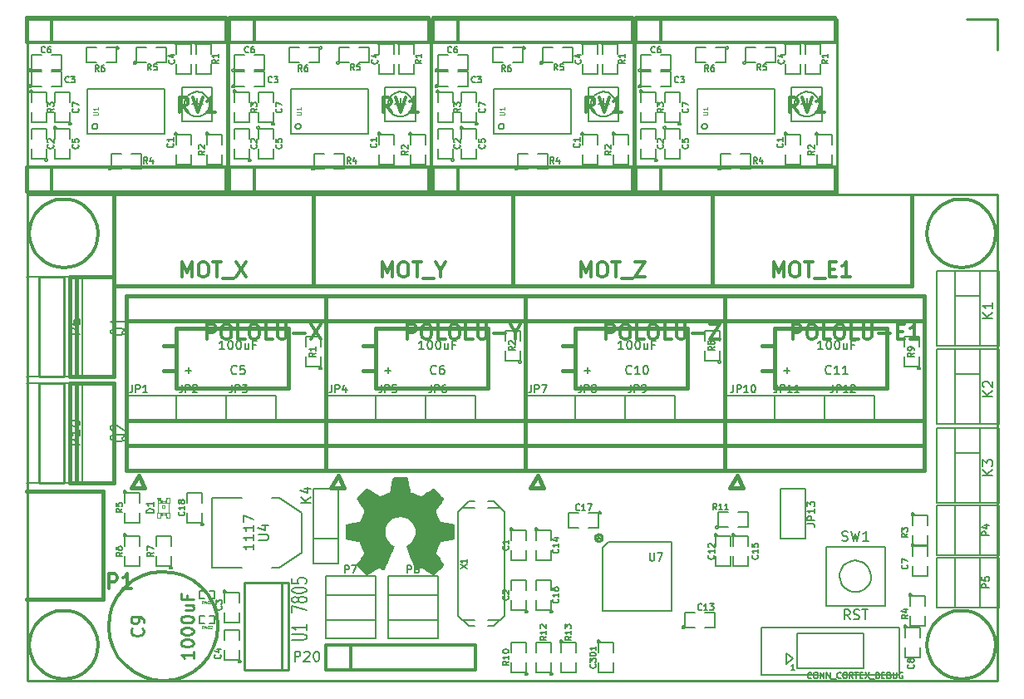
<source format=gto>
G75*
G70*
%OFA0B0*%
%FSLAX25Y25*%
%IPPOS*%
%LPD*%
%AMOC8*
5,1,8,0,0,1.08239X$1,22.5*
%
%ADD23C,0.00600*%
%ADD30C,0.01070*%
%ADD32C,0.00500*%
%ADD33C,0.01000*%
%ADD39C,0.00750*%
%ADD54C,0.00400*%
%ADD55C,0.01200*%
%ADD57C,0.00010*%
%ADD59C,0.00200*%
%ADD61C,0.00550*%
%ADD67C,0.01500*%
%ADD68C,0.00300*%
%ADD80C,0.00800*%
%ADD81C,0.00790*%
%ADD85C,0.00390*%
%ADD87C,0.00260*%
X0010000Y0010000D02*
G01*
D23*
D67*
X0030000Y0132500D02*
X0027500Y0132500D01*
X0027500Y0132500D02*
X0027500Y0172500D01*
X0027500Y0172500D02*
X0030000Y0172500D01*
X0045000Y0132500D02*
X0030000Y0132500D01*
X0030000Y0132500D02*
X0030000Y0172500D01*
X0030000Y0172500D02*
X0045000Y0172500D01*
X0045000Y0172500D02*
X0045000Y0132500D01*
X0030000Y0090000D02*
X0027500Y0090000D01*
X0027500Y0090000D02*
X0027500Y0130000D01*
X0027500Y0130000D02*
X0030000Y0130000D01*
X0045000Y0090000D02*
X0030000Y0090000D01*
X0030000Y0090000D02*
X0030000Y0130000D01*
X0030000Y0130000D02*
X0045000Y0130000D01*
X0045000Y0130000D02*
X0045000Y0090000D01*
D80*
X0096500Y0084000D02*
X0084500Y0084000D01*
X0084500Y0084000D02*
X0084500Y0056000D01*
X0084500Y0056000D02*
X0096500Y0056000D01*
X0108500Y0084000D02*
X0111500Y0084000D01*
X0111500Y0084000D02*
X0120500Y0078000D01*
X0120500Y0078000D02*
X0120500Y0062000D01*
X0120500Y0062000D02*
X0111500Y0056000D01*
X0111500Y0056000D02*
X0108500Y0056000D01*
D32*
X0050000Y0086500D02*
X0049990Y0086410D01*
X0049960Y0086310D01*
X0049910Y0086230D01*
X0049850Y0086150D01*
X0049770Y0086090D01*
X0049690Y0086040D01*
X0049600Y0086020D01*
X0049500Y0086010D01*
X0049410Y0086010D01*
X0049320Y0086040D01*
X0049230Y0086090D01*
X0049160Y0086150D01*
X0049090Y0086220D01*
X0049050Y0086310D01*
X0049020Y0086400D01*
X0049010Y0086500D01*
X0049010Y0086590D01*
X0049040Y0086680D01*
X0049080Y0086770D01*
X0049150Y0086840D01*
X0049220Y0086910D01*
X0049300Y0086950D01*
X0049400Y0086980D01*
X0049490Y0086990D01*
X0049580Y0086990D01*
X0049680Y0086960D01*
X0049760Y0086920D01*
X0049840Y0086860D01*
X0049900Y0086780D01*
X0049950Y0086700D01*
X0049980Y0086610D01*
X0049990Y0086510D01*
X0050000Y0086500D01*
X0049500Y0082000D02*
X0049500Y0086000D01*
X0049500Y0086000D02*
X0055500Y0086000D01*
X0055500Y0086000D02*
X0055500Y0082000D01*
X0055500Y0078000D02*
X0055500Y0074000D01*
X0055500Y0074000D02*
X0049500Y0074000D01*
X0049500Y0074000D02*
X0049500Y0078000D01*
X0368500Y0136000D02*
X0368490Y0135910D01*
X0368460Y0135810D01*
X0368410Y0135730D01*
X0368350Y0135650D01*
X0368270Y0135590D01*
X0368190Y0135540D01*
X0368100Y0135520D01*
X0368000Y0135510D01*
X0367910Y0135510D01*
X0367820Y0135540D01*
X0367730Y0135590D01*
X0367660Y0135650D01*
X0367590Y0135720D01*
X0367550Y0135810D01*
X0367520Y0135900D01*
X0367510Y0136000D01*
X0367510Y0136090D01*
X0367540Y0136180D01*
X0367580Y0136270D01*
X0367650Y0136340D01*
X0367720Y0136410D01*
X0367800Y0136450D01*
X0367900Y0136480D01*
X0367990Y0136490D01*
X0368080Y0136490D01*
X0368180Y0136460D01*
X0368260Y0136420D01*
X0368340Y0136360D01*
X0368400Y0136280D01*
X0368450Y0136200D01*
X0368480Y0136110D01*
X0368490Y0136010D01*
X0368500Y0136000D01*
X0368000Y0140500D02*
X0368000Y0136500D01*
X0368000Y0136500D02*
X0362000Y0136500D01*
X0362000Y0136500D02*
X0362000Y0140500D01*
X0362000Y0144500D02*
X0362000Y0148500D01*
X0362000Y0148500D02*
X0368000Y0148500D01*
X0368000Y0148500D02*
X0368000Y0144500D01*
X0365000Y0045000D02*
X0364990Y0044910D01*
X0364960Y0044810D01*
X0364910Y0044730D01*
X0364850Y0044650D01*
X0364770Y0044590D01*
X0364690Y0044540D01*
X0364600Y0044520D01*
X0364500Y0044510D01*
X0364410Y0044510D01*
X0364320Y0044540D01*
X0364230Y0044590D01*
X0364160Y0044650D01*
X0364090Y0044720D01*
X0364050Y0044810D01*
X0364020Y0044900D01*
X0364010Y0045000D01*
X0364010Y0045090D01*
X0364040Y0045180D01*
X0364080Y0045270D01*
X0364150Y0045340D01*
X0364220Y0045410D01*
X0364300Y0045450D01*
X0364400Y0045480D01*
X0364490Y0045490D01*
X0364580Y0045490D01*
X0364680Y0045460D01*
X0364760Y0045420D01*
X0364840Y0045360D01*
X0364900Y0045280D01*
X0364950Y0045200D01*
X0364980Y0045110D01*
X0364990Y0045010D01*
X0365000Y0045000D01*
X0364500Y0040500D02*
X0364500Y0044500D01*
X0364500Y0044500D02*
X0370500Y0044500D01*
X0370500Y0044500D02*
X0370500Y0040500D01*
X0370500Y0036500D02*
X0370500Y0032500D01*
X0370500Y0032500D02*
X0364500Y0032500D01*
X0364500Y0032500D02*
X0364500Y0036500D01*
X0366000Y0077500D02*
X0365990Y0077410D01*
X0365960Y0077310D01*
X0365910Y0077230D01*
X0365850Y0077150D01*
X0365770Y0077090D01*
X0365690Y0077040D01*
X0365600Y0077020D01*
X0365500Y0077010D01*
X0365410Y0077010D01*
X0365320Y0077040D01*
X0365230Y0077090D01*
X0365160Y0077150D01*
X0365090Y0077220D01*
X0365050Y0077310D01*
X0365020Y0077400D01*
X0365010Y0077500D01*
X0365010Y0077590D01*
X0365040Y0077680D01*
X0365080Y0077770D01*
X0365150Y0077840D01*
X0365220Y0077910D01*
X0365300Y0077950D01*
X0365400Y0077980D01*
X0365490Y0077990D01*
X0365580Y0077990D01*
X0365680Y0077960D01*
X0365760Y0077920D01*
X0365840Y0077860D01*
X0365900Y0077780D01*
X0365950Y0077700D01*
X0365980Y0077610D01*
X0365990Y0077510D01*
X0366000Y0077500D01*
X0365500Y0073000D02*
X0365500Y0077000D01*
X0365500Y0077000D02*
X0371500Y0077000D01*
X0371500Y0077000D02*
X0371500Y0073000D01*
X0371500Y0069000D02*
X0371500Y0065000D01*
X0371500Y0065000D02*
X0365500Y0065000D01*
X0365500Y0065000D02*
X0365500Y0069000D01*
X0208500Y0138500D02*
X0208490Y0138410D01*
X0208460Y0138310D01*
X0208410Y0138230D01*
X0208350Y0138150D01*
X0208270Y0138090D01*
X0208190Y0138040D01*
X0208100Y0138020D01*
X0208000Y0138010D01*
X0207910Y0138010D01*
X0207820Y0138040D01*
X0207730Y0138090D01*
X0207660Y0138150D01*
X0207590Y0138220D01*
X0207550Y0138310D01*
X0207520Y0138400D01*
X0207510Y0138500D01*
X0207510Y0138590D01*
X0207540Y0138680D01*
X0207580Y0138770D01*
X0207650Y0138840D01*
X0207720Y0138910D01*
X0207800Y0138950D01*
X0207900Y0138980D01*
X0207990Y0138990D01*
X0208080Y0138990D01*
X0208180Y0138960D01*
X0208260Y0138920D01*
X0208340Y0138860D01*
X0208400Y0138780D01*
X0208450Y0138700D01*
X0208480Y0138610D01*
X0208490Y0138510D01*
X0208500Y0138500D01*
X0208000Y0143000D02*
X0208000Y0139000D01*
X0208000Y0139000D02*
X0202000Y0139000D01*
X0202000Y0139000D02*
X0202000Y0143000D01*
X0202000Y0147000D02*
X0202000Y0151000D01*
X0202000Y0151000D02*
X0208000Y0151000D01*
X0208000Y0151000D02*
X0208000Y0147000D01*
X0128500Y0136000D02*
X0128490Y0135910D01*
X0128460Y0135810D01*
X0128410Y0135730D01*
X0128350Y0135650D01*
X0128270Y0135590D01*
X0128190Y0135540D01*
X0128100Y0135520D01*
X0128000Y0135510D01*
X0127910Y0135510D01*
X0127820Y0135540D01*
X0127730Y0135590D01*
X0127660Y0135650D01*
X0127590Y0135720D01*
X0127550Y0135810D01*
X0127520Y0135900D01*
X0127510Y0136000D01*
X0127510Y0136090D01*
X0127540Y0136180D01*
X0127580Y0136270D01*
X0127650Y0136340D01*
X0127720Y0136410D01*
X0127800Y0136450D01*
X0127900Y0136480D01*
X0127990Y0136490D01*
X0128080Y0136490D01*
X0128180Y0136460D01*
X0128260Y0136420D01*
X0128340Y0136360D01*
X0128400Y0136280D01*
X0128450Y0136200D01*
X0128480Y0136110D01*
X0128490Y0136010D01*
X0128500Y0136000D01*
X0128000Y0140500D02*
X0128000Y0136500D01*
X0128000Y0136500D02*
X0122000Y0136500D01*
X0122000Y0136500D02*
X0122000Y0140500D01*
X0122000Y0144500D02*
X0122000Y0148500D01*
X0122000Y0148500D02*
X0128000Y0148500D01*
X0128000Y0148500D02*
X0128000Y0144500D01*
X0205000Y0071500D02*
X0204990Y0071410D01*
X0204960Y0071310D01*
X0204910Y0071230D01*
X0204850Y0071150D01*
X0204770Y0071090D01*
X0204690Y0071040D01*
X0204600Y0071020D01*
X0204500Y0071010D01*
X0204410Y0071010D01*
X0204320Y0071040D01*
X0204230Y0071090D01*
X0204160Y0071150D01*
X0204090Y0071220D01*
X0204050Y0071310D01*
X0204020Y0071400D01*
X0204010Y0071500D01*
X0204010Y0071590D01*
X0204040Y0071680D01*
X0204080Y0071770D01*
X0204150Y0071840D01*
X0204220Y0071910D01*
X0204300Y0071950D01*
X0204400Y0071980D01*
X0204490Y0071990D01*
X0204580Y0071990D01*
X0204680Y0071960D01*
X0204760Y0071920D01*
X0204840Y0071860D01*
X0204900Y0071780D01*
X0204950Y0071700D01*
X0204980Y0071610D01*
X0204990Y0071510D01*
X0205000Y0071500D01*
X0204500Y0067000D02*
X0204500Y0071000D01*
X0204500Y0071000D02*
X0210500Y0071000D01*
X0210500Y0071000D02*
X0210500Y0067000D01*
X0210500Y0063000D02*
X0210500Y0059000D01*
X0210500Y0059000D02*
X0204500Y0059000D01*
X0204500Y0059000D02*
X0204500Y0063000D01*
X0050000Y0069000D02*
X0049990Y0068910D01*
X0049960Y0068810D01*
X0049910Y0068730D01*
X0049850Y0068650D01*
X0049770Y0068590D01*
X0049690Y0068540D01*
X0049600Y0068520D01*
X0049500Y0068510D01*
X0049410Y0068510D01*
X0049320Y0068540D01*
X0049230Y0068590D01*
X0049160Y0068650D01*
X0049090Y0068720D01*
X0049050Y0068810D01*
X0049020Y0068900D01*
X0049010Y0069000D01*
X0049010Y0069090D01*
X0049040Y0069180D01*
X0049080Y0069270D01*
X0049150Y0069340D01*
X0049220Y0069410D01*
X0049300Y0069450D01*
X0049400Y0069480D01*
X0049490Y0069490D01*
X0049580Y0069490D01*
X0049680Y0069460D01*
X0049760Y0069420D01*
X0049840Y0069360D01*
X0049900Y0069280D01*
X0049950Y0069200D01*
X0049980Y0069110D01*
X0049990Y0069010D01*
X0050000Y0069000D01*
X0049500Y0064500D02*
X0049500Y0068500D01*
X0049500Y0068500D02*
X0055500Y0068500D01*
X0055500Y0068500D02*
X0055500Y0064500D01*
X0055500Y0060500D02*
X0055500Y0056500D01*
X0055500Y0056500D02*
X0049500Y0056500D01*
X0049500Y0056500D02*
X0049500Y0060500D01*
X0068500Y0056000D02*
X0068490Y0055910D01*
X0068460Y0055810D01*
X0068410Y0055730D01*
X0068350Y0055650D01*
X0068270Y0055590D01*
X0068190Y0055540D01*
X0068100Y0055520D01*
X0068000Y0055510D01*
X0067910Y0055510D01*
X0067820Y0055540D01*
X0067730Y0055590D01*
X0067660Y0055650D01*
X0067590Y0055720D01*
X0067550Y0055810D01*
X0067520Y0055900D01*
X0067510Y0056000D01*
X0067510Y0056090D01*
X0067540Y0056180D01*
X0067580Y0056270D01*
X0067650Y0056340D01*
X0067720Y0056410D01*
X0067800Y0056450D01*
X0067900Y0056480D01*
X0067990Y0056490D01*
X0068080Y0056490D01*
X0068180Y0056460D01*
X0068260Y0056420D01*
X0068340Y0056360D01*
X0068400Y0056280D01*
X0068450Y0056200D01*
X0068480Y0056110D01*
X0068490Y0056010D01*
X0068500Y0056000D01*
X0068000Y0060500D02*
X0068000Y0056500D01*
X0068000Y0056500D02*
X0062000Y0056500D01*
X0062000Y0056500D02*
X0062000Y0060500D01*
X0062000Y0064500D02*
X0062000Y0068500D01*
X0062000Y0068500D02*
X0068000Y0068500D01*
X0068000Y0068500D02*
X0068000Y0064500D01*
X0288500Y0138500D02*
X0288490Y0138410D01*
X0288460Y0138310D01*
X0288410Y0138230D01*
X0288350Y0138150D01*
X0288270Y0138090D01*
X0288190Y0138040D01*
X0288100Y0138020D01*
X0288000Y0138010D01*
X0287910Y0138010D01*
X0287820Y0138040D01*
X0287730Y0138090D01*
X0287660Y0138150D01*
X0287590Y0138220D01*
X0287550Y0138310D01*
X0287520Y0138400D01*
X0287510Y0138500D01*
X0287510Y0138590D01*
X0287540Y0138680D01*
X0287580Y0138770D01*
X0287650Y0138840D01*
X0287720Y0138910D01*
X0287800Y0138950D01*
X0287900Y0138980D01*
X0287990Y0138990D01*
X0288080Y0138990D01*
X0288180Y0138960D01*
X0288260Y0138920D01*
X0288340Y0138860D01*
X0288400Y0138780D01*
X0288450Y0138700D01*
X0288480Y0138610D01*
X0288490Y0138510D01*
X0288500Y0138500D01*
X0288000Y0143000D02*
X0288000Y0139000D01*
X0288000Y0139000D02*
X0282000Y0139000D01*
X0282000Y0139000D02*
X0282000Y0143000D01*
X0282000Y0147000D02*
X0282000Y0151000D01*
X0282000Y0151000D02*
X0288000Y0151000D01*
X0288000Y0151000D02*
X0288000Y0147000D01*
X0096000Y0018500D02*
X0095990Y0018410D01*
X0095960Y0018310D01*
X0095910Y0018230D01*
X0095850Y0018150D01*
X0095770Y0018090D01*
X0095690Y0018040D01*
X0095600Y0018020D01*
X0095500Y0018010D01*
X0095410Y0018010D01*
X0095320Y0018040D01*
X0095230Y0018090D01*
X0095160Y0018150D01*
X0095090Y0018220D01*
X0095050Y0018310D01*
X0095020Y0018400D01*
X0095010Y0018500D01*
X0095010Y0018590D01*
X0095040Y0018680D01*
X0095080Y0018770D01*
X0095150Y0018840D01*
X0095220Y0018910D01*
X0095300Y0018950D01*
X0095400Y0018980D01*
X0095490Y0018990D01*
X0095580Y0018990D01*
X0095680Y0018960D01*
X0095760Y0018920D01*
X0095840Y0018860D01*
X0095900Y0018780D01*
X0095950Y0018700D01*
X0095980Y0018610D01*
X0095990Y0018510D01*
X0096000Y0018500D01*
X0095500Y0023000D02*
X0095500Y0019000D01*
X0095500Y0019000D02*
X0089500Y0019000D01*
X0089500Y0019000D02*
X0089500Y0023000D01*
X0089500Y0027000D02*
X0089500Y0031000D01*
X0089500Y0031000D02*
X0095500Y0031000D01*
X0095500Y0031000D02*
X0095500Y0027000D01*
X0090000Y0046500D02*
X0089990Y0046410D01*
X0089960Y0046310D01*
X0089910Y0046230D01*
X0089850Y0046150D01*
X0089770Y0046090D01*
X0089690Y0046040D01*
X0089600Y0046020D01*
X0089500Y0046010D01*
X0089410Y0046010D01*
X0089320Y0046040D01*
X0089230Y0046090D01*
X0089160Y0046150D01*
X0089090Y0046220D01*
X0089050Y0046310D01*
X0089020Y0046400D01*
X0089010Y0046500D01*
X0089010Y0046590D01*
X0089040Y0046680D01*
X0089080Y0046770D01*
X0089150Y0046840D01*
X0089220Y0046910D01*
X0089300Y0046950D01*
X0089400Y0046980D01*
X0089490Y0046990D01*
X0089580Y0046990D01*
X0089680Y0046960D01*
X0089760Y0046920D01*
X0089840Y0046860D01*
X0089900Y0046780D01*
X0089950Y0046700D01*
X0089980Y0046610D01*
X0089990Y0046510D01*
X0090000Y0046500D01*
X0089500Y0042000D02*
X0089500Y0046000D01*
X0089500Y0046000D02*
X0095500Y0046000D01*
X0095500Y0046000D02*
X0095500Y0042000D01*
X0095500Y0038000D02*
X0095500Y0034000D01*
X0095500Y0034000D02*
X0089500Y0034000D01*
X0089500Y0034000D02*
X0089500Y0038000D01*
X0211000Y0038500D02*
X0210990Y0038410D01*
X0210960Y0038310D01*
X0210910Y0038230D01*
X0210850Y0038150D01*
X0210770Y0038090D01*
X0210690Y0038040D01*
X0210600Y0038020D01*
X0210500Y0038010D01*
X0210410Y0038010D01*
X0210320Y0038040D01*
X0210230Y0038090D01*
X0210160Y0038150D01*
X0210090Y0038220D01*
X0210050Y0038310D01*
X0210020Y0038400D01*
X0210010Y0038500D01*
X0210010Y0038590D01*
X0210040Y0038680D01*
X0210080Y0038770D01*
X0210150Y0038840D01*
X0210220Y0038910D01*
X0210300Y0038950D01*
X0210400Y0038980D01*
X0210490Y0038990D01*
X0210580Y0038990D01*
X0210680Y0038960D01*
X0210760Y0038920D01*
X0210840Y0038860D01*
X0210900Y0038780D01*
X0210950Y0038700D01*
X0210980Y0038610D01*
X0210990Y0038510D01*
X0211000Y0038500D01*
X0210500Y0043000D02*
X0210500Y0039000D01*
X0210500Y0039000D02*
X0204500Y0039000D01*
X0204500Y0039000D02*
X0204500Y0043000D01*
X0204500Y0047000D02*
X0204500Y0051000D01*
X0204500Y0051000D02*
X0210500Y0051000D01*
X0210500Y0051000D02*
X0210500Y0047000D01*
D23*
X0050000Y0115000D02*
X0050000Y0125000D01*
X0050000Y0125000D02*
X0070000Y0125000D01*
X0070000Y0125000D02*
X0070000Y0115000D01*
X0070000Y0115000D02*
X0050000Y0115000D01*
X0090000Y0125000D02*
X0090000Y0115000D01*
X0090000Y0115000D02*
X0070000Y0115000D01*
X0070000Y0115000D02*
X0070000Y0125000D01*
X0070000Y0125000D02*
X0090000Y0125000D01*
X0110000Y0125000D02*
X0110000Y0115000D01*
X0110000Y0115000D02*
X0090000Y0115000D01*
X0090000Y0115000D02*
X0090000Y0125000D01*
X0090000Y0125000D02*
X0110000Y0125000D01*
X0130000Y0115000D02*
X0130000Y0125000D01*
X0130000Y0125000D02*
X0150000Y0125000D01*
X0150000Y0125000D02*
X0150000Y0115000D01*
X0150000Y0115000D02*
X0130000Y0115000D01*
X0170000Y0125000D02*
X0170000Y0115000D01*
X0170000Y0115000D02*
X0150000Y0115000D01*
X0150000Y0115000D02*
X0150000Y0125000D01*
X0150000Y0125000D02*
X0170000Y0125000D01*
X0190000Y0125000D02*
X0190000Y0115000D01*
X0190000Y0115000D02*
X0170000Y0115000D01*
X0170000Y0115000D02*
X0170000Y0125000D01*
X0170000Y0125000D02*
X0190000Y0125000D01*
X0210000Y0115000D02*
X0210000Y0125000D01*
X0210000Y0125000D02*
X0230000Y0125000D01*
X0230000Y0125000D02*
X0230000Y0115000D01*
X0230000Y0115000D02*
X0210000Y0115000D01*
X0250000Y0125000D02*
X0250000Y0115000D01*
X0250000Y0115000D02*
X0230000Y0115000D01*
X0230000Y0115000D02*
X0230000Y0125000D01*
X0230000Y0125000D02*
X0250000Y0125000D01*
X0270000Y0125000D02*
X0270000Y0115000D01*
X0270000Y0115000D02*
X0250000Y0115000D01*
X0250000Y0115000D02*
X0250000Y0125000D01*
X0250000Y0125000D02*
X0270000Y0125000D01*
X0290000Y0115000D02*
X0290000Y0125000D01*
X0290000Y0125000D02*
X0310000Y0125000D01*
X0310000Y0125000D02*
X0310000Y0115000D01*
X0310000Y0115000D02*
X0290000Y0115000D01*
X0350000Y0125000D02*
X0350000Y0115000D01*
X0350000Y0115000D02*
X0330000Y0115000D01*
X0330000Y0115000D02*
X0330000Y0125000D01*
X0330000Y0125000D02*
X0350000Y0125000D01*
X0330000Y0125000D02*
X0330000Y0115000D01*
X0330000Y0115000D02*
X0310000Y0115000D01*
X0310000Y0115000D02*
X0310000Y0125000D01*
X0310000Y0125000D02*
X0330000Y0125000D01*
D55*
X0130000Y0015000D02*
X0130000Y0025000D01*
X0130000Y0025000D02*
X0190000Y0025000D01*
X0190000Y0025000D02*
X0190000Y0015000D01*
X0190000Y0015000D02*
X0130000Y0015000D01*
X0140000Y0015000D02*
X0140000Y0025000D01*
D33*
X0112500Y0050000D02*
X0115000Y0050000D01*
X0115000Y0050000D02*
X0115000Y0015000D01*
X0115000Y0015000D02*
X0112500Y0015000D01*
X0097500Y0050000D02*
X0112500Y0050000D01*
X0112500Y0050000D02*
X0112500Y0015000D01*
X0112500Y0015000D02*
X0097500Y0015000D01*
X0097500Y0015000D02*
X0097500Y0050000D01*
D80*
X0241270Y0067850D02*
X0241230Y0067540D01*
X0241140Y0067240D01*
X0240990Y0066960D01*
X0240790Y0066710D01*
X0240550Y0066510D01*
X0240270Y0066360D01*
X0239970Y0066270D01*
X0239660Y0066240D01*
X0239350Y0066260D01*
X0239050Y0066350D01*
X0238770Y0066500D01*
X0238520Y0066700D01*
X0238320Y0066940D01*
X0238170Y0067220D01*
X0238070Y0067520D01*
X0238040Y0067830D01*
X0238060Y0068140D01*
X0238150Y0068440D01*
X0238290Y0068720D01*
X0238490Y0068970D01*
X0238730Y0069180D01*
X0239010Y0069330D01*
X0239310Y0069430D01*
X0239620Y0069460D01*
X0239930Y0069440D01*
X0240230Y0069360D01*
X0240510Y0069210D01*
X0240760Y0069020D01*
X0240970Y0068780D01*
X0241120Y0068500D01*
X0241220Y0068200D01*
X0241260Y0067890D01*
X0241270Y0067850D01*
X0240040Y0067850D02*
X0240030Y0067780D01*
X0240010Y0067710D01*
X0239970Y0067640D01*
X0239920Y0067580D01*
X0239860Y0067530D01*
X0239800Y0067500D01*
X0239720Y0067470D01*
X0239650Y0067470D01*
X0239580Y0067470D01*
X0239510Y0067490D01*
X0239440Y0067530D01*
X0239380Y0067580D01*
X0239330Y0067630D01*
X0239300Y0067700D01*
X0239270Y0067770D01*
X0239270Y0067850D01*
X0239270Y0067920D01*
X0239290Y0067990D01*
X0239330Y0068060D01*
X0239370Y0068120D01*
X0239430Y0068170D01*
X0239500Y0068200D01*
X0239570Y0068230D01*
X0239650Y0068230D01*
X0239710Y0068230D01*
X0239790Y0068210D01*
X0239850Y0068170D01*
X0239910Y0068130D01*
X0239960Y0068070D01*
X0240000Y0068000D01*
X0240030Y0067930D01*
X0240030Y0067860D01*
X0240040Y0067850D01*
X0240760Y0067850D02*
X0240730Y0067640D01*
X0240670Y0067430D01*
X0240570Y0067240D01*
X0240430Y0067070D01*
X0240270Y0066930D01*
X0240080Y0066830D01*
X0239870Y0066770D01*
X0239650Y0066750D01*
X0239450Y0066760D01*
X0239240Y0066830D01*
X0239050Y0066930D01*
X0238880Y0067060D01*
X0238740Y0067230D01*
X0238630Y0067420D01*
X0238570Y0067620D01*
X0238550Y0067840D01*
X0238560Y0068050D01*
X0238620Y0068250D01*
X0238720Y0068450D01*
X0238860Y0068620D01*
X0239020Y0068760D01*
X0239210Y0068860D01*
X0239420Y0068930D01*
X0239630Y0068950D01*
X0239840Y0068940D01*
X0240050Y0068880D01*
X0240240Y0068780D01*
X0240410Y0068650D01*
X0240550Y0068480D01*
X0240660Y0068300D01*
X0240730Y0068090D01*
X0240750Y0067880D01*
X0240760Y0067850D01*
X0243580Y0066280D02*
X0268780Y0066280D01*
X0268780Y0066280D02*
X0268780Y0038720D01*
X0268780Y0038720D02*
X0241220Y0038720D01*
X0241220Y0038720D02*
X0241220Y0063920D01*
X0243580Y0066280D02*
X0241220Y0063920D01*
D32*
X0348790Y0052500D02*
X0348670Y0051280D01*
X0348310Y0050100D01*
X0347730Y0049020D01*
X0346960Y0048070D01*
X0346010Y0047280D01*
X0344930Y0046700D01*
X0343750Y0046330D01*
X0342530Y0046210D01*
X0341310Y0046320D01*
X0340130Y0046660D01*
X0339050Y0047230D01*
X0338090Y0048000D01*
X0337300Y0048950D01*
X0336700Y0050020D01*
X0336330Y0051200D01*
X0336200Y0052420D01*
X0336300Y0053630D01*
X0336640Y0054810D01*
X0337200Y0055910D01*
X0337960Y0056870D01*
X0338900Y0057670D01*
X0339970Y0058270D01*
X0341140Y0058650D01*
X0342360Y0058790D01*
X0343580Y0058700D01*
X0344760Y0058370D01*
X0345860Y0057810D01*
X0346830Y0057060D01*
X0347630Y0056130D01*
X0348240Y0055060D01*
X0348630Y0053890D01*
X0348780Y0052670D01*
X0348790Y0052500D01*
X0330680Y0064310D02*
X0330680Y0040690D01*
X0330690Y0040690D02*
X0354310Y0040690D01*
X0354310Y0040700D02*
X0354310Y0064320D01*
X0354310Y0064310D02*
X0330690Y0064310D01*
X0287000Y0069000D02*
X0286990Y0068910D01*
X0286960Y0068810D01*
X0286910Y0068730D01*
X0286850Y0068650D01*
X0286770Y0068590D01*
X0286690Y0068540D01*
X0286600Y0068520D01*
X0286500Y0068510D01*
X0286410Y0068510D01*
X0286320Y0068540D01*
X0286230Y0068590D01*
X0286160Y0068650D01*
X0286090Y0068720D01*
X0286050Y0068810D01*
X0286020Y0068900D01*
X0286010Y0069000D01*
X0286010Y0069090D01*
X0286040Y0069180D01*
X0286080Y0069270D01*
X0286150Y0069340D01*
X0286220Y0069410D01*
X0286300Y0069450D01*
X0286400Y0069480D01*
X0286490Y0069490D01*
X0286580Y0069490D01*
X0286680Y0069460D01*
X0286760Y0069420D01*
X0286840Y0069360D01*
X0286900Y0069280D01*
X0286950Y0069200D01*
X0286980Y0069110D01*
X0286990Y0069010D01*
X0287000Y0069000D01*
X0286500Y0064500D02*
X0286500Y0068500D01*
X0286500Y0068500D02*
X0292500Y0068500D01*
X0292500Y0068500D02*
X0292500Y0064500D01*
X0292500Y0060500D02*
X0292500Y0056500D01*
X0292500Y0056500D02*
X0286500Y0056500D01*
X0286500Y0056500D02*
X0286500Y0060500D01*
X0274000Y0032000D02*
X0273990Y0031910D01*
X0273960Y0031810D01*
X0273910Y0031730D01*
X0273850Y0031650D01*
X0273770Y0031590D01*
X0273690Y0031540D01*
X0273600Y0031520D01*
X0273500Y0031510D01*
X0273410Y0031510D01*
X0273320Y0031540D01*
X0273230Y0031590D01*
X0273160Y0031650D01*
X0273090Y0031720D01*
X0273050Y0031810D01*
X0273020Y0031900D01*
X0273010Y0032000D01*
X0273010Y0032090D01*
X0273040Y0032180D01*
X0273080Y0032270D01*
X0273150Y0032340D01*
X0273220Y0032410D01*
X0273300Y0032450D01*
X0273400Y0032480D01*
X0273490Y0032490D01*
X0273580Y0032490D01*
X0273680Y0032460D01*
X0273760Y0032420D01*
X0273840Y0032360D01*
X0273900Y0032280D01*
X0273950Y0032200D01*
X0273980Y0032110D01*
X0273990Y0032010D01*
X0274000Y0032000D01*
X0278000Y0032000D02*
X0274000Y0032000D01*
X0274000Y0032000D02*
X0274000Y0038000D01*
X0274000Y0038000D02*
X0278000Y0038000D01*
X0282000Y0038000D02*
X0286000Y0038000D01*
X0286000Y0038000D02*
X0286000Y0032000D01*
X0286000Y0032000D02*
X0282000Y0032000D01*
X0215000Y0071500D02*
X0214990Y0071410D01*
X0214960Y0071310D01*
X0214910Y0071230D01*
X0214850Y0071150D01*
X0214770Y0071090D01*
X0214690Y0071040D01*
X0214600Y0071020D01*
X0214500Y0071010D01*
X0214410Y0071010D01*
X0214320Y0071040D01*
X0214230Y0071090D01*
X0214160Y0071150D01*
X0214090Y0071220D01*
X0214050Y0071310D01*
X0214020Y0071400D01*
X0214010Y0071500D01*
X0214010Y0071590D01*
X0214040Y0071680D01*
X0214080Y0071770D01*
X0214150Y0071840D01*
X0214220Y0071910D01*
X0214300Y0071950D01*
X0214400Y0071980D01*
X0214490Y0071990D01*
X0214580Y0071990D01*
X0214680Y0071960D01*
X0214760Y0071920D01*
X0214840Y0071860D01*
X0214900Y0071780D01*
X0214950Y0071700D01*
X0214980Y0071610D01*
X0214990Y0071510D01*
X0215000Y0071500D01*
X0214500Y0067000D02*
X0214500Y0071000D01*
X0214500Y0071000D02*
X0220500Y0071000D01*
X0220500Y0071000D02*
X0220500Y0067000D01*
X0220500Y0063000D02*
X0220500Y0059000D01*
X0220500Y0059000D02*
X0214500Y0059000D01*
X0214500Y0059000D02*
X0214500Y0063000D01*
X0294000Y0069000D02*
X0293990Y0068910D01*
X0293960Y0068810D01*
X0293910Y0068730D01*
X0293850Y0068650D01*
X0293770Y0068590D01*
X0293690Y0068540D01*
X0293600Y0068520D01*
X0293500Y0068510D01*
X0293410Y0068510D01*
X0293320Y0068540D01*
X0293230Y0068590D01*
X0293160Y0068650D01*
X0293090Y0068720D01*
X0293050Y0068810D01*
X0293020Y0068900D01*
X0293010Y0069000D01*
X0293010Y0069090D01*
X0293040Y0069180D01*
X0293080Y0069270D01*
X0293150Y0069340D01*
X0293220Y0069410D01*
X0293300Y0069450D01*
X0293400Y0069480D01*
X0293490Y0069490D01*
X0293580Y0069490D01*
X0293680Y0069460D01*
X0293760Y0069420D01*
X0293840Y0069360D01*
X0293900Y0069280D01*
X0293950Y0069200D01*
X0293980Y0069110D01*
X0293990Y0069010D01*
X0294000Y0069000D01*
X0293500Y0064500D02*
X0293500Y0068500D01*
X0293500Y0068500D02*
X0299500Y0068500D01*
X0299500Y0068500D02*
X0299500Y0064500D01*
X0299500Y0060500D02*
X0299500Y0056500D01*
X0299500Y0056500D02*
X0293500Y0056500D01*
X0293500Y0056500D02*
X0293500Y0060500D01*
X0221000Y0038500D02*
X0220990Y0038410D01*
X0220960Y0038310D01*
X0220910Y0038230D01*
X0220850Y0038150D01*
X0220770Y0038090D01*
X0220690Y0038040D01*
X0220600Y0038020D01*
X0220500Y0038010D01*
X0220410Y0038010D01*
X0220320Y0038040D01*
X0220230Y0038090D01*
X0220160Y0038150D01*
X0220090Y0038220D01*
X0220050Y0038310D01*
X0220020Y0038400D01*
X0220010Y0038500D01*
X0220010Y0038590D01*
X0220040Y0038680D01*
X0220080Y0038770D01*
X0220150Y0038840D01*
X0220220Y0038910D01*
X0220300Y0038950D01*
X0220400Y0038980D01*
X0220490Y0038990D01*
X0220580Y0038990D01*
X0220680Y0038960D01*
X0220760Y0038920D01*
X0220840Y0038860D01*
X0220900Y0038780D01*
X0220950Y0038700D01*
X0220980Y0038610D01*
X0220990Y0038510D01*
X0221000Y0038500D01*
X0220500Y0043000D02*
X0220500Y0039000D01*
X0220500Y0039000D02*
X0214500Y0039000D01*
X0214500Y0039000D02*
X0214500Y0043000D01*
X0214500Y0047000D02*
X0214500Y0051000D01*
X0214500Y0051000D02*
X0220500Y0051000D01*
X0220500Y0051000D02*
X0220500Y0047000D01*
X0240500Y0078000D02*
X0240490Y0077910D01*
X0240460Y0077810D01*
X0240410Y0077730D01*
X0240350Y0077650D01*
X0240270Y0077590D01*
X0240190Y0077540D01*
X0240100Y0077520D01*
X0240000Y0077510D01*
X0239910Y0077510D01*
X0239820Y0077540D01*
X0239730Y0077590D01*
X0239660Y0077650D01*
X0239590Y0077720D01*
X0239550Y0077810D01*
X0239520Y0077900D01*
X0239510Y0078000D01*
X0239510Y0078090D01*
X0239540Y0078180D01*
X0239580Y0078270D01*
X0239650Y0078340D01*
X0239720Y0078410D01*
X0239800Y0078450D01*
X0239900Y0078480D01*
X0239990Y0078490D01*
X0240080Y0078490D01*
X0240180Y0078460D01*
X0240260Y0078420D01*
X0240340Y0078360D01*
X0240400Y0078280D01*
X0240450Y0078200D01*
X0240480Y0078110D01*
X0240490Y0078010D01*
X0240500Y0078000D01*
X0235500Y0078000D02*
X0239500Y0078000D01*
X0239500Y0078000D02*
X0239500Y0072000D01*
X0239500Y0072000D02*
X0235500Y0072000D01*
X0231500Y0072000D02*
X0227500Y0072000D01*
X0227500Y0072000D02*
X0227500Y0078000D01*
X0227500Y0078000D02*
X0231500Y0078000D01*
X0211000Y0013500D02*
X0210990Y0013410D01*
X0210960Y0013310D01*
X0210910Y0013230D01*
X0210850Y0013150D01*
X0210770Y0013090D01*
X0210690Y0013040D01*
X0210600Y0013020D01*
X0210500Y0013010D01*
X0210410Y0013010D01*
X0210320Y0013040D01*
X0210230Y0013090D01*
X0210160Y0013150D01*
X0210090Y0013220D01*
X0210050Y0013310D01*
X0210020Y0013400D01*
X0210010Y0013500D01*
X0210010Y0013590D01*
X0210040Y0013680D01*
X0210080Y0013770D01*
X0210150Y0013840D01*
X0210220Y0013910D01*
X0210300Y0013950D01*
X0210400Y0013980D01*
X0210490Y0013990D01*
X0210580Y0013990D01*
X0210680Y0013960D01*
X0210760Y0013920D01*
X0210840Y0013860D01*
X0210900Y0013780D01*
X0210950Y0013700D01*
X0210980Y0013610D01*
X0210990Y0013510D01*
X0211000Y0013500D01*
X0210500Y0018000D02*
X0210500Y0014000D01*
X0210500Y0014000D02*
X0204500Y0014000D01*
X0204500Y0014000D02*
X0204500Y0018000D01*
X0204500Y0022000D02*
X0204500Y0026000D01*
X0204500Y0026000D02*
X0210500Y0026000D01*
X0210500Y0026000D02*
X0210500Y0022000D01*
X0287400Y0072200D02*
X0287390Y0072110D01*
X0287360Y0072010D01*
X0287310Y0071930D01*
X0287250Y0071850D01*
X0287170Y0071790D01*
X0287090Y0071740D01*
X0287000Y0071720D01*
X0286900Y0071710D01*
X0286810Y0071710D01*
X0286720Y0071740D01*
X0286630Y0071790D01*
X0286560Y0071850D01*
X0286490Y0071920D01*
X0286450Y0072010D01*
X0286420Y0072100D01*
X0286410Y0072200D01*
X0286410Y0072290D01*
X0286440Y0072380D01*
X0286480Y0072470D01*
X0286550Y0072540D01*
X0286620Y0072610D01*
X0286700Y0072650D01*
X0286800Y0072680D01*
X0286890Y0072690D01*
X0286980Y0072690D01*
X0287080Y0072660D01*
X0287160Y0072620D01*
X0287240Y0072560D01*
X0287300Y0072480D01*
X0287350Y0072400D01*
X0287380Y0072310D01*
X0287390Y0072210D01*
X0287400Y0072200D01*
X0291400Y0072200D02*
X0287400Y0072200D01*
X0287400Y0072200D02*
X0287400Y0078200D01*
X0287400Y0078200D02*
X0291400Y0078200D01*
X0295400Y0078200D02*
X0299400Y0078200D01*
X0299400Y0078200D02*
X0299400Y0072200D01*
X0299400Y0072200D02*
X0295400Y0072200D01*
X0221000Y0013500D02*
X0220990Y0013410D01*
X0220960Y0013310D01*
X0220910Y0013230D01*
X0220850Y0013150D01*
X0220770Y0013090D01*
X0220690Y0013040D01*
X0220600Y0013020D01*
X0220500Y0013010D01*
X0220410Y0013010D01*
X0220320Y0013040D01*
X0220230Y0013090D01*
X0220160Y0013150D01*
X0220090Y0013220D01*
X0220050Y0013310D01*
X0220020Y0013400D01*
X0220010Y0013500D01*
X0220010Y0013590D01*
X0220040Y0013680D01*
X0220080Y0013770D01*
X0220150Y0013840D01*
X0220220Y0013910D01*
X0220300Y0013950D01*
X0220400Y0013980D01*
X0220490Y0013990D01*
X0220580Y0013990D01*
X0220680Y0013960D01*
X0220760Y0013920D01*
X0220840Y0013860D01*
X0220900Y0013780D01*
X0220950Y0013700D01*
X0220980Y0013610D01*
X0220990Y0013510D01*
X0221000Y0013500D01*
X0220500Y0018000D02*
X0220500Y0014000D01*
X0220500Y0014000D02*
X0214500Y0014000D01*
X0214500Y0014000D02*
X0214500Y0018000D01*
X0214500Y0022000D02*
X0214500Y0026000D01*
X0214500Y0026000D02*
X0220500Y0026000D01*
X0220500Y0026000D02*
X0220500Y0022000D01*
X0225000Y0026500D02*
X0224990Y0026410D01*
X0224960Y0026310D01*
X0224910Y0026230D01*
X0224850Y0026150D01*
X0224770Y0026090D01*
X0224690Y0026040D01*
X0224600Y0026020D01*
X0224500Y0026010D01*
X0224410Y0026010D01*
X0224320Y0026040D01*
X0224230Y0026090D01*
X0224160Y0026150D01*
X0224090Y0026220D01*
X0224050Y0026310D01*
X0224020Y0026400D01*
X0224010Y0026500D01*
X0224010Y0026590D01*
X0224040Y0026680D01*
X0224080Y0026770D01*
X0224150Y0026840D01*
X0224220Y0026910D01*
X0224300Y0026950D01*
X0224400Y0026980D01*
X0224490Y0026990D01*
X0224580Y0026990D01*
X0224680Y0026960D01*
X0224760Y0026920D01*
X0224840Y0026860D01*
X0224900Y0026780D01*
X0224950Y0026700D01*
X0224980Y0026610D01*
X0224990Y0026510D01*
X0225000Y0026500D01*
X0224500Y0022000D02*
X0224500Y0026000D01*
X0224500Y0026000D02*
X0230500Y0026000D01*
X0230500Y0026000D02*
X0230500Y0022000D01*
X0230500Y0018000D02*
X0230500Y0014000D01*
X0230500Y0014000D02*
X0224500Y0014000D01*
X0224500Y0014000D02*
X0224500Y0018000D01*
D80*
X0317540Y0019740D02*
X0314780Y0017380D01*
X0314780Y0017380D02*
X0314780Y0021710D01*
X0314780Y0021710D02*
X0317540Y0019740D01*
X0345800Y0029500D02*
X0319200Y0029500D01*
X0345800Y0015500D02*
X0319200Y0015500D01*
X0345800Y0029500D02*
X0345800Y0015500D01*
X0319200Y0015500D02*
X0319200Y0029500D01*
X0327780Y0013050D02*
X0324230Y0013050D01*
X0337220Y0013050D02*
X0340370Y0013050D01*
X0324630Y0013050D02*
X0304940Y0013050D01*
X0360060Y0013050D02*
X0340370Y0013050D01*
X0304940Y0031950D02*
X0360060Y0031950D01*
X0360060Y0013050D02*
X0360060Y0031950D01*
X0304940Y0013050D02*
X0304940Y0031950D01*
D23*
X0312500Y0087500D02*
X0322500Y0087500D01*
X0322500Y0087500D02*
X0322500Y0067500D01*
X0322500Y0067500D02*
X0312500Y0067500D01*
X0312500Y0067500D02*
X0312500Y0087500D01*
D32*
X0366000Y0065000D02*
X0365990Y0064910D01*
X0365960Y0064810D01*
X0365910Y0064730D01*
X0365850Y0064650D01*
X0365770Y0064590D01*
X0365690Y0064540D01*
X0365600Y0064520D01*
X0365500Y0064510D01*
X0365410Y0064510D01*
X0365320Y0064540D01*
X0365230Y0064590D01*
X0365160Y0064650D01*
X0365090Y0064720D01*
X0365050Y0064810D01*
X0365020Y0064900D01*
X0365010Y0065000D01*
X0365010Y0065090D01*
X0365040Y0065180D01*
X0365080Y0065270D01*
X0365150Y0065340D01*
X0365220Y0065410D01*
X0365300Y0065450D01*
X0365400Y0065480D01*
X0365490Y0065490D01*
X0365580Y0065490D01*
X0365680Y0065460D01*
X0365760Y0065420D01*
X0365840Y0065360D01*
X0365900Y0065280D01*
X0365950Y0065200D01*
X0365980Y0065110D01*
X0365990Y0065010D01*
X0366000Y0065000D01*
X0365500Y0060500D02*
X0365500Y0064500D01*
X0365500Y0064500D02*
X0371500Y0064500D01*
X0371500Y0064500D02*
X0371500Y0060500D01*
X0371500Y0056500D02*
X0371500Y0052500D01*
X0371500Y0052500D02*
X0365500Y0052500D01*
X0365500Y0052500D02*
X0365500Y0056500D01*
X0363000Y0032500D02*
X0362990Y0032410D01*
X0362960Y0032310D01*
X0362910Y0032230D01*
X0362850Y0032150D01*
X0362770Y0032090D01*
X0362690Y0032040D01*
X0362600Y0032020D01*
X0362500Y0032010D01*
X0362410Y0032010D01*
X0362320Y0032040D01*
X0362230Y0032090D01*
X0362160Y0032150D01*
X0362090Y0032220D01*
X0362050Y0032310D01*
X0362020Y0032400D01*
X0362010Y0032500D01*
X0362010Y0032590D01*
X0362040Y0032680D01*
X0362080Y0032770D01*
X0362150Y0032840D01*
X0362220Y0032910D01*
X0362300Y0032950D01*
X0362400Y0032980D01*
X0362490Y0032990D01*
X0362580Y0032990D01*
X0362680Y0032960D01*
X0362760Y0032920D01*
X0362840Y0032860D01*
X0362900Y0032780D01*
X0362950Y0032700D01*
X0362980Y0032610D01*
X0362990Y0032510D01*
X0363000Y0032500D01*
X0362500Y0028000D02*
X0362500Y0032000D01*
X0362500Y0032000D02*
X0368500Y0032000D01*
X0368500Y0032000D02*
X0368500Y0028000D01*
X0368500Y0024000D02*
X0368500Y0020000D01*
X0368500Y0020000D02*
X0362500Y0020000D01*
X0362500Y0020000D02*
X0362500Y0024000D01*
D55*
X0086950Y0032500D02*
X0086530Y0028240D01*
X0085290Y0024140D01*
X0083280Y0020360D01*
X0080570Y0017040D01*
X0077270Y0014310D01*
X0073500Y0012270D01*
X0069410Y0011000D01*
X0065150Y0010560D01*
X0060890Y0010940D01*
X0056780Y0012150D01*
X0052990Y0014140D01*
X0049650Y0016820D01*
X0046890Y0020100D01*
X0044830Y0023860D01*
X0043530Y0027940D01*
X0043060Y0032200D01*
X0043420Y0036460D01*
X0044600Y0040580D01*
X0046550Y0044390D01*
X0049220Y0047740D01*
X0052480Y0050520D01*
X0056220Y0052610D01*
X0060290Y0053930D01*
X0064550Y0054440D01*
X0068810Y0054110D01*
X0072930Y0052960D01*
X0076760Y0051030D01*
X0080130Y0048390D01*
X0082930Y0045150D01*
X0085050Y0041420D01*
X0086400Y0037360D01*
X0086940Y0033110D01*
X0086950Y0032500D01*
D80*
X0201750Y0036630D02*
X0197620Y0032500D01*
X0197620Y0032500D02*
X0195260Y0032500D01*
X0183250Y0036630D02*
X0187380Y0032500D01*
X0187380Y0032500D02*
X0189740Y0032500D01*
X0201750Y0078370D02*
X0197620Y0082500D01*
X0197620Y0082500D02*
X0195260Y0082500D01*
X0183250Y0078370D02*
X0187380Y0082500D01*
X0187380Y0082500D02*
X0189740Y0082500D01*
X0183250Y0036630D02*
X0183250Y0078370D01*
X0201750Y0036630D02*
X0201750Y0078370D01*
X0200180Y0035060D02*
X0195260Y0035060D01*
X0184820Y0035060D02*
X0189740Y0035060D01*
X0184820Y0079940D02*
X0189740Y0079940D01*
X0200180Y0079940D02*
X0195260Y0079940D01*
X0201750Y0078370D02*
X0200180Y0079940D01*
X0200180Y0035060D02*
X0201750Y0036630D01*
X0183250Y0036630D02*
X0184820Y0035060D01*
X0183250Y0078370D02*
X0184820Y0079940D01*
D67*
X0125000Y0169000D02*
X0045000Y0169000D01*
X0045000Y0205000D02*
X0045000Y0169000D01*
X0125000Y0205000D02*
X0125000Y0169000D01*
X0205000Y0169000D02*
X0125000Y0169000D01*
X0125000Y0205000D02*
X0125000Y0169000D01*
X0205000Y0205000D02*
X0205000Y0169000D01*
X0365000Y0169000D02*
X0285000Y0169000D01*
X0285000Y0205000D02*
X0285000Y0169000D01*
X0365000Y0205000D02*
X0365000Y0169000D01*
X0285000Y0169000D02*
X0205000Y0169000D01*
X0205000Y0205000D02*
X0205000Y0169000D01*
X0285000Y0205000D02*
X0285000Y0169000D01*
X0010000Y0086650D02*
X0040750Y0086650D01*
X0040750Y0086650D02*
X0040750Y0043350D01*
X0040750Y0043350D02*
X0010000Y0043350D01*
X0009250Y0043350D02*
D32*
X0081000Y0073500D02*
X0080990Y0073410D01*
X0080960Y0073310D01*
X0080910Y0073230D01*
X0080850Y0073150D01*
X0080770Y0073090D01*
X0080690Y0073040D01*
X0080600Y0073020D01*
X0080500Y0073010D01*
X0080410Y0073010D01*
X0080320Y0073040D01*
X0080230Y0073090D01*
X0080160Y0073150D01*
X0080090Y0073220D01*
X0080050Y0073310D01*
X0080020Y0073400D01*
X0080010Y0073500D01*
X0080010Y0073590D01*
X0080040Y0073680D01*
X0080080Y0073770D01*
X0080150Y0073840D01*
X0080220Y0073910D01*
X0080300Y0073950D01*
X0080400Y0073980D01*
X0080490Y0073990D01*
X0080580Y0073990D01*
X0080680Y0073960D01*
X0080760Y0073920D01*
X0080840Y0073860D01*
X0080900Y0073780D01*
X0080950Y0073700D01*
X0080980Y0073610D01*
X0080990Y0073510D01*
X0081000Y0073500D01*
X0080500Y0078000D02*
X0080500Y0074000D01*
X0080500Y0074000D02*
X0074500Y0074000D01*
X0074500Y0074000D02*
X0074500Y0078000D01*
X0074500Y0082000D02*
X0074500Y0086000D01*
X0074500Y0086000D02*
X0080500Y0086000D01*
X0080500Y0086000D02*
X0080500Y0082000D01*
D87*
X0066180Y0081960D02*
X0067460Y0081960D01*
X0067460Y0081960D02*
X0067460Y0083930D01*
X0066180Y0083930D02*
X0067460Y0083930D01*
X0066180Y0081960D02*
X0066180Y0083930D01*
X0063730Y0081960D02*
X0064320Y0081960D01*
X0064320Y0081960D02*
X0064320Y0082950D01*
X0063730Y0082950D02*
X0064320Y0082950D01*
X0063730Y0081960D02*
X0063730Y0082950D01*
X0065680Y0081960D02*
X0066270Y0081960D01*
X0066270Y0081960D02*
X0066270Y0082950D01*
X0065680Y0082950D02*
X0066270Y0082950D01*
X0065680Y0081960D02*
X0065680Y0082950D01*
X0064220Y0081960D02*
X0065780Y0081960D01*
X0065780Y0081960D02*
X0065780Y0082650D01*
X0064220Y0082650D02*
X0065780Y0082650D01*
X0064220Y0081960D02*
X0064220Y0082650D01*
X0066180Y0076070D02*
X0067460Y0076070D01*
X0067460Y0076070D02*
X0067460Y0078040D01*
X0066180Y0078040D02*
X0067460Y0078040D01*
X0066180Y0076070D02*
X0066180Y0078040D01*
X0062540Y0076070D02*
X0063820Y0076070D01*
X0063820Y0076070D02*
X0063820Y0078040D01*
X0062540Y0078040D02*
X0063820Y0078040D01*
X0062540Y0076070D02*
X0062540Y0078040D01*
X0065680Y0077050D02*
X0066270Y0077050D01*
X0066270Y0077050D02*
X0066270Y0078040D01*
X0065680Y0078040D02*
X0066270Y0078040D01*
X0065680Y0077050D02*
X0065680Y0078040D01*
X0063730Y0077050D02*
X0064320Y0077050D01*
X0064320Y0077050D02*
X0064320Y0078040D01*
X0063730Y0078040D02*
X0064320Y0078040D01*
X0063730Y0077050D02*
X0063730Y0078040D01*
X0064220Y0077350D02*
X0065780Y0077350D01*
X0065780Y0077350D02*
X0065780Y0078040D01*
X0064220Y0078040D02*
X0065780Y0078040D01*
X0064220Y0077350D02*
X0064220Y0078040D01*
X0064610Y0080000D02*
X0065390Y0080000D01*
X0065390Y0080000D02*
X0065390Y0080780D01*
X0064610Y0080780D02*
X0065390Y0080780D01*
X0064610Y0080000D02*
X0064610Y0080780D01*
X0062640Y0081960D02*
X0063820Y0081960D01*
X0063820Y0081960D02*
X0063820Y0083140D01*
X0062640Y0083140D02*
X0063820Y0083140D01*
X0062640Y0081960D02*
X0062640Y0083140D01*
X0062540Y0083640D02*
X0063430Y0083640D01*
X0063430Y0083640D02*
X0063430Y0083930D01*
X0062540Y0083930D02*
X0063430Y0083930D01*
X0062540Y0083640D02*
X0062540Y0083930D01*
D54*
X0067260Y0082060D02*
X0067260Y0077940D01*
X0062740Y0078040D02*
X0062740Y0083640D01*
D59*
X0063510Y0083340D02*
X0063500Y0083290D01*
X0063480Y0083240D01*
X0063460Y0083190D01*
X0063420Y0083150D01*
X0063380Y0083110D01*
X0063330Y0083090D01*
X0063280Y0083070D01*
X0063230Y0083070D01*
X0063180Y0083070D01*
X0063130Y0083090D01*
X0063080Y0083110D01*
X0063040Y0083140D01*
X0063000Y0083190D01*
X0062980Y0083230D01*
X0062960Y0083290D01*
X0062960Y0083340D01*
X0062960Y0083390D01*
X0062970Y0083440D01*
X0063000Y0083490D01*
X0063030Y0083530D01*
X0063080Y0083560D01*
X0063120Y0083590D01*
X0063170Y0083610D01*
X0063230Y0083610D01*
X0063270Y0083610D01*
X0063330Y0083600D01*
X0063380Y0083570D01*
X0063420Y0083540D01*
X0063450Y0083500D01*
X0063480Y0083450D01*
X0063500Y0083400D01*
X0063500Y0083340D01*
X0063510Y0083340D01*
D54*
X0063630Y0083930D02*
X0063640Y0083820D01*
X0063660Y0083700D01*
X0063680Y0083580D01*
X0063720Y0083470D01*
X0063760Y0083360D01*
X0063820Y0083250D01*
X0063880Y0083150D01*
X0063960Y0083050D01*
X0064040Y0082970D01*
X0064120Y0082890D01*
X0064220Y0082810D01*
X0064320Y0082750D01*
X0064430Y0082690D01*
X0064540Y0082650D01*
X0064650Y0082610D01*
X0064770Y0082590D01*
X0064890Y0082570D01*
X0065000Y0082560D01*
X0065110Y0082570D01*
X0065230Y0082590D01*
X0065350Y0082610D01*
X0065460Y0082650D01*
X0065570Y0082690D01*
X0065680Y0082750D01*
X0065780Y0082810D01*
X0065880Y0082890D01*
X0065960Y0082970D01*
X0066040Y0083050D01*
X0066120Y0083150D01*
X0066180Y0083250D01*
X0066240Y0083360D01*
X0066280Y0083470D01*
X0066320Y0083580D01*
X0066340Y0083700D01*
X0066360Y0083820D01*
X0066370Y0083930D01*
X0066370Y0076070D02*
X0066360Y0076180D01*
X0066340Y0076300D01*
X0066320Y0076420D01*
X0066280Y0076530D01*
X0066240Y0076640D01*
X0066180Y0076750D01*
X0066120Y0076850D01*
X0066040Y0076950D01*
X0065960Y0077030D01*
X0065880Y0077110D01*
X0065780Y0077190D01*
X0065680Y0077250D01*
X0065570Y0077310D01*
X0065460Y0077350D01*
X0065350Y0077390D01*
X0065230Y0077410D01*
X0065110Y0077430D01*
X0065000Y0077440D01*
X0064890Y0077430D01*
X0064770Y0077410D01*
X0064650Y0077390D01*
X0064540Y0077350D01*
X0064430Y0077310D01*
X0064320Y0077250D01*
X0064220Y0077190D01*
X0064120Y0077110D01*
X0064040Y0077030D01*
X0063960Y0076950D01*
X0063880Y0076850D01*
X0063820Y0076750D01*
X0063760Y0076640D01*
X0063720Y0076530D01*
X0063680Y0076420D01*
X0063660Y0076300D01*
X0063640Y0076180D01*
X0063630Y0076070D01*
D23*
X0135000Y0057500D02*
X0125000Y0057500D01*
X0125000Y0057500D02*
X0125000Y0087500D01*
X0125000Y0087500D02*
X0135000Y0087500D01*
X0135000Y0087500D02*
X0135000Y0057500D01*
X0125000Y0067500D02*
X0135000Y0067500D01*
D80*
X0032500Y0172500D02*
X0010000Y0172500D01*
X0007500Y0172500D02*
X0010000Y0132500D02*
X0032500Y0132500D01*
X0032500Y0132500D02*
X0032500Y0172500D01*
D33*
X0015000Y0132500D02*
X0015000Y0172500D01*
X0025000Y0132500D02*
X0025000Y0172500D01*
X0025000Y0172500D02*
X0015000Y0172500D01*
X0015000Y0132500D02*
X0025000Y0132500D01*
D80*
X0032500Y0130000D02*
X0010000Y0130000D01*
X0007500Y0130000D02*
X0010000Y0090000D02*
X0032500Y0090000D01*
X0032500Y0090000D02*
X0032500Y0130000D01*
D33*
X0015000Y0090000D02*
X0015000Y0130000D01*
X0025000Y0090000D02*
X0025000Y0130000D01*
X0025000Y0130000D02*
X0015000Y0130000D01*
X0015000Y0090000D02*
X0025000Y0090000D01*
D80*
X0375000Y0112000D02*
X0375000Y0082000D01*
X0375000Y0082000D02*
X0400000Y0082000D01*
X0400000Y0082000D02*
X0400000Y0112000D01*
X0375000Y0112000D02*
X0400000Y0112000D01*
D23*
X0392500Y0112000D02*
X0392500Y0082000D01*
X0392500Y0082000D02*
X0382500Y0082000D01*
X0382500Y0082000D02*
X0382500Y0112000D01*
X0392500Y0102000D02*
X0382500Y0102000D01*
D80*
X0375000Y0143500D02*
X0375000Y0113500D01*
X0375000Y0113500D02*
X0400000Y0113500D01*
X0400000Y0113500D02*
X0400000Y0143500D01*
X0375000Y0143500D02*
X0400000Y0143500D01*
D23*
X0392500Y0143500D02*
X0392500Y0113500D01*
X0392500Y0113500D02*
X0382500Y0113500D01*
X0382500Y0113500D02*
X0382500Y0143500D01*
X0392500Y0133500D02*
X0382500Y0133500D01*
D80*
X0375000Y0175000D02*
X0375000Y0145000D01*
X0375000Y0145000D02*
X0400000Y0145000D01*
X0400000Y0145000D02*
X0400000Y0175000D01*
X0375000Y0175000D02*
X0400000Y0175000D01*
D23*
X0392500Y0175000D02*
X0392500Y0145000D01*
X0392500Y0145000D02*
X0382500Y0145000D01*
X0382500Y0145000D02*
X0382500Y0175000D01*
X0392500Y0165000D02*
X0382500Y0165000D01*
D80*
X0400000Y0081000D02*
X0375000Y0081000D01*
X0375000Y0081000D02*
X0375000Y0061000D01*
X0375000Y0061000D02*
X0400000Y0061000D01*
X0400000Y0061000D02*
X0400000Y0081000D01*
D23*
X0382500Y0081000D02*
X0392500Y0081000D01*
X0392500Y0081000D02*
X0392500Y0061000D01*
X0392500Y0061000D02*
X0382500Y0061000D01*
X0382500Y0061000D02*
X0382500Y0081000D01*
D80*
X0400000Y0060000D02*
X0375000Y0060000D01*
X0375000Y0060000D02*
X0375000Y0040000D01*
X0375000Y0040000D02*
X0400000Y0040000D01*
X0400000Y0040000D02*
X0400000Y0060000D01*
D23*
X0382500Y0060000D02*
X0392500Y0060000D01*
X0392500Y0060000D02*
X0392500Y0040000D01*
X0392500Y0040000D02*
X0382500Y0040000D01*
X0382500Y0040000D02*
X0382500Y0060000D01*
D80*
X0150000Y0027500D02*
X0150000Y0052500D01*
X0150000Y0052500D02*
X0130000Y0052500D01*
X0130000Y0052500D02*
X0130000Y0027500D01*
X0130000Y0027500D02*
X0150000Y0027500D01*
D23*
X0150000Y0045000D02*
X0150000Y0035000D01*
X0150000Y0035000D02*
X0130000Y0035000D01*
X0130000Y0035000D02*
X0130000Y0045000D01*
X0130000Y0045000D02*
X0150000Y0045000D01*
D80*
X0175000Y0027500D02*
X0175000Y0052500D01*
X0175000Y0052500D02*
X0155000Y0052500D01*
X0155000Y0052500D02*
X0155000Y0027500D01*
X0155000Y0027500D02*
X0175000Y0027500D01*
D23*
X0175000Y0045000D02*
X0175000Y0035000D01*
X0175000Y0035000D02*
X0155000Y0035000D01*
X0155000Y0035000D02*
X0155000Y0045000D01*
X0155000Y0045000D02*
X0175000Y0045000D01*
D55*
X0398780Y0025000D02*
X0398510Y0022330D01*
X0397740Y0019750D01*
X0396470Y0017380D01*
X0394770Y0015300D01*
X0392700Y0013580D01*
X0390330Y0012300D01*
X0387770Y0011510D01*
X0385090Y0011230D01*
X0382420Y0011470D01*
X0379840Y0012230D01*
X0377460Y0013470D01*
X0375360Y0015160D01*
X0373630Y0017220D01*
X0372340Y0019580D01*
X0371530Y0022140D01*
X0371230Y0024810D01*
X0371450Y0027480D01*
X0372190Y0030070D01*
X0373420Y0032460D01*
X0375090Y0034570D01*
X0377140Y0036310D01*
X0379490Y0037620D01*
X0382050Y0038450D01*
X0384720Y0038770D01*
X0387390Y0038570D01*
X0389980Y0037840D01*
X0392380Y0036630D01*
X0394500Y0034970D01*
X0396260Y0032940D01*
X0397580Y0030600D01*
X0398430Y0028050D01*
X0398770Y0025380D01*
X0398780Y0025000D01*
X0398780Y0190000D02*
X0398510Y0187330D01*
X0397740Y0184750D01*
X0396470Y0182380D01*
X0394770Y0180300D01*
X0392700Y0178580D01*
X0390330Y0177300D01*
X0387770Y0176510D01*
X0385090Y0176230D01*
X0382420Y0176470D01*
X0379840Y0177230D01*
X0377460Y0178470D01*
X0375360Y0180160D01*
X0373630Y0182220D01*
X0372340Y0184580D01*
X0371530Y0187140D01*
X0371230Y0189810D01*
X0371450Y0192480D01*
X0372190Y0195070D01*
X0373420Y0197460D01*
X0375090Y0199570D01*
X0377140Y0201310D01*
X0379490Y0202620D01*
X0382050Y0203450D01*
X0384720Y0203770D01*
X0387390Y0203570D01*
X0389980Y0202840D01*
X0392380Y0201630D01*
X0394500Y0199970D01*
X0396260Y0197940D01*
X0397580Y0195600D01*
X0398430Y0193050D01*
X0398770Y0190380D01*
X0398780Y0190000D01*
X0038780Y0190000D02*
X0038510Y0187330D01*
X0037740Y0184750D01*
X0036470Y0182380D01*
X0034770Y0180300D01*
X0032700Y0178580D01*
X0030330Y0177300D01*
X0027770Y0176510D01*
X0025090Y0176230D01*
X0022420Y0176470D01*
X0019840Y0177230D01*
X0017460Y0178470D01*
X0015360Y0180160D01*
X0013630Y0182220D01*
X0012340Y0184580D01*
X0011530Y0187140D01*
X0011230Y0189810D01*
X0011450Y0192480D01*
X0012190Y0195070D01*
X0013420Y0197460D01*
X0015090Y0199570D01*
X0017140Y0201310D01*
X0019490Y0202620D01*
X0022050Y0203450D01*
X0024720Y0203770D01*
X0027390Y0203570D01*
X0029980Y0202840D01*
X0032380Y0201630D01*
X0034500Y0199970D01*
X0036260Y0197940D01*
X0037580Y0195600D01*
X0038430Y0193050D01*
X0038770Y0190380D01*
X0038780Y0190000D01*
X0038780Y0025000D02*
X0038510Y0022330D01*
X0037740Y0019750D01*
X0036470Y0017380D01*
X0034770Y0015300D01*
X0032700Y0013580D01*
X0030330Y0012300D01*
X0027770Y0011510D01*
X0025090Y0011230D01*
X0022420Y0011470D01*
X0019840Y0012230D01*
X0017460Y0013470D01*
X0015360Y0015160D01*
X0013630Y0017220D01*
X0012340Y0019580D01*
X0011530Y0022140D01*
X0011230Y0024810D01*
X0011450Y0027480D01*
X0012190Y0030070D01*
X0013420Y0032460D01*
X0015090Y0034570D01*
X0017140Y0036310D01*
X0019490Y0037620D01*
X0022050Y0038450D01*
X0024720Y0038770D01*
X0027390Y0038570D01*
X0029980Y0037840D01*
X0032380Y0036630D01*
X0034500Y0034970D01*
X0036260Y0032940D01*
X0037580Y0030600D01*
X0038430Y0028050D01*
X0038770Y0025380D01*
X0038780Y0025000D01*
D57*
G36*
X0146720Y0052820D02*
X0146950Y0052940D01*
X0147460Y0053260D01*
X0148190Y0053740D01*
X0149060Y0054320D01*
X0149930Y0054910D01*
X0150640Y0055390D01*
X0151140Y0055710D01*
X0151350Y0055820D01*
X0151460Y0055780D01*
X0151870Y0055580D01*
X0152470Y0055270D01*
X0152820Y0055090D01*
X0153370Y0054860D01*
X0153640Y0054810D01*
X0153690Y0054880D01*
X0153890Y0055300D01*
X0154200Y0056020D01*
X0154620Y0056970D01*
X0155090Y0058080D01*
X0155600Y0059280D01*
X0156110Y0060500D01*
X0156590Y0061670D01*
X0157020Y0062720D01*
X0157360Y0063570D01*
X0157590Y0064160D01*
X0157670Y0064420D01*
X0157650Y0064470D01*
X0157370Y0064740D01*
X0156890Y0065100D01*
X0155860Y0065940D01*
X0154830Y0067220D01*
X0154210Y0068670D01*
X0154000Y0070280D01*
X0154180Y0071780D01*
X0154770Y0073220D01*
X0155770Y0074510D01*
X0156980Y0075470D01*
X0158400Y0076080D01*
X0160000Y0076270D01*
X0161530Y0076100D01*
X0162990Y0075520D01*
X0164290Y0074540D01*
X0164830Y0073910D01*
X0165580Y0072600D01*
X0166010Y0071200D01*
X0166060Y0070840D01*
X0165990Y0069300D01*
X0165540Y0067830D01*
X0164730Y0066510D01*
X0163600Y0065430D01*
X0163460Y0065320D01*
X0162930Y0064930D01*
X0162580Y0064660D01*
X0162310Y0064440D01*
X0164270Y0059720D01*
X0164580Y0058970D01*
X0165120Y0057680D01*
X0165590Y0056570D01*
X0165970Y0055690D01*
X0166230Y0055100D01*
X0166350Y0054860D01*
X0166360Y0054850D01*
X0166530Y0054820D01*
X0166890Y0054950D01*
X0167550Y0055270D01*
X0167990Y0055490D01*
X0168490Y0055730D01*
X0168710Y0055820D01*
X0168900Y0055720D01*
X0169380Y0055410D01*
X0170080Y0054940D01*
X0170930Y0054360D01*
X0171730Y0053820D01*
X0172470Y0053330D01*
X0173010Y0052990D01*
X0173270Y0052850D01*
X0173310Y0052850D01*
X0173540Y0052980D01*
X0173960Y0053330D01*
X0174610Y0053940D01*
X0175520Y0054840D01*
X0175660Y0054970D01*
X0176400Y0055730D01*
X0177010Y0056370D01*
X0177420Y0056820D01*
X0177560Y0057030D01*
X0177560Y0057030D01*
X0177430Y0057290D01*
X0177090Y0057820D01*
X0176600Y0058570D01*
X0176000Y0059450D01*
X0174440Y0061720D01*
X0175300Y0063860D01*
X0175560Y0064510D01*
X0175900Y0065310D01*
X0176150Y0065880D01*
X0176270Y0066130D01*
X0176510Y0066210D01*
X0177090Y0066350D01*
X0177940Y0066530D01*
X0178960Y0066720D01*
X0179920Y0066890D01*
X0180790Y0067060D01*
X0181430Y0067180D01*
X0181710Y0067240D01*
X0181780Y0067280D01*
X0181830Y0067410D01*
X0181870Y0067710D01*
X0181890Y0068240D01*
X0181900Y0069080D01*
X0181900Y0070280D01*
X0181900Y0070410D01*
X0181890Y0071570D01*
X0181870Y0072480D01*
X0181840Y0073090D01*
X0181800Y0073320D01*
X0181800Y0073330D01*
X0181530Y0073390D01*
X0180910Y0073520D01*
X0180040Y0073690D01*
X0179000Y0073890D01*
X0178930Y0073900D01*
X0177900Y0074100D01*
X0177030Y0074280D01*
X0176420Y0074420D01*
X0176160Y0074500D01*
X0176110Y0074580D01*
X0175900Y0074980D01*
X0175600Y0075620D01*
X0175260Y0076410D01*
X0174920Y0077220D01*
X0174630Y0077950D01*
X0174430Y0078500D01*
X0174370Y0078750D01*
X0174380Y0078750D01*
X0174530Y0079000D01*
X0174890Y0079540D01*
X0175390Y0080290D01*
X0176000Y0081170D01*
X0176040Y0081230D01*
X0176640Y0082110D01*
X0177120Y0082850D01*
X0177440Y0083380D01*
X0177560Y0083620D01*
X0177560Y0083630D01*
X0177360Y0083890D01*
X0176920Y0084390D01*
X0176280Y0085060D01*
X0175510Y0085830D01*
X0175270Y0086070D01*
X0174420Y0086900D01*
X0173820Y0087450D01*
X0173460Y0087740D01*
X0173280Y0087800D01*
X0173270Y0087800D01*
X0173010Y0087640D01*
X0172460Y0087280D01*
X0171710Y0086770D01*
X0170820Y0086160D01*
X0170760Y0086120D01*
X0169880Y0085530D01*
X0169150Y0085030D01*
X0168630Y0084690D01*
X0168410Y0084550D01*
X0168370Y0084550D01*
X0168010Y0084660D01*
X0167390Y0084880D01*
X0166620Y0085170D01*
X0165810Y0085500D01*
X0165080Y0085810D01*
X0164520Y0086060D01*
X0164260Y0086210D01*
X0164260Y0086220D01*
X0164160Y0086530D01*
X0164010Y0087190D01*
X0163830Y0088090D01*
X0163620Y0089160D01*
X0163590Y0089340D01*
X0163390Y0090380D01*
X0163220Y0091240D01*
X0163100Y0091840D01*
X0163040Y0092080D01*
X0162890Y0092120D01*
X0162380Y0092160D01*
X0161600Y0092180D01*
X0160660Y0092190D01*
X0159670Y0092180D01*
X0158700Y0092160D01*
X0157870Y0092130D01*
X0157280Y0092090D01*
X0157040Y0092040D01*
X0157030Y0092030D01*
X0156940Y0091700D01*
X0156790Y0091050D01*
X0156610Y0090140D01*
X0156400Y0089060D01*
X0156360Y0088870D01*
X0156170Y0087830D01*
X0155990Y0086980D01*
X0155870Y0086390D01*
X0155800Y0086160D01*
X0155710Y0086110D01*
X0155280Y0085920D01*
X0154580Y0085630D01*
X0153720Y0085280D01*
X0151710Y0084470D01*
X0149250Y0086160D01*
X0149020Y0086310D01*
X0148140Y0086910D01*
X0147410Y0087400D01*
X0146910Y0087720D01*
X0146700Y0087840D01*
X0146680Y0087830D01*
X0146440Y0087620D01*
X0145950Y0087160D01*
X0145280Y0086510D01*
X0144510Y0085740D01*
X0143940Y0085170D01*
X0143260Y0084480D01*
X0142830Y0084020D01*
X0142600Y0083720D01*
X0142510Y0083540D01*
X0142530Y0083420D01*
X0142690Y0083170D01*
X0143050Y0082630D01*
X0143560Y0081880D01*
X0144160Y0081010D01*
X0144650Y0080290D01*
X0145180Y0079460D01*
X0145530Y0078870D01*
X0145650Y0078580D01*
X0145620Y0078460D01*
X0145450Y0077980D01*
X0145160Y0077250D01*
X0144790Y0076390D01*
X0143930Y0074440D01*
X0142660Y0074190D01*
X0141880Y0074050D01*
X0140800Y0073840D01*
X0139770Y0073640D01*
X0138150Y0073330D01*
X0138090Y0067390D01*
X0138340Y0067280D01*
X0138580Y0067220D01*
X0139180Y0067080D01*
X0140040Y0066910D01*
X0141040Y0066720D01*
X0141900Y0066560D01*
X0142770Y0066400D01*
X0143390Y0066280D01*
X0143670Y0066220D01*
X0143740Y0066130D01*
X0143950Y0065710D01*
X0144260Y0065040D01*
X0144600Y0064240D01*
X0144950Y0063410D01*
X0145250Y0062640D01*
X0145470Y0062060D01*
X0145550Y0061750D01*
X0145430Y0061530D01*
X0145100Y0061020D01*
X0144620Y0060290D01*
X0144040Y0059430D01*
X0143450Y0058570D01*
X0142950Y0057840D01*
X0142610Y0057310D01*
X0142460Y0057070D01*
X0142530Y0056900D01*
X0142880Y0056490D01*
X0143530Y0055810D01*
X0144490Y0054860D01*
X0144650Y0054710D01*
X0145420Y0053970D01*
X0146070Y0053370D01*
X0146520Y0052970D01*
X0146720Y0052820D01*
X0146720Y0052820D01*
G37*
D67*
X0290000Y0095000D02*
X0290000Y0155000D01*
X0370000Y0095000D02*
X0290000Y0095000D01*
X0370000Y0155000D02*
X0370000Y0095000D01*
X0290000Y0115000D02*
X0370000Y0115000D01*
X0290000Y0155000D02*
X0370000Y0155000D01*
X0292000Y0088000D02*
X0295000Y0093000D01*
X0295000Y0093000D02*
X0297500Y0088000D01*
X0297500Y0088000D02*
X0292500Y0088000D01*
X0290000Y0165000D02*
X0370000Y0165000D01*
X0370000Y0165000D02*
X0370000Y0105000D01*
X0370000Y0105000D02*
X0290000Y0105000D01*
X0290000Y0105000D02*
X0290000Y0165000D01*
X0210000Y0095000D02*
X0210000Y0155000D01*
X0290000Y0095000D02*
X0210000Y0095000D01*
X0290000Y0155000D02*
X0290000Y0095000D01*
X0210000Y0115000D02*
X0290000Y0115000D01*
X0210000Y0155000D02*
X0290000Y0155000D01*
X0212000Y0088000D02*
X0215000Y0093000D01*
X0215000Y0093000D02*
X0217500Y0088000D01*
X0217500Y0088000D02*
X0212500Y0088000D01*
X0210000Y0165000D02*
X0290000Y0165000D01*
X0290000Y0165000D02*
X0290000Y0105000D01*
X0290000Y0105000D02*
X0210000Y0105000D01*
X0210000Y0105000D02*
X0210000Y0165000D01*
X0130000Y0095000D02*
X0130000Y0155000D01*
X0210000Y0095000D02*
X0130000Y0095000D01*
X0210000Y0155000D02*
X0210000Y0095000D01*
X0130000Y0115000D02*
X0210000Y0115000D01*
X0130000Y0155000D02*
X0210000Y0155000D01*
X0132000Y0088000D02*
X0135000Y0093000D01*
X0135000Y0093000D02*
X0137500Y0088000D01*
X0137500Y0088000D02*
X0132500Y0088000D01*
X0130000Y0165000D02*
X0210000Y0165000D01*
X0210000Y0165000D02*
X0210000Y0105000D01*
X0210000Y0105000D02*
X0130000Y0105000D01*
X0130000Y0105000D02*
X0130000Y0165000D01*
X0050000Y0095000D02*
X0050000Y0155000D01*
X0130000Y0095000D02*
X0050000Y0095000D01*
X0130000Y0155000D02*
X0130000Y0095000D01*
X0050000Y0115000D02*
X0130000Y0115000D01*
X0050000Y0155000D02*
X0130000Y0155000D01*
X0052000Y0088000D02*
X0055000Y0093000D01*
X0055000Y0093000D02*
X0057500Y0088000D01*
X0057500Y0088000D02*
X0052500Y0088000D01*
X0050000Y0165000D02*
X0130000Y0165000D01*
X0130000Y0165000D02*
X0130000Y0105000D01*
X0130000Y0105000D02*
X0050000Y0105000D01*
X0050000Y0105000D02*
X0050000Y0165000D01*
D32*
X0081500Y0046500D02*
X0079500Y0046500D01*
X0079500Y0046500D02*
X0079500Y0043500D01*
X0079500Y0043500D02*
X0081500Y0043500D01*
X0083500Y0046500D02*
X0085500Y0046500D01*
X0085500Y0046500D02*
X0085500Y0043500D01*
X0085500Y0043500D02*
X0083500Y0043500D01*
X0081500Y0036500D02*
X0079500Y0036500D01*
X0079500Y0036500D02*
X0079500Y0033500D01*
X0079500Y0033500D02*
X0081500Y0033500D01*
X0083500Y0036500D02*
X0085500Y0036500D01*
X0085500Y0036500D02*
X0085500Y0033500D01*
X0085500Y0033500D02*
X0083500Y0033500D01*
X0240000Y0026500D02*
X0239990Y0026410D01*
X0239960Y0026310D01*
X0239910Y0026230D01*
X0239850Y0026150D01*
X0239770Y0026090D01*
X0239690Y0026040D01*
X0239600Y0026020D01*
X0239500Y0026010D01*
X0239410Y0026010D01*
X0239320Y0026040D01*
X0239230Y0026090D01*
X0239160Y0026150D01*
X0239090Y0026220D01*
X0239050Y0026310D01*
X0239020Y0026400D01*
X0239010Y0026500D01*
X0239010Y0026590D01*
X0239040Y0026680D01*
X0239080Y0026770D01*
X0239150Y0026840D01*
X0239220Y0026910D01*
X0239300Y0026950D01*
X0239400Y0026980D01*
X0239490Y0026990D01*
X0239580Y0026990D01*
X0239680Y0026960D01*
X0239760Y0026920D01*
X0239840Y0026860D01*
X0239900Y0026780D01*
X0239950Y0026700D01*
X0239980Y0026610D01*
X0239990Y0026510D01*
X0240000Y0026500D01*
X0239500Y0022000D02*
X0239500Y0026000D01*
X0239500Y0026000D02*
X0245500Y0026000D01*
X0245500Y0026000D02*
X0245500Y0022000D01*
X0245500Y0018000D02*
X0245500Y0014000D01*
X0245500Y0014000D02*
X0239500Y0014000D01*
X0239500Y0014000D02*
X0239500Y0018000D01*
D67*
X0115000Y0128000D02*
X0115000Y0152000D01*
X0070000Y0128000D02*
X0070000Y0152000D01*
X0115000Y0128000D02*
X0070000Y0128000D01*
X0070000Y0152000D02*
X0115000Y0152000D01*
X0065000Y0135000D02*
X0070000Y0135000D01*
X0065000Y0145000D02*
X0070000Y0145000D01*
X0195000Y0128000D02*
X0195000Y0152000D01*
X0150000Y0128000D02*
X0150000Y0152000D01*
X0195000Y0128000D02*
X0150000Y0128000D01*
X0150000Y0152000D02*
X0195000Y0152000D01*
X0145000Y0135000D02*
X0150000Y0135000D01*
X0145000Y0145000D02*
X0150000Y0145000D01*
X0275000Y0128000D02*
X0275000Y0152000D01*
X0230000Y0128000D02*
X0230000Y0152000D01*
X0275000Y0128000D02*
X0230000Y0128000D01*
X0230000Y0152000D02*
X0275000Y0152000D01*
X0225000Y0135000D02*
X0230000Y0135000D01*
X0225000Y0145000D02*
X0230000Y0145000D01*
X0355000Y0128000D02*
X0355000Y0152000D01*
X0310000Y0128000D02*
X0310000Y0152000D01*
X0355000Y0128000D02*
X0310000Y0128000D01*
X0310000Y0152000D02*
X0355000Y0152000D01*
X0305000Y0135000D02*
X0310000Y0135000D01*
X0305000Y0145000D02*
X0310000Y0145000D01*
D80*
X0050500Y0152120D02*
X0050210Y0151740D01*
X0049640Y0151360D01*
X0048790Y0150790D01*
X0048500Y0150400D01*
X0048500Y0150020D01*
X0049930Y0150210D02*
X0049640Y0149830D01*
X0049070Y0149450D01*
X0047930Y0149260D01*
X0045930Y0149260D01*
X0044790Y0149450D01*
X0044210Y0149830D01*
X0043930Y0150210D01*
X0043930Y0150980D01*
X0044210Y0151360D01*
X0044790Y0151740D01*
X0045930Y0151930D01*
X0047930Y0151930D01*
X0049070Y0151740D01*
X0049640Y0151360D01*
X0049930Y0150980D01*
X0049930Y0150210D01*
X0049930Y0155740D02*
X0049930Y0153450D01*
X0049930Y0154590D02*
X0043930Y0154590D01*
X0044790Y0154210D01*
X0045360Y0153830D01*
X0045640Y0153450D01*
X0050500Y0109620D02*
X0050210Y0109240D01*
X0049640Y0108860D01*
X0048790Y0108290D01*
X0048500Y0107900D01*
X0048500Y0107520D01*
X0049930Y0107710D02*
X0049640Y0107330D01*
X0049070Y0106950D01*
X0047930Y0106760D01*
X0045930Y0106760D01*
X0044790Y0106950D01*
X0044210Y0107330D01*
X0043930Y0107710D01*
X0043930Y0108480D01*
X0044210Y0108860D01*
X0044790Y0109240D01*
X0045930Y0109430D01*
X0047930Y0109430D01*
X0049070Y0109240D01*
X0049640Y0108860D01*
X0049930Y0108480D01*
X0049930Y0107710D01*
X0044500Y0110950D02*
X0044210Y0111140D01*
X0043930Y0111520D01*
X0043930Y0112480D01*
X0044210Y0112860D01*
X0044500Y0113050D01*
X0045070Y0113240D01*
X0045640Y0113240D01*
X0046500Y0113050D01*
X0049930Y0110760D01*
X0049930Y0113240D01*
X0103120Y0066950D02*
X0106360Y0066950D01*
X0106740Y0067140D01*
X0106930Y0067330D01*
X0107120Y0067710D01*
X0107120Y0068480D01*
X0106930Y0068860D01*
X0106740Y0069050D01*
X0106360Y0069240D01*
X0103120Y0069240D01*
X0104450Y0072860D02*
X0107120Y0072860D01*
X0102930Y0071900D02*
X0105790Y0070950D01*
X0105790Y0073430D01*
X0101120Y0065430D02*
X0101120Y0063140D01*
X0101120Y0064280D02*
X0097120Y0064280D01*
X0097690Y0063900D01*
X0098070Y0063520D01*
X0098260Y0063140D01*
X0101120Y0069240D02*
X0101120Y0066950D01*
X0101120Y0068090D02*
X0097120Y0068090D01*
X0097690Y0067710D01*
X0098070Y0067330D01*
X0098260Y0066950D01*
X0101120Y0073050D02*
X0101120Y0070760D01*
X0101120Y0071900D02*
X0097120Y0071900D01*
X0097690Y0071520D01*
X0098070Y0071140D01*
X0098260Y0070760D01*
X0097120Y0074380D02*
X0097120Y0077050D01*
X0101120Y0075330D01*
D32*
X0048510Y0079580D02*
X0047320Y0078750D01*
X0048510Y0078160D02*
X0046010Y0078160D01*
X0046010Y0079110D01*
X0046130Y0079350D01*
X0046250Y0079460D01*
X0046490Y0079580D01*
X0046850Y0079580D01*
X0047080Y0079460D01*
X0047200Y0079350D01*
X0047320Y0079110D01*
X0047320Y0078160D01*
X0046010Y0081850D02*
X0046010Y0080660D01*
X0047200Y0080540D01*
X0047080Y0080660D01*
X0046960Y0080890D01*
X0046960Y0081490D01*
X0047080Y0081730D01*
X0047200Y0081850D01*
X0047440Y0081960D01*
X0048040Y0081960D01*
X0048270Y0081850D01*
X0048390Y0081730D01*
X0048510Y0081490D01*
X0048510Y0080890D01*
X0048390Y0080660D01*
X0048270Y0080540D01*
X0366010Y0142080D02*
X0364820Y0141250D01*
X0366010Y0140660D02*
X0363510Y0140660D01*
X0363510Y0141610D01*
X0363630Y0141850D01*
X0363750Y0141960D01*
X0363990Y0142080D01*
X0364350Y0142080D01*
X0364580Y0141960D01*
X0364700Y0141850D01*
X0364820Y0141610D01*
X0364820Y0140660D01*
X0366010Y0143270D02*
X0366010Y0143750D01*
X0365890Y0143990D01*
X0365770Y0144110D01*
X0365420Y0144350D01*
X0364940Y0144460D01*
X0363990Y0144460D01*
X0363750Y0144350D01*
X0363630Y0144230D01*
X0363510Y0143990D01*
X0363510Y0143510D01*
X0363630Y0143270D01*
X0363750Y0143160D01*
X0363990Y0143040D01*
X0364580Y0143040D01*
X0364820Y0143160D01*
X0364940Y0143270D01*
X0365060Y0143510D01*
X0365060Y0143990D01*
X0364940Y0144230D01*
X0364820Y0144350D01*
X0364580Y0144460D01*
X0363510Y0037080D02*
X0362320Y0036250D01*
X0363510Y0035660D02*
X0361010Y0035660D01*
X0361010Y0036610D01*
X0361130Y0036850D01*
X0361250Y0036960D01*
X0361490Y0037080D01*
X0361850Y0037080D01*
X0362080Y0036960D01*
X0362200Y0036850D01*
X0362320Y0036610D01*
X0362320Y0035660D01*
X0361850Y0039230D02*
X0363510Y0039230D01*
X0360890Y0038630D02*
X0362680Y0038040D01*
X0362680Y0039580D01*
X0363510Y0069580D02*
X0362320Y0068750D01*
X0363510Y0068160D02*
X0361010Y0068160D01*
X0361010Y0069110D01*
X0361130Y0069350D01*
X0361250Y0069460D01*
X0361490Y0069580D01*
X0361850Y0069580D01*
X0362080Y0069460D01*
X0362200Y0069350D01*
X0362320Y0069110D01*
X0362320Y0068160D01*
X0361010Y0070420D02*
X0361010Y0071960D01*
X0361960Y0071130D01*
X0361960Y0071490D01*
X0362080Y0071730D01*
X0362200Y0071850D01*
X0362440Y0071960D01*
X0363040Y0071960D01*
X0363270Y0071850D01*
X0363390Y0071730D01*
X0363510Y0071490D01*
X0363510Y0070770D01*
X0363390Y0070540D01*
X0363270Y0070420D01*
X0206010Y0144580D02*
X0204820Y0143750D01*
X0206010Y0143160D02*
X0203510Y0143160D01*
X0203510Y0144110D01*
X0203630Y0144350D01*
X0203750Y0144460D01*
X0203990Y0144580D01*
X0204350Y0144580D01*
X0204580Y0144460D01*
X0204700Y0144350D01*
X0204820Y0144110D01*
X0204820Y0143160D01*
X0203750Y0145540D02*
X0203630Y0145660D01*
X0203510Y0145890D01*
X0203510Y0146490D01*
X0203630Y0146730D01*
X0203750Y0146850D01*
X0203990Y0146960D01*
X0204230Y0146960D01*
X0204580Y0146850D01*
X0206010Y0145420D01*
X0206010Y0146960D01*
X0126010Y0142080D02*
X0124820Y0141250D01*
X0126010Y0140660D02*
X0123510Y0140660D01*
X0123510Y0141610D01*
X0123630Y0141850D01*
X0123750Y0141960D01*
X0123990Y0142080D01*
X0124350Y0142080D01*
X0124580Y0141960D01*
X0124700Y0141850D01*
X0124820Y0141610D01*
X0124820Y0140660D01*
X0126010Y0144460D02*
X0126010Y0143040D01*
X0126010Y0143750D02*
X0123510Y0143750D01*
X0123870Y0143510D01*
X0124110Y0143270D01*
X0124230Y0143040D01*
X0203270Y0064580D02*
X0203390Y0064460D01*
X0203510Y0064110D01*
X0203510Y0063870D01*
X0203390Y0063510D01*
X0203150Y0063270D01*
X0202920Y0063160D01*
X0202440Y0063040D01*
X0202080Y0063040D01*
X0201610Y0063160D01*
X0201370Y0063270D01*
X0201130Y0063510D01*
X0201010Y0063870D01*
X0201010Y0064110D01*
X0201130Y0064460D01*
X0201250Y0064580D01*
X0203510Y0066960D02*
X0203510Y0065540D01*
X0203510Y0066250D02*
X0201010Y0066250D01*
X0201370Y0066010D01*
X0201610Y0065770D01*
X0201730Y0065540D01*
X0048510Y0062080D02*
X0047320Y0061250D01*
X0048510Y0060660D02*
X0046010Y0060660D01*
X0046010Y0061610D01*
X0046130Y0061850D01*
X0046250Y0061960D01*
X0046490Y0062080D01*
X0046850Y0062080D01*
X0047080Y0061960D01*
X0047200Y0061850D01*
X0047320Y0061610D01*
X0047320Y0060660D01*
X0046010Y0064230D02*
X0046010Y0063750D01*
X0046130Y0063510D01*
X0046250Y0063390D01*
X0046610Y0063160D01*
X0047080Y0063040D01*
X0048040Y0063040D01*
X0048270Y0063160D01*
X0048390Y0063270D01*
X0048510Y0063510D01*
X0048510Y0063990D01*
X0048390Y0064230D01*
X0048270Y0064350D01*
X0048040Y0064460D01*
X0047440Y0064460D01*
X0047200Y0064350D01*
X0047080Y0064230D01*
X0046960Y0063990D01*
X0046960Y0063510D01*
X0047080Y0063270D01*
X0047200Y0063160D01*
X0047440Y0063040D01*
X0061010Y0062080D02*
X0059820Y0061250D01*
X0061010Y0060660D02*
X0058510Y0060660D01*
X0058510Y0061610D01*
X0058630Y0061850D01*
X0058750Y0061960D01*
X0058990Y0062080D01*
X0059350Y0062080D01*
X0059580Y0061960D01*
X0059700Y0061850D01*
X0059820Y0061610D01*
X0059820Y0060660D01*
X0058510Y0062920D02*
X0058510Y0064580D01*
X0061010Y0063510D01*
X0286010Y0144580D02*
X0284820Y0143750D01*
X0286010Y0143160D02*
X0283510Y0143160D01*
X0283510Y0144110D01*
X0283630Y0144350D01*
X0283750Y0144460D01*
X0283990Y0144580D01*
X0284350Y0144580D01*
X0284580Y0144460D01*
X0284700Y0144350D01*
X0284820Y0144110D01*
X0284820Y0143160D01*
X0284580Y0146010D02*
X0284460Y0145770D01*
X0284350Y0145660D01*
X0284110Y0145540D01*
X0283990Y0145540D01*
X0283750Y0145660D01*
X0283630Y0145770D01*
X0283510Y0146010D01*
X0283510Y0146490D01*
X0283630Y0146730D01*
X0283750Y0146850D01*
X0283990Y0146960D01*
X0284110Y0146960D01*
X0284350Y0146850D01*
X0284460Y0146730D01*
X0284580Y0146490D01*
X0284580Y0146010D01*
X0284700Y0145770D01*
X0284820Y0145660D01*
X0285060Y0145540D01*
X0285540Y0145540D01*
X0285770Y0145660D01*
X0285890Y0145770D01*
X0286010Y0146010D01*
X0286010Y0146490D01*
X0285890Y0146730D01*
X0285770Y0146850D01*
X0285540Y0146960D01*
X0285060Y0146960D01*
X0284820Y0146850D01*
X0284700Y0146730D01*
X0284580Y0146490D01*
X0087770Y0021080D02*
X0087890Y0020960D01*
X0088010Y0020610D01*
X0088010Y0020370D01*
X0087890Y0020010D01*
X0087650Y0019770D01*
X0087420Y0019660D01*
X0086940Y0019540D01*
X0086580Y0019540D01*
X0086110Y0019660D01*
X0085870Y0019770D01*
X0085630Y0020010D01*
X0085510Y0020370D01*
X0085510Y0020610D01*
X0085630Y0020960D01*
X0085750Y0021080D01*
X0086350Y0023230D02*
X0088010Y0023230D01*
X0085390Y0022630D02*
X0087180Y0022040D01*
X0087180Y0023580D01*
X0088270Y0040580D02*
X0088390Y0040460D01*
X0088510Y0040110D01*
X0088510Y0039870D01*
X0088390Y0039510D01*
X0088150Y0039270D01*
X0087920Y0039160D01*
X0087440Y0039040D01*
X0087080Y0039040D01*
X0086610Y0039160D01*
X0086370Y0039270D01*
X0086130Y0039510D01*
X0086010Y0039870D01*
X0086010Y0040110D01*
X0086130Y0040460D01*
X0086250Y0040580D01*
X0086010Y0041420D02*
X0086010Y0042960D01*
X0086960Y0042130D01*
X0086960Y0042490D01*
X0087080Y0042730D01*
X0087200Y0042850D01*
X0087440Y0042960D01*
X0088040Y0042960D01*
X0088270Y0042850D01*
X0088390Y0042730D01*
X0088510Y0042490D01*
X0088510Y0041770D01*
X0088390Y0041540D01*
X0088270Y0041420D01*
X0203270Y0044580D02*
X0203390Y0044460D01*
X0203510Y0044110D01*
X0203510Y0043870D01*
X0203390Y0043510D01*
X0203150Y0043270D01*
X0202920Y0043160D01*
X0202440Y0043040D01*
X0202080Y0043040D01*
X0201610Y0043160D01*
X0201370Y0043270D01*
X0201130Y0043510D01*
X0201010Y0043870D01*
X0201010Y0044110D01*
X0201130Y0044460D01*
X0201250Y0044580D01*
X0201250Y0045540D02*
X0201130Y0045660D01*
X0201010Y0045890D01*
X0201010Y0046490D01*
X0201130Y0046730D01*
X0201250Y0046850D01*
X0201490Y0046960D01*
X0201730Y0046960D01*
X0202080Y0046850D01*
X0203510Y0045420D01*
X0203510Y0046960D01*
D23*
X0052500Y0129290D02*
X0052500Y0127140D01*
X0052360Y0126710D01*
X0052070Y0126430D01*
X0051640Y0126290D01*
X0051360Y0126290D01*
X0053930Y0126290D02*
X0053930Y0129290D01*
X0055080Y0129290D01*
X0055360Y0129140D01*
X0055510Y0129000D01*
X0055650Y0128710D01*
X0055650Y0128290D01*
X0055510Y0128000D01*
X0055360Y0127860D01*
X0055080Y0127710D01*
X0053930Y0127710D01*
X0058510Y0126290D02*
X0056790Y0126290D01*
X0057650Y0126290D02*
X0057650Y0129290D01*
X0057360Y0128860D01*
X0057080Y0128570D01*
X0056790Y0128430D01*
X0072500Y0129290D02*
X0072500Y0127140D01*
X0072360Y0126710D01*
X0072070Y0126430D01*
X0071640Y0126290D01*
X0071360Y0126290D01*
X0073930Y0126290D02*
X0073930Y0129290D01*
X0075080Y0129290D01*
X0075360Y0129140D01*
X0075510Y0129000D01*
X0075650Y0128710D01*
X0075650Y0128290D01*
X0075510Y0128000D01*
X0075360Y0127860D01*
X0075080Y0127710D01*
X0073930Y0127710D01*
X0076790Y0129000D02*
X0076930Y0129140D01*
X0077220Y0129290D01*
X0077930Y0129290D01*
X0078220Y0129140D01*
X0078360Y0129000D01*
X0078510Y0128710D01*
X0078510Y0128430D01*
X0078360Y0128000D01*
X0076650Y0126290D01*
X0078510Y0126290D01*
X0092500Y0129290D02*
X0092500Y0127140D01*
X0092360Y0126710D01*
X0092070Y0126430D01*
X0091640Y0126290D01*
X0091360Y0126290D01*
X0093930Y0126290D02*
X0093930Y0129290D01*
X0095080Y0129290D01*
X0095360Y0129140D01*
X0095510Y0129000D01*
X0095650Y0128710D01*
X0095650Y0128290D01*
X0095510Y0128000D01*
X0095360Y0127860D01*
X0095080Y0127710D01*
X0093930Y0127710D01*
X0096650Y0129290D02*
X0098510Y0129290D01*
X0097510Y0128140D01*
X0097930Y0128140D01*
X0098220Y0128000D01*
X0098360Y0127860D01*
X0098510Y0127570D01*
X0098510Y0126860D01*
X0098360Y0126570D01*
X0098220Y0126430D01*
X0097930Y0126290D01*
X0097080Y0126290D01*
X0096790Y0126430D01*
X0096650Y0126570D01*
X0132500Y0129290D02*
X0132500Y0127140D01*
X0132360Y0126710D01*
X0132070Y0126430D01*
X0131640Y0126290D01*
X0131360Y0126290D01*
X0133930Y0126290D02*
X0133930Y0129290D01*
X0135080Y0129290D01*
X0135360Y0129140D01*
X0135510Y0129000D01*
X0135650Y0128710D01*
X0135650Y0128290D01*
X0135510Y0128000D01*
X0135360Y0127860D01*
X0135080Y0127710D01*
X0133930Y0127710D01*
X0138220Y0128290D02*
X0138220Y0126290D01*
X0137510Y0129430D02*
X0136790Y0127290D01*
X0138650Y0127290D01*
X0152500Y0129290D02*
X0152500Y0127140D01*
X0152360Y0126710D01*
X0152070Y0126430D01*
X0151640Y0126290D01*
X0151360Y0126290D01*
X0153930Y0126290D02*
X0153930Y0129290D01*
X0155080Y0129290D01*
X0155360Y0129140D01*
X0155510Y0129000D01*
X0155650Y0128710D01*
X0155650Y0128290D01*
X0155510Y0128000D01*
X0155360Y0127860D01*
X0155080Y0127710D01*
X0153930Y0127710D01*
X0158360Y0129290D02*
X0156930Y0129290D01*
X0156790Y0127860D01*
X0156930Y0128000D01*
X0157220Y0128140D01*
X0157930Y0128140D01*
X0158220Y0128000D01*
X0158360Y0127860D01*
X0158510Y0127570D01*
X0158510Y0126860D01*
X0158360Y0126570D01*
X0158220Y0126430D01*
X0157930Y0126290D01*
X0157220Y0126290D01*
X0156930Y0126430D01*
X0156790Y0126570D01*
X0172500Y0129290D02*
X0172500Y0127140D01*
X0172360Y0126710D01*
X0172070Y0126430D01*
X0171640Y0126290D01*
X0171360Y0126290D01*
X0173930Y0126290D02*
X0173930Y0129290D01*
X0175080Y0129290D01*
X0175360Y0129140D01*
X0175510Y0129000D01*
X0175650Y0128710D01*
X0175650Y0128290D01*
X0175510Y0128000D01*
X0175360Y0127860D01*
X0175080Y0127710D01*
X0173930Y0127710D01*
X0178220Y0129290D02*
X0177650Y0129290D01*
X0177360Y0129140D01*
X0177220Y0129000D01*
X0176930Y0128570D01*
X0176790Y0128000D01*
X0176790Y0126860D01*
X0176930Y0126570D01*
X0177080Y0126430D01*
X0177360Y0126290D01*
X0177930Y0126290D01*
X0178220Y0126430D01*
X0178360Y0126570D01*
X0178510Y0126860D01*
X0178510Y0127570D01*
X0178360Y0127860D01*
X0178220Y0128000D01*
X0177930Y0128140D01*
X0177360Y0128140D01*
X0177080Y0128000D01*
X0176930Y0127860D01*
X0176790Y0127570D01*
X0212500Y0129290D02*
X0212500Y0127140D01*
X0212360Y0126710D01*
X0212070Y0126430D01*
X0211640Y0126290D01*
X0211360Y0126290D01*
X0213930Y0126290D02*
X0213930Y0129290D01*
X0215080Y0129290D01*
X0215360Y0129140D01*
X0215510Y0129000D01*
X0215650Y0128710D01*
X0215650Y0128290D01*
X0215510Y0128000D01*
X0215360Y0127860D01*
X0215080Y0127710D01*
X0213930Y0127710D01*
X0216650Y0129290D02*
X0218650Y0129290D01*
X0217360Y0126290D01*
X0232500Y0129290D02*
X0232500Y0127140D01*
X0232360Y0126710D01*
X0232070Y0126430D01*
X0231640Y0126290D01*
X0231360Y0126290D01*
X0233930Y0126290D02*
X0233930Y0129290D01*
X0235080Y0129290D01*
X0235360Y0129140D01*
X0235510Y0129000D01*
X0235650Y0128710D01*
X0235650Y0128290D01*
X0235510Y0128000D01*
X0235360Y0127860D01*
X0235080Y0127710D01*
X0233930Y0127710D01*
X0237360Y0128000D02*
X0237080Y0128140D01*
X0236930Y0128290D01*
X0236790Y0128570D01*
X0236790Y0128710D01*
X0236930Y0129000D01*
X0237080Y0129140D01*
X0237360Y0129290D01*
X0237930Y0129290D01*
X0238220Y0129140D01*
X0238360Y0129000D01*
X0238510Y0128710D01*
X0238510Y0128570D01*
X0238360Y0128290D01*
X0238220Y0128140D01*
X0237930Y0128000D01*
X0237360Y0128000D01*
X0237080Y0127860D01*
X0236930Y0127710D01*
X0236790Y0127430D01*
X0236790Y0126860D01*
X0236930Y0126570D01*
X0237080Y0126430D01*
X0237360Y0126290D01*
X0237930Y0126290D01*
X0238220Y0126430D01*
X0238360Y0126570D01*
X0238510Y0126860D01*
X0238510Y0127430D01*
X0238360Y0127710D01*
X0238220Y0127860D01*
X0237930Y0128000D01*
X0252500Y0129290D02*
X0252500Y0127140D01*
X0252360Y0126710D01*
X0252070Y0126430D01*
X0251640Y0126290D01*
X0251360Y0126290D01*
X0253930Y0126290D02*
X0253930Y0129290D01*
X0255080Y0129290D01*
X0255360Y0129140D01*
X0255510Y0129000D01*
X0255650Y0128710D01*
X0255650Y0128290D01*
X0255510Y0128000D01*
X0255360Y0127860D01*
X0255080Y0127710D01*
X0253930Y0127710D01*
X0257080Y0126290D02*
X0257650Y0126290D01*
X0257930Y0126430D01*
X0258080Y0126570D01*
X0258360Y0127000D01*
X0258510Y0127570D01*
X0258510Y0128710D01*
X0258360Y0129000D01*
X0258220Y0129140D01*
X0257930Y0129290D01*
X0257360Y0129290D01*
X0257080Y0129140D01*
X0256930Y0129000D01*
X0256790Y0128710D01*
X0256790Y0128000D01*
X0256930Y0127710D01*
X0257080Y0127570D01*
X0257360Y0127430D01*
X0257930Y0127430D01*
X0258220Y0127570D01*
X0258360Y0127710D01*
X0258510Y0128000D01*
X0293570Y0129290D02*
X0293570Y0127140D01*
X0293430Y0126710D01*
X0293140Y0126430D01*
X0292710Y0126290D01*
X0292430Y0126290D01*
X0295000Y0126290D02*
X0295000Y0129290D01*
X0296150Y0129290D01*
X0296430Y0129140D01*
X0296580Y0129000D01*
X0296720Y0128710D01*
X0296720Y0128290D01*
X0296580Y0128000D01*
X0296430Y0127860D01*
X0296150Y0127710D01*
X0295000Y0127710D01*
X0299580Y0126290D02*
X0297860Y0126290D01*
X0298720Y0126290D02*
X0298720Y0129290D01*
X0298430Y0128860D01*
X0298150Y0128570D01*
X0297860Y0128430D01*
X0301440Y0129290D02*
X0301720Y0129290D01*
X0302010Y0129140D01*
X0302150Y0129000D01*
X0302290Y0128710D01*
X0302440Y0128140D01*
X0302440Y0127430D01*
X0302290Y0126860D01*
X0302150Y0126570D01*
X0302010Y0126430D01*
X0301720Y0126290D01*
X0301440Y0126290D01*
X0301150Y0126430D01*
X0301010Y0126570D01*
X0300860Y0126860D01*
X0300720Y0127430D01*
X0300720Y0128140D01*
X0300860Y0128710D01*
X0301010Y0129000D01*
X0301150Y0129140D01*
X0301440Y0129290D01*
X0333570Y0129290D02*
X0333570Y0127140D01*
X0333430Y0126710D01*
X0333140Y0126430D01*
X0332710Y0126290D01*
X0332430Y0126290D01*
X0335000Y0126290D02*
X0335000Y0129290D01*
X0336150Y0129290D01*
X0336430Y0129140D01*
X0336580Y0129000D01*
X0336720Y0128710D01*
X0336720Y0128290D01*
X0336580Y0128000D01*
X0336430Y0127860D01*
X0336150Y0127710D01*
X0335000Y0127710D01*
X0339580Y0126290D02*
X0337860Y0126290D01*
X0338720Y0126290D02*
X0338720Y0129290D01*
X0338430Y0128860D01*
X0338150Y0128570D01*
X0337860Y0128430D01*
X0340720Y0129000D02*
X0340860Y0129140D01*
X0341150Y0129290D01*
X0341860Y0129290D01*
X0342150Y0129140D01*
X0342290Y0129000D01*
X0342440Y0128710D01*
X0342440Y0128430D01*
X0342290Y0128000D01*
X0340580Y0126290D01*
X0342440Y0126290D01*
X0311070Y0129290D02*
X0311070Y0127140D01*
X0310930Y0126710D01*
X0310640Y0126430D01*
X0310210Y0126290D01*
X0309930Y0126290D01*
X0312500Y0126290D02*
X0312500Y0129290D01*
X0313650Y0129290D01*
X0313930Y0129140D01*
X0314080Y0129000D01*
X0314220Y0128710D01*
X0314220Y0128290D01*
X0314080Y0128000D01*
X0313930Y0127860D01*
X0313650Y0127710D01*
X0312500Y0127710D01*
X0317080Y0126290D02*
X0315360Y0126290D01*
X0316220Y0126290D02*
X0316220Y0129290D01*
X0315930Y0128860D01*
X0315650Y0128570D01*
X0315360Y0128430D01*
X0319940Y0126290D02*
X0318220Y0126290D01*
X0319080Y0126290D02*
X0319080Y0129290D01*
X0318790Y0128860D01*
X0318510Y0128570D01*
X0318220Y0128430D01*
D80*
X0117640Y0018380D02*
X0117640Y0022380D01*
X0119170Y0022380D01*
X0119550Y0022190D01*
X0119740Y0022000D01*
X0119930Y0021620D01*
X0119930Y0021050D01*
X0119740Y0020670D01*
X0119550Y0020480D01*
X0119170Y0020290D01*
X0117640Y0020290D01*
X0121450Y0022000D02*
X0121640Y0022190D01*
X0122020Y0022380D01*
X0122980Y0022380D01*
X0123360Y0022190D01*
X0123550Y0022000D01*
X0123740Y0021620D01*
X0123740Y0021240D01*
X0123550Y0020670D01*
X0121260Y0018380D01*
X0123740Y0018380D01*
X0126210Y0022380D02*
X0126600Y0022380D01*
X0126980Y0022190D01*
X0127170Y0022000D01*
X0127360Y0021620D01*
X0127550Y0020860D01*
X0127550Y0019900D01*
X0127360Y0019140D01*
X0127170Y0018760D01*
X0126980Y0018570D01*
X0126600Y0018380D01*
X0126210Y0018380D01*
X0125830Y0018570D01*
X0125640Y0018760D01*
X0125450Y0019140D01*
X0125260Y0019900D01*
X0125260Y0020860D01*
X0125450Y0021620D01*
X0125640Y0022000D01*
X0125830Y0022190D01*
X0126210Y0022380D01*
X0116430Y0026950D02*
X0121290Y0026950D01*
X0121860Y0027140D01*
X0122140Y0027330D01*
X0122430Y0027710D01*
X0122430Y0028480D01*
X0122140Y0028860D01*
X0121860Y0029050D01*
X0121290Y0029240D01*
X0116430Y0029240D01*
X0122430Y0033240D02*
X0122430Y0030950D01*
X0122430Y0032090D02*
X0116430Y0032090D01*
X0117290Y0031710D01*
X0117860Y0031330D01*
X0118140Y0030950D01*
X0116430Y0037950D02*
X0116430Y0040620D01*
X0122430Y0038900D01*
X0119000Y0042710D02*
X0118710Y0042330D01*
X0118430Y0042140D01*
X0117860Y0041950D01*
X0117570Y0041950D01*
X0117000Y0042140D01*
X0116710Y0042330D01*
X0116430Y0042710D01*
X0116430Y0043480D01*
X0116710Y0043860D01*
X0117000Y0044050D01*
X0117570Y0044240D01*
X0117860Y0044240D01*
X0118430Y0044050D01*
X0118710Y0043860D01*
X0119000Y0043480D01*
X0119000Y0042710D01*
X0119290Y0042330D01*
X0119570Y0042140D01*
X0120140Y0041950D01*
X0121290Y0041950D01*
X0121860Y0042140D01*
X0122140Y0042330D01*
X0122430Y0042710D01*
X0122430Y0043480D01*
X0122140Y0043860D01*
X0121860Y0044050D01*
X0121290Y0044240D01*
X0120140Y0044240D01*
X0119570Y0044050D01*
X0119290Y0043860D01*
X0119000Y0043480D01*
X0116430Y0046710D02*
X0116430Y0047100D01*
X0116710Y0047480D01*
X0117000Y0047670D01*
X0117570Y0047860D01*
X0118710Y0048050D01*
X0120140Y0048050D01*
X0121290Y0047860D01*
X0121860Y0047670D01*
X0122140Y0047480D01*
X0122430Y0047100D01*
X0122430Y0046710D01*
X0122140Y0046330D01*
X0121860Y0046140D01*
X0121290Y0045950D01*
X0120140Y0045760D01*
X0118710Y0045760D01*
X0117570Y0045950D01*
X0117000Y0046140D01*
X0116710Y0046330D01*
X0116430Y0046710D01*
X0116430Y0051670D02*
X0116430Y0049760D01*
X0119290Y0049570D01*
X0119000Y0049760D01*
X0118710Y0050140D01*
X0118710Y0051100D01*
X0119000Y0051480D01*
X0119290Y0051670D01*
X0119860Y0051860D01*
X0121290Y0051860D01*
X0121860Y0051670D01*
X0122140Y0051480D01*
X0122430Y0051100D01*
X0122430Y0050140D01*
X0122140Y0049760D01*
X0121860Y0049570D01*
X0260060Y0061900D02*
X0260060Y0059310D01*
X0260210Y0059010D01*
X0260370Y0058860D01*
X0260670Y0058700D01*
X0261280Y0058700D01*
X0261590Y0058860D01*
X0261740Y0059010D01*
X0261890Y0059310D01*
X0261890Y0061900D01*
X0263110Y0061900D02*
X0265240Y0061900D01*
X0263870Y0058700D01*
X0337170Y0066820D02*
X0337740Y0066630D01*
X0338700Y0066630D01*
X0339080Y0066820D01*
X0339270Y0067010D01*
X0339460Y0067390D01*
X0339460Y0067770D01*
X0339270Y0068150D01*
X0339080Y0068350D01*
X0338700Y0068540D01*
X0337930Y0068730D01*
X0337550Y0068920D01*
X0337360Y0069110D01*
X0337170Y0069490D01*
X0337170Y0069870D01*
X0337360Y0070250D01*
X0337550Y0070440D01*
X0337930Y0070630D01*
X0338890Y0070630D01*
X0339460Y0070440D01*
X0340790Y0070630D02*
X0341740Y0066630D01*
X0342510Y0069490D01*
X0343270Y0066630D01*
X0344220Y0070630D01*
X0347840Y0066630D02*
X0345550Y0066630D01*
X0346690Y0066630D02*
X0346690Y0070630D01*
X0346310Y0070060D01*
X0345930Y0069680D01*
X0345550Y0069490D01*
X0340310Y0035130D02*
X0338970Y0037040D01*
X0338020Y0035130D02*
X0338020Y0039130D01*
X0339550Y0039130D01*
X0339930Y0038940D01*
X0340120Y0038750D01*
X0340310Y0038370D01*
X0340310Y0037800D01*
X0340120Y0037420D01*
X0339930Y0037230D01*
X0339550Y0037040D01*
X0338020Y0037040D01*
X0341830Y0035320D02*
X0342400Y0035130D01*
X0343360Y0035130D01*
X0343740Y0035320D01*
X0343930Y0035510D01*
X0344120Y0035890D01*
X0344120Y0036270D01*
X0343930Y0036650D01*
X0343740Y0036850D01*
X0343360Y0037040D01*
X0342590Y0037230D01*
X0342210Y0037420D01*
X0342020Y0037610D01*
X0341830Y0037990D01*
X0341830Y0038370D01*
X0342020Y0038750D01*
X0342210Y0038940D01*
X0342590Y0039130D01*
X0343550Y0039130D01*
X0344120Y0038940D01*
X0345260Y0039130D02*
X0347550Y0039130D01*
X0346400Y0035130D02*
X0346400Y0039130D01*
D32*
X0285770Y0060890D02*
X0285890Y0060770D01*
X0286010Y0060420D01*
X0286010Y0060180D01*
X0285890Y0059820D01*
X0285650Y0059580D01*
X0285420Y0059470D01*
X0284940Y0059350D01*
X0284580Y0059350D01*
X0284110Y0059470D01*
X0283870Y0059580D01*
X0283630Y0059820D01*
X0283510Y0060180D01*
X0283510Y0060420D01*
X0283630Y0060770D01*
X0283750Y0060890D01*
X0286010Y0063270D02*
X0286010Y0061850D01*
X0286010Y0062560D02*
X0283510Y0062560D01*
X0283870Y0062320D01*
X0284110Y0062080D01*
X0284230Y0061850D01*
X0283750Y0064230D02*
X0283630Y0064350D01*
X0283510Y0064580D01*
X0283510Y0065180D01*
X0283630Y0065420D01*
X0283750Y0065540D01*
X0283990Y0065650D01*
X0284230Y0065650D01*
X0284580Y0065540D01*
X0286010Y0064110D01*
X0286010Y0065650D01*
X0280890Y0039230D02*
X0280770Y0039110D01*
X0280420Y0038990D01*
X0280180Y0038990D01*
X0279820Y0039110D01*
X0279580Y0039350D01*
X0279470Y0039580D01*
X0279350Y0040060D01*
X0279350Y0040420D01*
X0279470Y0040890D01*
X0279580Y0041130D01*
X0279820Y0041370D01*
X0280180Y0041490D01*
X0280420Y0041490D01*
X0280770Y0041370D01*
X0280890Y0041250D01*
X0283270Y0038990D02*
X0281850Y0038990D01*
X0282560Y0038990D02*
X0282560Y0041490D01*
X0282320Y0041130D01*
X0282080Y0040890D01*
X0281850Y0040770D01*
X0284110Y0041490D02*
X0285650Y0041490D01*
X0284820Y0040540D01*
X0285180Y0040540D01*
X0285420Y0040420D01*
X0285540Y0040300D01*
X0285650Y0040060D01*
X0285650Y0039460D01*
X0285540Y0039230D01*
X0285420Y0039110D01*
X0285180Y0038990D01*
X0284460Y0038990D01*
X0284230Y0039110D01*
X0284110Y0039230D01*
X0223270Y0063390D02*
X0223390Y0063270D01*
X0223510Y0062920D01*
X0223510Y0062680D01*
X0223390Y0062320D01*
X0223150Y0062080D01*
X0222920Y0061970D01*
X0222440Y0061850D01*
X0222080Y0061850D01*
X0221610Y0061970D01*
X0221370Y0062080D01*
X0221130Y0062320D01*
X0221010Y0062680D01*
X0221010Y0062920D01*
X0221130Y0063270D01*
X0221250Y0063390D01*
X0223510Y0065770D02*
X0223510Y0064350D01*
X0223510Y0065060D02*
X0221010Y0065060D01*
X0221370Y0064820D01*
X0221610Y0064580D01*
X0221730Y0064350D01*
X0221850Y0067920D02*
X0223510Y0067920D01*
X0220890Y0067320D02*
X0222680Y0066730D01*
X0222680Y0068270D01*
X0303270Y0060890D02*
X0303390Y0060770D01*
X0303510Y0060420D01*
X0303510Y0060180D01*
X0303390Y0059820D01*
X0303150Y0059580D01*
X0302920Y0059470D01*
X0302440Y0059350D01*
X0302080Y0059350D01*
X0301610Y0059470D01*
X0301370Y0059580D01*
X0301130Y0059820D01*
X0301010Y0060180D01*
X0301010Y0060420D01*
X0301130Y0060770D01*
X0301250Y0060890D01*
X0303510Y0063270D02*
X0303510Y0061850D01*
X0303510Y0062560D02*
X0301010Y0062560D01*
X0301370Y0062320D01*
X0301610Y0062080D01*
X0301730Y0061850D01*
X0301010Y0065540D02*
X0301010Y0064350D01*
X0302200Y0064230D01*
X0302080Y0064350D01*
X0301960Y0064580D01*
X0301960Y0065180D01*
X0302080Y0065420D01*
X0302200Y0065540D01*
X0302440Y0065650D01*
X0303040Y0065650D01*
X0303270Y0065540D01*
X0303390Y0065420D01*
X0303510Y0065180D01*
X0303510Y0064580D01*
X0303390Y0064350D01*
X0303270Y0064230D01*
X0223270Y0043390D02*
X0223390Y0043270D01*
X0223510Y0042920D01*
X0223510Y0042680D01*
X0223390Y0042320D01*
X0223150Y0042080D01*
X0222920Y0041970D01*
X0222440Y0041850D01*
X0222080Y0041850D01*
X0221610Y0041970D01*
X0221370Y0042080D01*
X0221130Y0042320D01*
X0221010Y0042680D01*
X0221010Y0042920D01*
X0221130Y0043270D01*
X0221250Y0043390D01*
X0223510Y0045770D02*
X0223510Y0044350D01*
X0223510Y0045060D02*
X0221010Y0045060D01*
X0221370Y0044820D01*
X0221610Y0044580D01*
X0221730Y0044350D01*
X0221010Y0047920D02*
X0221010Y0047440D01*
X0221130Y0047200D01*
X0221250Y0047080D01*
X0221610Y0046850D01*
X0222080Y0046730D01*
X0223040Y0046730D01*
X0223270Y0046850D01*
X0223390Y0046960D01*
X0223510Y0047200D01*
X0223510Y0047680D01*
X0223390Y0047920D01*
X0223270Y0048040D01*
X0223040Y0048150D01*
X0222440Y0048150D01*
X0222200Y0048040D01*
X0222080Y0047920D01*
X0221960Y0047680D01*
X0221960Y0047200D01*
X0222080Y0046960D01*
X0222200Y0046850D01*
X0222440Y0046730D01*
X0231890Y0079230D02*
X0231770Y0079110D01*
X0231420Y0078990D01*
X0231180Y0078990D01*
X0230820Y0079110D01*
X0230580Y0079350D01*
X0230470Y0079580D01*
X0230350Y0080060D01*
X0230350Y0080420D01*
X0230470Y0080890D01*
X0230580Y0081130D01*
X0230820Y0081370D01*
X0231180Y0081490D01*
X0231420Y0081490D01*
X0231770Y0081370D01*
X0231890Y0081250D01*
X0234270Y0078990D02*
X0232850Y0078990D01*
X0233560Y0078990D02*
X0233560Y0081490D01*
X0233320Y0081130D01*
X0233080Y0080890D01*
X0232850Y0080770D01*
X0235110Y0081490D02*
X0236770Y0081490D01*
X0235700Y0078990D01*
X0203510Y0018390D02*
X0202320Y0017560D01*
X0203510Y0016970D02*
X0201010Y0016970D01*
X0201010Y0017920D01*
X0201130Y0018160D01*
X0201250Y0018270D01*
X0201490Y0018390D01*
X0201850Y0018390D01*
X0202080Y0018270D01*
X0202200Y0018160D01*
X0202320Y0017920D01*
X0202320Y0016970D01*
X0203510Y0020770D02*
X0203510Y0019350D01*
X0203510Y0020060D02*
X0201010Y0020060D01*
X0201370Y0019820D01*
X0201610Y0019580D01*
X0201730Y0019350D01*
X0201010Y0022320D02*
X0201010Y0022560D01*
X0201130Y0022800D01*
X0201250Y0022920D01*
X0201490Y0023040D01*
X0201960Y0023150D01*
X0202560Y0023150D01*
X0203040Y0023040D01*
X0203270Y0022920D01*
X0203390Y0022800D01*
X0203510Y0022560D01*
X0203510Y0022320D01*
X0203390Y0022080D01*
X0203270Y0021960D01*
X0203040Y0021850D01*
X0202560Y0021730D01*
X0201960Y0021730D01*
X0201490Y0021850D01*
X0201250Y0021960D01*
X0201130Y0022080D01*
X0201010Y0022320D01*
X0286790Y0079190D02*
X0285960Y0080380D01*
X0285370Y0079190D02*
X0285370Y0081690D01*
X0286320Y0081690D01*
X0286560Y0081570D01*
X0286670Y0081450D01*
X0286790Y0081210D01*
X0286790Y0080850D01*
X0286670Y0080620D01*
X0286560Y0080500D01*
X0286320Y0080380D01*
X0285370Y0080380D01*
X0289170Y0079190D02*
X0287750Y0079190D01*
X0288460Y0079190D02*
X0288460Y0081690D01*
X0288220Y0081330D01*
X0287980Y0081090D01*
X0287750Y0080970D01*
X0291550Y0079190D02*
X0290130Y0079190D01*
X0290840Y0079190D02*
X0290840Y0081690D01*
X0290600Y0081330D01*
X0290360Y0081090D01*
X0290130Y0080970D01*
X0218510Y0028390D02*
X0217320Y0027560D01*
X0218510Y0026970D02*
X0216010Y0026970D01*
X0216010Y0027920D01*
X0216130Y0028160D01*
X0216250Y0028270D01*
X0216490Y0028390D01*
X0216850Y0028390D01*
X0217080Y0028270D01*
X0217200Y0028160D01*
X0217320Y0027920D01*
X0217320Y0026970D01*
X0218510Y0030770D02*
X0218510Y0029350D01*
X0218510Y0030060D02*
X0216010Y0030060D01*
X0216370Y0029820D01*
X0216610Y0029580D01*
X0216730Y0029350D01*
X0216250Y0031730D02*
X0216130Y0031850D01*
X0216010Y0032080D01*
X0216010Y0032680D01*
X0216130Y0032920D01*
X0216250Y0033040D01*
X0216490Y0033150D01*
X0216730Y0033150D01*
X0217080Y0033040D01*
X0218510Y0031610D01*
X0218510Y0033150D01*
X0228510Y0028390D02*
X0227320Y0027560D01*
X0228510Y0026970D02*
X0226010Y0026970D01*
X0226010Y0027920D01*
X0226130Y0028160D01*
X0226250Y0028270D01*
X0226490Y0028390D01*
X0226850Y0028390D01*
X0227080Y0028270D01*
X0227200Y0028160D01*
X0227320Y0027920D01*
X0227320Y0026970D01*
X0228510Y0030770D02*
X0228510Y0029350D01*
X0228510Y0030060D02*
X0226010Y0030060D01*
X0226370Y0029820D01*
X0226610Y0029580D01*
X0226730Y0029350D01*
X0226010Y0031610D02*
X0226010Y0033150D01*
X0226960Y0032320D01*
X0226960Y0032680D01*
X0227080Y0032920D01*
X0227200Y0033040D01*
X0227440Y0033150D01*
X0228040Y0033150D01*
X0228270Y0033040D01*
X0228390Y0032920D01*
X0228510Y0032680D01*
X0228510Y0031960D01*
X0228390Y0031730D01*
X0228270Y0031610D01*
D23*
X0324910Y0011760D02*
X0324800Y0011640D01*
X0324460Y0011530D01*
X0324230Y0011530D01*
X0323880Y0011640D01*
X0323660Y0011870D01*
X0323540Y0012100D01*
X0323430Y0012560D01*
X0323430Y0012900D01*
X0323540Y0013360D01*
X0323660Y0013590D01*
X0323880Y0013810D01*
X0324230Y0013930D01*
X0324460Y0013930D01*
X0324800Y0013810D01*
X0324910Y0013700D01*
X0326400Y0013930D02*
X0326860Y0013930D01*
X0327080Y0013810D01*
X0327310Y0013590D01*
X0327430Y0013130D01*
X0327430Y0012330D01*
X0327310Y0011870D01*
X0327080Y0011640D01*
X0326860Y0011530D01*
X0326400Y0011530D01*
X0326170Y0011640D01*
X0325940Y0011870D01*
X0325830Y0012330D01*
X0325830Y0013130D01*
X0325940Y0013590D01*
X0326170Y0013810D01*
X0326400Y0013930D01*
X0328450Y0011530D02*
X0328450Y0013930D01*
X0329820Y0011530D01*
X0329820Y0013930D01*
X0330960Y0011530D02*
X0330960Y0013930D01*
X0332330Y0011530D01*
X0332330Y0013930D01*
X0332900Y0011300D02*
X0334730Y0011300D01*
X0336670Y0011760D02*
X0336560Y0011640D01*
X0336220Y0011530D01*
X0335990Y0011530D01*
X0335640Y0011640D01*
X0335420Y0011870D01*
X0335300Y0012100D01*
X0335190Y0012560D01*
X0335190Y0012900D01*
X0335300Y0013360D01*
X0335420Y0013590D01*
X0335640Y0013810D01*
X0335990Y0013930D01*
X0336220Y0013930D01*
X0336560Y0013810D01*
X0336670Y0013700D01*
X0338160Y0013930D02*
X0338620Y0013930D01*
X0338840Y0013810D01*
X0339070Y0013590D01*
X0339190Y0013130D01*
X0339190Y0012330D01*
X0339070Y0011870D01*
X0338840Y0011640D01*
X0338620Y0011530D01*
X0338160Y0011530D01*
X0337930Y0011640D01*
X0337700Y0011870D01*
X0337590Y0012330D01*
X0337590Y0013130D01*
X0337700Y0013590D01*
X0337930Y0013810D01*
X0338160Y0013930D01*
X0341580Y0011530D02*
X0340780Y0012670D01*
X0340210Y0011530D02*
X0340210Y0013930D01*
X0341130Y0013930D01*
X0341350Y0013810D01*
X0341470Y0013700D01*
X0341580Y0013470D01*
X0341580Y0013130D01*
X0341470Y0012900D01*
X0341350Y0012790D01*
X0341130Y0012670D01*
X0340210Y0012670D01*
X0342270Y0013930D02*
X0343640Y0013930D01*
X0342950Y0011530D02*
X0342950Y0013930D01*
X0344440Y0012790D02*
X0345240Y0012790D01*
X0345580Y0011530D02*
X0344440Y0011530D01*
X0344440Y0013930D01*
X0345580Y0013930D01*
X0346380Y0013930D02*
X0347980Y0011530D01*
X0347980Y0013930D02*
X0346380Y0011530D01*
X0348330Y0011300D02*
X0350160Y0011300D01*
X0350730Y0011530D02*
X0350730Y0013930D01*
X0351300Y0013930D01*
X0351650Y0013810D01*
X0351870Y0013590D01*
X0351990Y0013360D01*
X0352100Y0012900D01*
X0352100Y0012560D01*
X0351990Y0012100D01*
X0351870Y0011870D01*
X0351650Y0011640D01*
X0351300Y0011530D01*
X0350730Y0011530D01*
X0353130Y0012790D02*
X0353930Y0012790D01*
X0354270Y0011530D02*
X0353130Y0011530D01*
X0353130Y0013930D01*
X0354270Y0013930D01*
X0356100Y0012790D02*
X0356440Y0012670D01*
X0356560Y0012560D01*
X0356670Y0012330D01*
X0356670Y0011990D01*
X0356560Y0011760D01*
X0356440Y0011640D01*
X0356220Y0011530D01*
X0355300Y0011530D01*
X0355300Y0013930D01*
X0356100Y0013930D01*
X0356330Y0013810D01*
X0356440Y0013700D01*
X0356560Y0013470D01*
X0356560Y0013240D01*
X0356440Y0013010D01*
X0356330Y0012900D01*
X0356100Y0012790D01*
X0355300Y0012790D01*
X0357700Y0013930D02*
X0357700Y0011990D01*
X0357820Y0011760D01*
X0357930Y0011640D01*
X0358160Y0011530D01*
X0358620Y0011530D01*
X0358840Y0011640D01*
X0358960Y0011760D01*
X0359070Y0011990D01*
X0359070Y0013930D01*
X0361470Y0013810D02*
X0361240Y0013930D01*
X0360900Y0013930D01*
X0360550Y0013810D01*
X0360330Y0013590D01*
X0360210Y0013360D01*
X0360100Y0012900D01*
X0360100Y0012560D01*
X0360210Y0012100D01*
X0360330Y0011870D01*
X0360550Y0011640D01*
X0360900Y0011530D01*
X0361130Y0011530D01*
X0361470Y0011640D01*
X0361580Y0011760D01*
X0361580Y0012560D01*
X0361130Y0012560D01*
X0318230Y0014840D02*
X0316860Y0014840D01*
X0317540Y0014840D02*
X0317540Y0017240D01*
X0317310Y0016900D01*
X0317090Y0016670D01*
X0316860Y0016550D01*
X0323210Y0073570D02*
X0325360Y0073570D01*
X0325790Y0073430D01*
X0326070Y0073140D01*
X0326210Y0072710D01*
X0326210Y0072430D01*
X0326210Y0075000D02*
X0323210Y0075000D01*
X0323210Y0076150D01*
X0323360Y0076430D01*
X0323500Y0076580D01*
X0323790Y0076720D01*
X0324210Y0076720D01*
X0324500Y0076580D01*
X0324640Y0076430D01*
X0324790Y0076150D01*
X0324790Y0075000D01*
X0326210Y0079580D02*
X0326210Y0077860D01*
X0326210Y0078720D02*
X0323210Y0078720D01*
X0323640Y0078430D01*
X0323930Y0078150D01*
X0324070Y0077860D01*
X0323210Y0080580D02*
X0323210Y0082440D01*
X0324360Y0081440D01*
X0324360Y0081860D01*
X0324500Y0082150D01*
X0324640Y0082290D01*
X0324930Y0082440D01*
X0325640Y0082440D01*
X0325930Y0082290D01*
X0326070Y0082150D01*
X0326210Y0081860D01*
X0326210Y0081010D01*
X0326070Y0080720D01*
X0325930Y0080580D01*
D32*
X0363270Y0057080D02*
X0363390Y0056960D01*
X0363510Y0056610D01*
X0363510Y0056370D01*
X0363390Y0056010D01*
X0363150Y0055770D01*
X0362920Y0055660D01*
X0362440Y0055540D01*
X0362080Y0055540D01*
X0361610Y0055660D01*
X0361370Y0055770D01*
X0361130Y0056010D01*
X0361010Y0056370D01*
X0361010Y0056610D01*
X0361130Y0056960D01*
X0361250Y0057080D01*
X0361010Y0057920D02*
X0361010Y0059580D01*
X0363510Y0058510D01*
X0365770Y0017080D02*
X0365890Y0016960D01*
X0366010Y0016610D01*
X0366010Y0016370D01*
X0365890Y0016010D01*
X0365650Y0015770D01*
X0365420Y0015660D01*
X0364940Y0015540D01*
X0364580Y0015540D01*
X0364110Y0015660D01*
X0363870Y0015770D01*
X0363630Y0016010D01*
X0363510Y0016370D01*
X0363510Y0016610D01*
X0363630Y0016960D01*
X0363750Y0017080D01*
X0364580Y0018510D02*
X0364460Y0018270D01*
X0364350Y0018160D01*
X0364110Y0018040D01*
X0363990Y0018040D01*
X0363750Y0018160D01*
X0363630Y0018270D01*
X0363510Y0018510D01*
X0363510Y0018990D01*
X0363630Y0019230D01*
X0363750Y0019350D01*
X0363990Y0019460D01*
X0364110Y0019460D01*
X0364350Y0019350D01*
X0364460Y0019230D01*
X0364580Y0018990D01*
X0364580Y0018510D01*
X0364700Y0018270D01*
X0364820Y0018160D01*
X0365060Y0018040D01*
X0365540Y0018040D01*
X0365770Y0018160D01*
X0365890Y0018270D01*
X0366010Y0018510D01*
X0366010Y0018990D01*
X0365890Y0019230D01*
X0365770Y0019350D01*
X0365540Y0019460D01*
X0365060Y0019460D01*
X0364820Y0019350D01*
X0364700Y0019230D01*
X0364580Y0018990D01*
D33*
X0056550Y0031670D02*
X0056790Y0031430D01*
X0057020Y0030720D01*
X0057020Y0030240D01*
X0056790Y0029520D01*
X0056310Y0029050D01*
X0055830Y0028810D01*
X0054880Y0028570D01*
X0054170Y0028570D01*
X0053210Y0028810D01*
X0052740Y0029050D01*
X0052260Y0029520D01*
X0052020Y0030240D01*
X0052020Y0030720D01*
X0052260Y0031430D01*
X0052500Y0031670D01*
X0057020Y0034050D02*
X0057020Y0035000D01*
X0056790Y0035480D01*
X0056550Y0035720D01*
X0055830Y0036190D01*
X0054880Y0036430D01*
X0052980Y0036430D01*
X0052500Y0036190D01*
X0052260Y0035950D01*
X0052020Y0035480D01*
X0052020Y0034520D01*
X0052260Y0034050D01*
X0052500Y0033810D01*
X0052980Y0033570D01*
X0054170Y0033570D01*
X0054640Y0033810D01*
X0054880Y0034050D01*
X0055120Y0034520D01*
X0055120Y0035480D01*
X0054880Y0035950D01*
X0054640Y0036190D01*
X0054170Y0036430D01*
X0077020Y0022390D02*
X0077020Y0019530D01*
X0077020Y0020960D02*
X0072020Y0020960D01*
X0072740Y0020480D01*
X0073210Y0020010D01*
X0073450Y0019530D01*
X0072020Y0025480D02*
X0072020Y0025960D01*
X0072260Y0026440D01*
X0072500Y0026670D01*
X0072980Y0026910D01*
X0073930Y0027150D01*
X0075120Y0027150D01*
X0076070Y0026910D01*
X0076550Y0026670D01*
X0076790Y0026440D01*
X0077020Y0025960D01*
X0077020Y0025480D01*
X0076790Y0025010D01*
X0076550Y0024770D01*
X0076070Y0024530D01*
X0075120Y0024290D01*
X0073930Y0024290D01*
X0072980Y0024530D01*
X0072500Y0024770D01*
X0072260Y0025010D01*
X0072020Y0025480D01*
X0072020Y0030240D02*
X0072020Y0030720D01*
X0072260Y0031200D01*
X0072500Y0031430D01*
X0072980Y0031670D01*
X0073930Y0031910D01*
X0075120Y0031910D01*
X0076070Y0031670D01*
X0076550Y0031430D01*
X0076790Y0031200D01*
X0077020Y0030720D01*
X0077020Y0030240D01*
X0076790Y0029770D01*
X0076550Y0029530D01*
X0076070Y0029290D01*
X0075120Y0029050D01*
X0073930Y0029050D01*
X0072980Y0029290D01*
X0072500Y0029530D01*
X0072260Y0029770D01*
X0072020Y0030240D01*
X0072020Y0035000D02*
X0072020Y0035480D01*
X0072260Y0035960D01*
X0072500Y0036190D01*
X0072980Y0036430D01*
X0073930Y0036670D01*
X0075120Y0036670D01*
X0076070Y0036430D01*
X0076550Y0036190D01*
X0076790Y0035960D01*
X0077020Y0035480D01*
X0077020Y0035000D01*
X0076790Y0034530D01*
X0076550Y0034290D01*
X0076070Y0034050D01*
X0075120Y0033810D01*
X0073930Y0033810D01*
X0072980Y0034050D01*
X0072500Y0034290D01*
X0072260Y0034530D01*
X0072020Y0035000D01*
X0073690Y0040950D02*
X0077020Y0040950D01*
X0073690Y0038810D02*
X0076310Y0038810D01*
X0076790Y0039050D01*
X0077020Y0039520D01*
X0077020Y0040240D01*
X0076790Y0040720D01*
X0076550Y0040950D01*
X0074400Y0045000D02*
X0074400Y0043330D01*
X0077020Y0043330D02*
X0072020Y0043330D01*
X0072020Y0045710D01*
D61*
X0184060Y0055710D02*
X0186660Y0057180D01*
X0184060Y0057180D02*
X0186660Y0055710D01*
X0186660Y0059180D02*
X0186660Y0057920D01*
X0186660Y0058550D02*
X0184060Y0058550D01*
X0184430Y0058340D01*
X0184680Y0058130D01*
X0184810Y0057920D01*
D55*
X0072430Y0172570D02*
X0072430Y0178570D01*
X0074430Y0174290D01*
X0076430Y0178570D01*
X0076430Y0172570D01*
X0080430Y0178570D02*
X0081570Y0178570D01*
X0082150Y0178290D01*
X0082720Y0177710D01*
X0083000Y0176570D01*
X0083000Y0174570D01*
X0082720Y0173430D01*
X0082150Y0172860D01*
X0081570Y0172570D01*
X0080430Y0172570D01*
X0079860Y0172860D01*
X0079290Y0173430D01*
X0079000Y0174570D01*
X0079000Y0176570D01*
X0079290Y0177710D01*
X0079860Y0178290D01*
X0080430Y0178570D01*
X0084720Y0178570D02*
X0088150Y0178570D01*
X0086440Y0172570D02*
X0086440Y0178570D01*
X0088720Y0172000D02*
X0093290Y0172000D01*
X0094150Y0178570D02*
X0098150Y0172570D01*
X0098150Y0178570D02*
X0094150Y0172570D01*
X0152720Y0172570D02*
X0152720Y0178570D01*
X0154720Y0174290D01*
X0156720Y0178570D01*
X0156720Y0172570D01*
X0160720Y0178570D02*
X0161860Y0178570D01*
X0162440Y0178290D01*
X0163010Y0177710D01*
X0163290Y0176570D01*
X0163290Y0174570D01*
X0163010Y0173430D01*
X0162440Y0172860D01*
X0161860Y0172570D01*
X0160720Y0172570D01*
X0160150Y0172860D01*
X0159580Y0173430D01*
X0159290Y0174570D01*
X0159290Y0176570D01*
X0159580Y0177710D01*
X0160150Y0178290D01*
X0160720Y0178570D01*
X0165010Y0178570D02*
X0168440Y0178570D01*
X0166730Y0172570D02*
X0166730Y0178570D01*
X0169010Y0172000D02*
X0173580Y0172000D01*
X0176150Y0175430D02*
X0176150Y0172570D01*
X0174150Y0178570D02*
X0176150Y0175430D01*
X0178150Y0178570D01*
X0309720Y0172570D02*
X0309720Y0178570D01*
X0311720Y0174290D01*
X0313720Y0178570D01*
X0313720Y0172570D01*
X0317720Y0178570D02*
X0318860Y0178570D01*
X0319440Y0178290D01*
X0320010Y0177710D01*
X0320290Y0176570D01*
X0320290Y0174570D01*
X0320010Y0173430D01*
X0319440Y0172860D01*
X0318860Y0172570D01*
X0317720Y0172570D01*
X0317150Y0172860D01*
X0316580Y0173430D01*
X0316290Y0174570D01*
X0316290Y0176570D01*
X0316580Y0177710D01*
X0317150Y0178290D01*
X0317720Y0178570D01*
X0322010Y0178570D02*
X0325440Y0178570D01*
X0323730Y0172570D02*
X0323730Y0178570D01*
X0326010Y0172000D02*
X0330580Y0172000D01*
X0332010Y0175710D02*
X0334010Y0175710D01*
X0334870Y0172570D02*
X0332010Y0172570D01*
X0332010Y0178570D01*
X0334870Y0178570D01*
X0340580Y0172570D02*
X0337150Y0172570D01*
X0338870Y0172570D02*
X0338870Y0178570D01*
X0338300Y0177710D01*
X0337720Y0177140D01*
X0337150Y0176860D01*
X0232430Y0172570D02*
X0232430Y0178570D01*
X0234430Y0174290D01*
X0236430Y0178570D01*
X0236430Y0172570D01*
X0240430Y0178570D02*
X0241570Y0178570D01*
X0242150Y0178290D01*
X0242720Y0177710D01*
X0243000Y0176570D01*
X0243000Y0174570D01*
X0242720Y0173430D01*
X0242150Y0172860D01*
X0241570Y0172570D01*
X0240430Y0172570D01*
X0239860Y0172860D01*
X0239290Y0173430D01*
X0239000Y0174570D01*
X0239000Y0176570D01*
X0239290Y0177710D01*
X0239860Y0178290D01*
X0240430Y0178570D01*
X0244720Y0178570D02*
X0248150Y0178570D01*
X0246440Y0172570D02*
X0246440Y0178570D01*
X0248720Y0172000D02*
X0253290Y0172000D01*
X0254150Y0178570D02*
X0258150Y0178570D01*
X0254150Y0172570D01*
X0258150Y0172570D01*
X0043080Y0047570D02*
X0043080Y0053570D01*
X0045360Y0053570D01*
X0045940Y0053290D01*
X0046220Y0053000D01*
X0046510Y0052430D01*
X0046510Y0051570D01*
X0046220Y0051000D01*
X0045940Y0050710D01*
X0045360Y0050430D01*
X0043080Y0050430D01*
X0052220Y0047570D02*
X0048790Y0047570D01*
X0050510Y0047570D02*
X0050510Y0053570D01*
X0049940Y0052710D01*
X0049360Y0052140D01*
X0048790Y0051860D01*
D32*
X0073270Y0078390D02*
X0073390Y0078270D01*
X0073510Y0077920D01*
X0073510Y0077680D01*
X0073390Y0077320D01*
X0073150Y0077080D01*
X0072920Y0076970D01*
X0072440Y0076850D01*
X0072080Y0076850D01*
X0071610Y0076970D01*
X0071370Y0077080D01*
X0071130Y0077320D01*
X0071010Y0077680D01*
X0071010Y0077920D01*
X0071130Y0078270D01*
X0071250Y0078390D01*
X0073510Y0080770D02*
X0073510Y0079350D01*
X0073510Y0080060D02*
X0071010Y0080060D01*
X0071370Y0079820D01*
X0071610Y0079580D01*
X0071730Y0079350D01*
X0072080Y0082200D02*
X0071960Y0081960D01*
X0071850Y0081850D01*
X0071610Y0081730D01*
X0071490Y0081730D01*
X0071250Y0081850D01*
X0071130Y0081960D01*
X0071010Y0082200D01*
X0071010Y0082680D01*
X0071130Y0082920D01*
X0071250Y0083040D01*
X0071490Y0083150D01*
X0071610Y0083150D01*
X0071850Y0083040D01*
X0071960Y0082920D01*
X0072080Y0082680D01*
X0072080Y0082200D01*
X0072200Y0081960D01*
X0072320Y0081850D01*
X0072560Y0081730D01*
X0073040Y0081730D01*
X0073270Y0081850D01*
X0073390Y0081960D01*
X0073510Y0082200D01*
X0073510Y0082680D01*
X0073390Y0082920D01*
X0073270Y0083040D01*
X0073040Y0083150D01*
X0072560Y0083150D01*
X0072320Y0083040D01*
X0072200Y0082920D01*
X0072080Y0082680D01*
X0061210Y0077780D02*
X0058210Y0077780D01*
X0058210Y0078500D01*
X0058360Y0078930D01*
X0058640Y0079210D01*
X0058930Y0079360D01*
X0059500Y0079500D01*
X0059930Y0079500D01*
X0060500Y0079360D01*
X0060790Y0079210D01*
X0061070Y0078930D01*
X0061210Y0078500D01*
X0061210Y0077780D01*
X0061210Y0082360D02*
X0061210Y0080640D01*
X0061210Y0081500D02*
X0058210Y0081500D01*
X0058640Y0081210D01*
X0058930Y0080930D01*
X0059070Y0080640D01*
D23*
X0124120Y0082050D02*
X0120120Y0082050D01*
X0124120Y0084340D02*
X0121830Y0082620D01*
X0120120Y0084340D02*
X0122400Y0082050D01*
X0121450Y0087770D02*
X0124120Y0087770D01*
X0119930Y0086810D02*
X0122790Y0085860D01*
X0122790Y0088340D01*
D80*
X0031620Y0149550D02*
X0027620Y0149550D01*
X0027620Y0151080D01*
X0027810Y0151460D01*
X0028000Y0151650D01*
X0028380Y0151840D01*
X0028950Y0151840D01*
X0029330Y0151650D01*
X0029520Y0151460D01*
X0029710Y0151080D01*
X0029710Y0149550D01*
X0027620Y0155270D02*
X0027620Y0154500D01*
X0027810Y0154120D01*
X0028000Y0153930D01*
X0028570Y0153550D01*
X0029330Y0153360D01*
X0030860Y0153360D01*
X0031240Y0153550D01*
X0031430Y0153740D01*
X0031620Y0154120D01*
X0031620Y0154890D01*
X0031430Y0155270D01*
X0031240Y0155460D01*
X0030860Y0155650D01*
X0029900Y0155650D01*
X0029520Y0155460D01*
X0029330Y0155270D01*
X0029140Y0154890D01*
X0029140Y0154120D01*
X0029330Y0153740D01*
X0029520Y0153550D01*
X0029900Y0153360D01*
X0031620Y0105140D02*
X0027620Y0105140D01*
X0027620Y0106670D01*
X0027810Y0107050D01*
X0028000Y0107240D01*
X0028380Y0107430D01*
X0028950Y0107430D01*
X0029330Y0107240D01*
X0029520Y0107050D01*
X0029710Y0106670D01*
X0029710Y0105140D01*
X0031620Y0111240D02*
X0031620Y0108950D01*
X0031620Y0110090D02*
X0027620Y0110090D01*
X0028190Y0109710D01*
X0028570Y0109330D01*
X0028760Y0108950D01*
X0027620Y0113710D02*
X0027620Y0114100D01*
X0027810Y0114480D01*
X0028000Y0114670D01*
X0028380Y0114860D01*
X0029140Y0115050D01*
X0030100Y0115050D01*
X0030860Y0114860D01*
X0031240Y0114670D01*
X0031430Y0114480D01*
X0031620Y0114100D01*
X0031620Y0113710D01*
X0031430Y0113330D01*
X0031240Y0113140D01*
X0030860Y0112950D01*
X0030100Y0112760D01*
X0029140Y0112760D01*
X0028380Y0112950D01*
X0028000Y0113140D01*
X0027810Y0113330D01*
X0027620Y0113710D01*
D23*
X0397620Y0093050D02*
X0393620Y0093050D01*
X0397620Y0095340D02*
X0395330Y0093620D01*
X0393620Y0095340D02*
X0395900Y0093050D01*
X0393620Y0096670D02*
X0393620Y0099150D01*
X0395140Y0097810D01*
X0395140Y0098390D01*
X0395330Y0098770D01*
X0395520Y0098960D01*
X0395900Y0099150D01*
X0396860Y0099150D01*
X0397240Y0098960D01*
X0397430Y0098770D01*
X0397620Y0098390D01*
X0397620Y0097240D01*
X0397430Y0096860D01*
X0397240Y0096670D01*
X0397620Y0124550D02*
X0393620Y0124550D01*
X0397620Y0126840D02*
X0395330Y0125120D01*
X0393620Y0126840D02*
X0395900Y0124550D01*
X0394000Y0128360D02*
X0393810Y0128550D01*
X0393620Y0128930D01*
X0393620Y0129890D01*
X0393810Y0130270D01*
X0394000Y0130460D01*
X0394380Y0130650D01*
X0394760Y0130650D01*
X0395330Y0130460D01*
X0397620Y0128170D01*
X0397620Y0130650D01*
X0397620Y0156050D02*
X0393620Y0156050D01*
X0397620Y0158340D02*
X0395330Y0156620D01*
X0393620Y0158340D02*
X0395900Y0156050D01*
X0397620Y0162150D02*
X0397620Y0159860D01*
X0397620Y0161000D02*
X0393620Y0161000D01*
X0394190Y0160620D01*
X0394570Y0160240D01*
X0394760Y0159860D01*
X0396210Y0068780D02*
X0393210Y0068780D01*
X0393210Y0069930D01*
X0393360Y0070210D01*
X0393500Y0070360D01*
X0393790Y0070500D01*
X0394210Y0070500D01*
X0394500Y0070360D01*
X0394640Y0070210D01*
X0394790Y0069930D01*
X0394790Y0068780D01*
X0394210Y0073070D02*
X0396210Y0073070D01*
X0393070Y0072360D02*
X0395210Y0071640D01*
X0395210Y0073500D01*
X0396210Y0047780D02*
X0393210Y0047780D01*
X0393210Y0048930D01*
X0393360Y0049210D01*
X0393500Y0049360D01*
X0393790Y0049500D01*
X0394210Y0049500D01*
X0394500Y0049360D01*
X0394640Y0049210D01*
X0394790Y0048930D01*
X0394790Y0047780D01*
X0393210Y0052210D02*
X0393210Y0050780D01*
X0394640Y0050640D01*
X0394500Y0050780D01*
X0394360Y0051070D01*
X0394360Y0051780D01*
X0394500Y0052070D01*
X0394640Y0052210D01*
X0394930Y0052360D01*
X0395640Y0052360D01*
X0395930Y0052210D01*
X0396070Y0052070D01*
X0396210Y0051780D01*
X0396210Y0051070D01*
X0396070Y0050780D01*
X0395930Y0050640D01*
X0137780Y0053790D02*
X0137780Y0056790D01*
X0138930Y0056790D01*
X0139210Y0056640D01*
X0139360Y0056500D01*
X0139500Y0056210D01*
X0139500Y0055790D01*
X0139360Y0055500D01*
X0139210Y0055360D01*
X0138930Y0055210D01*
X0137780Y0055210D01*
X0140500Y0056790D02*
X0142500Y0056790D01*
X0141210Y0053790D01*
X0162780Y0053790D02*
X0162780Y0056790D01*
X0163930Y0056790D01*
X0164210Y0056640D01*
X0164360Y0056500D01*
X0164500Y0056210D01*
X0164500Y0055790D01*
X0164360Y0055500D01*
X0164210Y0055360D01*
X0163930Y0055210D01*
X0162780Y0055210D01*
X0166210Y0055500D02*
X0165930Y0055640D01*
X0165780Y0055790D01*
X0165640Y0056070D01*
X0165640Y0056210D01*
X0165780Y0056500D01*
X0165930Y0056640D01*
X0166210Y0056790D01*
X0166780Y0056790D01*
X0167070Y0056640D01*
X0167210Y0056500D01*
X0167360Y0056210D01*
X0167360Y0056070D01*
X0167210Y0055790D01*
X0167070Y0055640D01*
X0166780Y0055500D01*
X0166210Y0055500D01*
X0165930Y0055360D01*
X0165780Y0055210D01*
X0165640Y0054930D01*
X0165640Y0054360D01*
X0165780Y0054070D01*
X0165930Y0053930D01*
X0166210Y0053790D01*
X0166780Y0053790D01*
X0167070Y0053930D01*
X0167210Y0054070D01*
X0167360Y0054360D01*
X0167360Y0054930D01*
X0167210Y0055210D01*
X0167070Y0055360D01*
X0166780Y0055500D01*
D55*
X0317350Y0147570D02*
X0317350Y0153570D01*
X0319630Y0153570D01*
X0320210Y0153290D01*
X0320490Y0153000D01*
X0320780Y0152430D01*
X0320780Y0151570D01*
X0320490Y0151000D01*
X0320210Y0150710D01*
X0319630Y0150430D01*
X0317350Y0150430D01*
X0324490Y0153570D02*
X0325630Y0153570D01*
X0326210Y0153290D01*
X0326780Y0152710D01*
X0327060Y0151570D01*
X0327060Y0149570D01*
X0326780Y0148430D01*
X0326210Y0147860D01*
X0325630Y0147570D01*
X0324490Y0147570D01*
X0323920Y0147860D01*
X0323350Y0148430D01*
X0323060Y0149570D01*
X0323060Y0151570D01*
X0323350Y0152710D01*
X0323920Y0153290D01*
X0324490Y0153570D01*
X0332500Y0147570D02*
X0329640Y0147570D01*
X0329640Y0153570D01*
X0335640Y0153570D02*
X0336780Y0153570D01*
X0337360Y0153290D01*
X0337930Y0152710D01*
X0338210Y0151570D01*
X0338210Y0149570D01*
X0337930Y0148430D01*
X0337360Y0147860D01*
X0336780Y0147570D01*
X0335640Y0147570D01*
X0335070Y0147860D01*
X0334500Y0148430D01*
X0334210Y0149570D01*
X0334210Y0151570D01*
X0334500Y0152710D01*
X0335070Y0153290D01*
X0335640Y0153570D01*
X0343650Y0147570D02*
X0340790Y0147570D01*
X0340790Y0153570D01*
X0345650Y0153570D02*
X0345650Y0148710D01*
X0345930Y0148140D01*
X0346220Y0147860D01*
X0346790Y0147570D01*
X0347930Y0147570D01*
X0348510Y0147860D01*
X0348790Y0148140D01*
X0349080Y0148710D01*
X0349080Y0153570D01*
X0351940Y0149860D02*
X0356510Y0149860D01*
X0359370Y0150710D02*
X0361370Y0150710D01*
X0362230Y0147570D02*
X0359370Y0147570D01*
X0359370Y0153570D01*
X0362230Y0153570D01*
X0367940Y0147570D02*
X0364510Y0147570D01*
X0366230Y0147570D02*
X0366230Y0153570D01*
X0365660Y0152710D01*
X0365080Y0152140D01*
X0364510Y0151860D01*
X0242570Y0147570D02*
X0242570Y0153570D01*
X0244850Y0153570D01*
X0245430Y0153290D01*
X0245710Y0153000D01*
X0246000Y0152430D01*
X0246000Y0151570D01*
X0245710Y0151000D01*
X0245430Y0150710D01*
X0244850Y0150430D01*
X0242570Y0150430D01*
X0249710Y0153570D02*
X0250850Y0153570D01*
X0251430Y0153290D01*
X0252000Y0152710D01*
X0252280Y0151570D01*
X0252280Y0149570D01*
X0252000Y0148430D01*
X0251430Y0147860D01*
X0250850Y0147570D01*
X0249710Y0147570D01*
X0249140Y0147860D01*
X0248570Y0148430D01*
X0248280Y0149570D01*
X0248280Y0151570D01*
X0248570Y0152710D01*
X0249140Y0153290D01*
X0249710Y0153570D01*
X0257720Y0147570D02*
X0254860Y0147570D01*
X0254860Y0153570D01*
X0260860Y0153570D02*
X0262000Y0153570D01*
X0262580Y0153290D01*
X0263150Y0152710D01*
X0263430Y0151570D01*
X0263430Y0149570D01*
X0263150Y0148430D01*
X0262580Y0147860D01*
X0262000Y0147570D01*
X0260860Y0147570D01*
X0260290Y0147860D01*
X0259720Y0148430D01*
X0259430Y0149570D01*
X0259430Y0151570D01*
X0259720Y0152710D01*
X0260290Y0153290D01*
X0260860Y0153570D01*
X0268870Y0147570D02*
X0266010Y0147570D01*
X0266010Y0153570D01*
X0270870Y0153570D02*
X0270870Y0148710D01*
X0271150Y0148140D01*
X0271440Y0147860D01*
X0272010Y0147570D01*
X0273150Y0147570D01*
X0273730Y0147860D01*
X0274010Y0148140D01*
X0274300Y0148710D01*
X0274300Y0153570D01*
X0277160Y0149860D02*
X0281730Y0149860D01*
X0284020Y0153570D02*
X0288020Y0153570D01*
X0284020Y0147570D01*
X0288020Y0147570D01*
X0162850Y0147570D02*
X0162850Y0153570D01*
X0165130Y0153570D01*
X0165710Y0153290D01*
X0165990Y0153000D01*
X0166280Y0152430D01*
X0166280Y0151570D01*
X0165990Y0151000D01*
X0165710Y0150710D01*
X0165130Y0150430D01*
X0162850Y0150430D01*
X0169990Y0153570D02*
X0171130Y0153570D01*
X0171710Y0153290D01*
X0172280Y0152710D01*
X0172560Y0151570D01*
X0172560Y0149570D01*
X0172280Y0148430D01*
X0171710Y0147860D01*
X0171130Y0147570D01*
X0169990Y0147570D01*
X0169420Y0147860D01*
X0168850Y0148430D01*
X0168560Y0149570D01*
X0168560Y0151570D01*
X0168850Y0152710D01*
X0169420Y0153290D01*
X0169990Y0153570D01*
X0178000Y0147570D02*
X0175140Y0147570D01*
X0175140Y0153570D01*
X0181140Y0153570D02*
X0182280Y0153570D01*
X0182860Y0153290D01*
X0183430Y0152710D01*
X0183710Y0151570D01*
X0183710Y0149570D01*
X0183430Y0148430D01*
X0182860Y0147860D01*
X0182280Y0147570D01*
X0181140Y0147570D01*
X0180570Y0147860D01*
X0180000Y0148430D01*
X0179710Y0149570D01*
X0179710Y0151570D01*
X0180000Y0152710D01*
X0180570Y0153290D01*
X0181140Y0153570D01*
X0189150Y0147570D02*
X0186290Y0147570D01*
X0186290Y0153570D01*
X0191150Y0153570D02*
X0191150Y0148710D01*
X0191430Y0148140D01*
X0191720Y0147860D01*
X0192290Y0147570D01*
X0193430Y0147570D01*
X0194010Y0147860D01*
X0194290Y0148140D01*
X0194580Y0148710D01*
X0194580Y0153570D01*
X0197440Y0149860D02*
X0202010Y0149860D01*
X0206010Y0150430D02*
X0206010Y0147570D01*
X0204010Y0153570D02*
X0206010Y0150430D01*
X0208010Y0153570D01*
X0082570Y0147570D02*
X0082570Y0153570D01*
X0084850Y0153570D01*
X0085430Y0153290D01*
X0085710Y0153000D01*
X0086000Y0152430D01*
X0086000Y0151570D01*
X0085710Y0151000D01*
X0085430Y0150710D01*
X0084850Y0150430D01*
X0082570Y0150430D01*
X0089710Y0153570D02*
X0090850Y0153570D01*
X0091430Y0153290D01*
X0092000Y0152710D01*
X0092280Y0151570D01*
X0092280Y0149570D01*
X0092000Y0148430D01*
X0091430Y0147860D01*
X0090850Y0147570D01*
X0089710Y0147570D01*
X0089140Y0147860D01*
X0088570Y0148430D01*
X0088280Y0149570D01*
X0088280Y0151570D01*
X0088570Y0152710D01*
X0089140Y0153290D01*
X0089710Y0153570D01*
X0097720Y0147570D02*
X0094860Y0147570D01*
X0094860Y0153570D01*
X0100860Y0153570D02*
X0102000Y0153570D01*
X0102580Y0153290D01*
X0103150Y0152710D01*
X0103430Y0151570D01*
X0103430Y0149570D01*
X0103150Y0148430D01*
X0102580Y0147860D01*
X0102000Y0147570D01*
X0100860Y0147570D01*
X0100290Y0147860D01*
X0099720Y0148430D01*
X0099430Y0149570D01*
X0099430Y0151570D01*
X0099720Y0152710D01*
X0100290Y0153290D01*
X0100860Y0153570D01*
X0108870Y0147570D02*
X0106010Y0147570D01*
X0106010Y0153570D01*
X0110870Y0153570D02*
X0110870Y0148710D01*
X0111150Y0148140D01*
X0111440Y0147860D01*
X0112010Y0147570D01*
X0113150Y0147570D01*
X0113730Y0147860D01*
X0114010Y0148140D01*
X0114300Y0148710D01*
X0114300Y0153570D01*
X0117160Y0149860D02*
X0121730Y0149860D01*
X0124020Y0153570D02*
X0128020Y0147570D01*
X0128020Y0153570D02*
X0124020Y0147570D01*
D68*
X0081160Y0041510D02*
X0080760Y0042090D01*
X0080480Y0041510D02*
X0080480Y0042710D01*
X0080930Y0042710D01*
X0081050Y0042660D01*
X0081100Y0042600D01*
X0081160Y0042490D01*
X0081160Y0042310D01*
X0081100Y0042200D01*
X0081050Y0042140D01*
X0080930Y0042090D01*
X0080480Y0042090D01*
X0082190Y0042310D02*
X0082190Y0041510D01*
X0081900Y0042770D02*
X0081620Y0041910D01*
X0082360Y0041910D01*
X0083040Y0042710D02*
X0083160Y0042710D01*
X0083270Y0042660D01*
X0083330Y0042600D01*
X0083390Y0042490D01*
X0083440Y0042260D01*
X0083440Y0041970D01*
X0083390Y0041740D01*
X0083330Y0041630D01*
X0083270Y0041570D01*
X0083160Y0041510D01*
X0083040Y0041510D01*
X0082930Y0041570D01*
X0082870Y0041630D01*
X0082820Y0041740D01*
X0082760Y0041970D01*
X0082760Y0042260D01*
X0082820Y0042490D01*
X0082870Y0042600D01*
X0082930Y0042660D01*
X0083040Y0042710D01*
X0084580Y0041510D02*
X0083900Y0041510D01*
X0084240Y0041510D02*
X0084240Y0042710D01*
X0084130Y0042540D01*
X0084010Y0042430D01*
X0083900Y0042370D01*
X0081160Y0031510D02*
X0080760Y0032090D01*
X0080480Y0031510D02*
X0080480Y0032710D01*
X0080930Y0032710D01*
X0081050Y0032660D01*
X0081100Y0032600D01*
X0081160Y0032490D01*
X0081160Y0032310D01*
X0081100Y0032200D01*
X0081050Y0032140D01*
X0080930Y0032090D01*
X0080480Y0032090D01*
X0082190Y0032310D02*
X0082190Y0031510D01*
X0081900Y0032770D02*
X0081620Y0031910D01*
X0082360Y0031910D01*
X0083040Y0032710D02*
X0083160Y0032710D01*
X0083270Y0032660D01*
X0083330Y0032600D01*
X0083390Y0032490D01*
X0083440Y0032260D01*
X0083440Y0031970D01*
X0083390Y0031740D01*
X0083330Y0031630D01*
X0083270Y0031570D01*
X0083160Y0031510D01*
X0083040Y0031510D01*
X0082930Y0031570D01*
X0082870Y0031630D01*
X0082820Y0031740D01*
X0082760Y0031970D01*
X0082760Y0032260D01*
X0082820Y0032490D01*
X0082870Y0032600D01*
X0082930Y0032660D01*
X0083040Y0032710D01*
X0083900Y0032600D02*
X0083960Y0032660D01*
X0084070Y0032710D01*
X0084360Y0032710D01*
X0084470Y0032660D01*
X0084530Y0032600D01*
X0084580Y0032490D01*
X0084580Y0032370D01*
X0084530Y0032200D01*
X0083840Y0031510D01*
X0084580Y0031510D01*
D32*
X0238270Y0017200D02*
X0238390Y0017080D01*
X0238510Y0016730D01*
X0238510Y0016490D01*
X0238390Y0016130D01*
X0238150Y0015890D01*
X0237920Y0015780D01*
X0237440Y0015660D01*
X0237080Y0015660D01*
X0236610Y0015780D01*
X0236370Y0015890D01*
X0236130Y0016130D01*
X0236010Y0016490D01*
X0236010Y0016730D01*
X0236130Y0017080D01*
X0236250Y0017200D01*
X0236010Y0018040D02*
X0236010Y0019580D01*
X0236960Y0018750D01*
X0236960Y0019110D01*
X0237080Y0019350D01*
X0237200Y0019470D01*
X0237440Y0019580D01*
X0238040Y0019580D01*
X0238270Y0019470D01*
X0238390Y0019350D01*
X0238510Y0019110D01*
X0238510Y0018390D01*
X0238390Y0018160D01*
X0238270Y0018040D01*
X0236010Y0021130D02*
X0236010Y0021370D01*
X0236130Y0021610D01*
X0236250Y0021730D01*
X0236490Y0021850D01*
X0236960Y0021960D01*
X0237560Y0021960D01*
X0238040Y0021850D01*
X0238270Y0021730D01*
X0238390Y0021610D01*
X0238510Y0021370D01*
X0238510Y0021130D01*
X0238390Y0020890D01*
X0238270Y0020770D01*
X0238040Y0020660D01*
X0237560Y0020540D01*
X0236960Y0020540D01*
X0236490Y0020660D01*
X0236250Y0020770D01*
X0236130Y0020890D01*
X0236010Y0021130D01*
X0238510Y0024340D02*
X0238510Y0022920D01*
X0238510Y0023630D02*
X0236010Y0023630D01*
X0236370Y0023390D01*
X0236610Y0023150D01*
X0236730Y0022920D01*
X0094420Y0133920D02*
X0094260Y0133750D01*
X0093760Y0133580D01*
X0093420Y0133580D01*
X0092920Y0133750D01*
X0092590Y0134080D01*
X0092420Y0134420D01*
X0092260Y0135080D01*
X0092260Y0135580D01*
X0092420Y0136250D01*
X0092590Y0136580D01*
X0092920Y0136920D01*
X0093420Y0137080D01*
X0093760Y0137080D01*
X0094260Y0136920D01*
X0094420Y0136750D01*
X0097590Y0137080D02*
X0095920Y0137080D01*
X0095760Y0135420D01*
X0095920Y0135580D01*
X0096260Y0135750D01*
X0097090Y0135750D01*
X0097420Y0135580D01*
X0097590Y0135420D01*
X0097760Y0135080D01*
X0097760Y0134250D01*
X0097590Y0133920D01*
X0097420Y0133750D01*
X0097090Y0133580D01*
X0096260Y0133580D01*
X0095920Y0133750D01*
X0095760Y0133920D01*
X0089590Y0143580D02*
X0087590Y0143580D01*
X0088590Y0143580D02*
X0088590Y0147080D01*
X0088250Y0146580D01*
X0087920Y0146250D01*
X0087590Y0146080D01*
X0091750Y0147080D02*
X0092080Y0147080D01*
X0092420Y0146920D01*
X0092580Y0146750D01*
X0092750Y0146420D01*
X0092920Y0145750D01*
X0092920Y0144920D01*
X0092750Y0144250D01*
X0092580Y0143920D01*
X0092420Y0143750D01*
X0092080Y0143580D01*
X0091750Y0143580D01*
X0091420Y0143750D01*
X0091250Y0143920D01*
X0091080Y0144250D01*
X0090920Y0144920D01*
X0090920Y0145750D01*
X0091080Y0146420D01*
X0091250Y0146750D01*
X0091420Y0146920D01*
X0091750Y0147080D01*
X0095080Y0147080D02*
X0095410Y0147080D01*
X0095750Y0146920D01*
X0095910Y0146750D01*
X0096080Y0146420D01*
X0096250Y0145750D01*
X0096250Y0144920D01*
X0096080Y0144250D01*
X0095910Y0143920D01*
X0095750Y0143750D01*
X0095410Y0143580D01*
X0095080Y0143580D01*
X0094750Y0143750D01*
X0094580Y0143920D01*
X0094410Y0144250D01*
X0094250Y0144920D01*
X0094250Y0145750D01*
X0094410Y0146420D01*
X0094580Y0146750D01*
X0094750Y0146920D01*
X0095080Y0147080D01*
X0099240Y0145920D02*
X0099240Y0143580D01*
X0097740Y0145920D02*
X0097740Y0144080D01*
X0097910Y0143750D01*
X0098240Y0143580D01*
X0098740Y0143580D01*
X0099080Y0143750D01*
X0099240Y0143920D01*
X0102080Y0145420D02*
X0100910Y0145420D01*
X0100910Y0143580D02*
X0100910Y0147080D01*
X0102580Y0147080D01*
D39*
X0075070Y0133860D02*
X0075070Y0136150D01*
X0076210Y0135010D02*
X0073930Y0135010D01*
D32*
X0174420Y0133920D02*
X0174260Y0133750D01*
X0173760Y0133580D01*
X0173420Y0133580D01*
X0172920Y0133750D01*
X0172590Y0134080D01*
X0172420Y0134420D01*
X0172260Y0135080D01*
X0172260Y0135580D01*
X0172420Y0136250D01*
X0172590Y0136580D01*
X0172920Y0136920D01*
X0173420Y0137080D01*
X0173760Y0137080D01*
X0174260Y0136920D01*
X0174420Y0136750D01*
X0177420Y0137080D02*
X0176760Y0137080D01*
X0176420Y0136920D01*
X0176260Y0136750D01*
X0175920Y0136250D01*
X0175760Y0135580D01*
X0175760Y0134250D01*
X0175920Y0133920D01*
X0176090Y0133750D01*
X0176420Y0133580D01*
X0177090Y0133580D01*
X0177420Y0133750D01*
X0177590Y0133920D01*
X0177760Y0134250D01*
X0177760Y0135080D01*
X0177590Y0135420D01*
X0177420Y0135580D01*
X0177090Y0135750D01*
X0176420Y0135750D01*
X0176090Y0135580D01*
X0175920Y0135420D01*
X0175760Y0135080D01*
X0169590Y0143580D02*
X0167590Y0143580D01*
X0168590Y0143580D02*
X0168590Y0147080D01*
X0168250Y0146580D01*
X0167920Y0146250D01*
X0167590Y0146080D01*
X0171750Y0147080D02*
X0172080Y0147080D01*
X0172420Y0146920D01*
X0172580Y0146750D01*
X0172750Y0146420D01*
X0172920Y0145750D01*
X0172920Y0144920D01*
X0172750Y0144250D01*
X0172580Y0143920D01*
X0172420Y0143750D01*
X0172080Y0143580D01*
X0171750Y0143580D01*
X0171420Y0143750D01*
X0171250Y0143920D01*
X0171080Y0144250D01*
X0170920Y0144920D01*
X0170920Y0145750D01*
X0171080Y0146420D01*
X0171250Y0146750D01*
X0171420Y0146920D01*
X0171750Y0147080D01*
X0175080Y0147080D02*
X0175410Y0147080D01*
X0175750Y0146920D01*
X0175910Y0146750D01*
X0176080Y0146420D01*
X0176250Y0145750D01*
X0176250Y0144920D01*
X0176080Y0144250D01*
X0175910Y0143920D01*
X0175750Y0143750D01*
X0175410Y0143580D01*
X0175080Y0143580D01*
X0174750Y0143750D01*
X0174580Y0143920D01*
X0174410Y0144250D01*
X0174250Y0144920D01*
X0174250Y0145750D01*
X0174410Y0146420D01*
X0174580Y0146750D01*
X0174750Y0146920D01*
X0175080Y0147080D01*
X0179240Y0145920D02*
X0179240Y0143580D01*
X0177740Y0145920D02*
X0177740Y0144080D01*
X0177910Y0143750D01*
X0178240Y0143580D01*
X0178740Y0143580D01*
X0179080Y0143750D01*
X0179240Y0143920D01*
X0182080Y0145420D02*
X0180910Y0145420D01*
X0180910Y0143580D02*
X0180910Y0147080D01*
X0182580Y0147080D01*
D39*
X0155070Y0133860D02*
X0155070Y0136150D01*
X0156210Y0135010D02*
X0153930Y0135010D01*
D32*
X0252750Y0133920D02*
X0252590Y0133750D01*
X0252090Y0133580D01*
X0251750Y0133580D01*
X0251250Y0133750D01*
X0250920Y0134080D01*
X0250750Y0134420D01*
X0250590Y0135080D01*
X0250590Y0135580D01*
X0250750Y0136250D01*
X0250920Y0136580D01*
X0251250Y0136920D01*
X0251750Y0137080D01*
X0252090Y0137080D01*
X0252590Y0136920D01*
X0252750Y0136750D01*
X0256090Y0133580D02*
X0254090Y0133580D01*
X0255090Y0133580D02*
X0255090Y0137080D01*
X0254750Y0136580D01*
X0254420Y0136250D01*
X0254090Y0136080D01*
X0258250Y0137080D02*
X0258580Y0137080D01*
X0258920Y0136920D01*
X0259080Y0136750D01*
X0259250Y0136420D01*
X0259420Y0135750D01*
X0259420Y0134920D01*
X0259250Y0134250D01*
X0259080Y0133920D01*
X0258920Y0133750D01*
X0258580Y0133580D01*
X0258250Y0133580D01*
X0257920Y0133750D01*
X0257750Y0133920D01*
X0257580Y0134250D01*
X0257420Y0134920D01*
X0257420Y0135750D01*
X0257580Y0136420D01*
X0257750Y0136750D01*
X0257920Y0136920D01*
X0258250Y0137080D01*
X0249590Y0143580D02*
X0247590Y0143580D01*
X0248590Y0143580D02*
X0248590Y0147080D01*
X0248250Y0146580D01*
X0247920Y0146250D01*
X0247590Y0146080D01*
X0251750Y0147080D02*
X0252080Y0147080D01*
X0252420Y0146920D01*
X0252580Y0146750D01*
X0252750Y0146420D01*
X0252920Y0145750D01*
X0252920Y0144920D01*
X0252750Y0144250D01*
X0252580Y0143920D01*
X0252420Y0143750D01*
X0252080Y0143580D01*
X0251750Y0143580D01*
X0251420Y0143750D01*
X0251250Y0143920D01*
X0251080Y0144250D01*
X0250920Y0144920D01*
X0250920Y0145750D01*
X0251080Y0146420D01*
X0251250Y0146750D01*
X0251420Y0146920D01*
X0251750Y0147080D01*
X0255080Y0147080D02*
X0255410Y0147080D01*
X0255750Y0146920D01*
X0255910Y0146750D01*
X0256080Y0146420D01*
X0256250Y0145750D01*
X0256250Y0144920D01*
X0256080Y0144250D01*
X0255910Y0143920D01*
X0255750Y0143750D01*
X0255410Y0143580D01*
X0255080Y0143580D01*
X0254750Y0143750D01*
X0254580Y0143920D01*
X0254410Y0144250D01*
X0254250Y0144920D01*
X0254250Y0145750D01*
X0254410Y0146420D01*
X0254580Y0146750D01*
X0254750Y0146920D01*
X0255080Y0147080D01*
X0259240Y0145920D02*
X0259240Y0143580D01*
X0257740Y0145920D02*
X0257740Y0144080D01*
X0257910Y0143750D01*
X0258240Y0143580D01*
X0258740Y0143580D01*
X0259080Y0143750D01*
X0259240Y0143920D01*
X0262080Y0145420D02*
X0260910Y0145420D01*
X0260910Y0143580D02*
X0260910Y0147080D01*
X0262580Y0147080D01*
D39*
X0235070Y0133860D02*
X0235070Y0136150D01*
X0236210Y0135010D02*
X0233930Y0135010D01*
D32*
X0332750Y0133920D02*
X0332590Y0133750D01*
X0332090Y0133580D01*
X0331750Y0133580D01*
X0331250Y0133750D01*
X0330920Y0134080D01*
X0330750Y0134420D01*
X0330590Y0135080D01*
X0330590Y0135580D01*
X0330750Y0136250D01*
X0330920Y0136580D01*
X0331250Y0136920D01*
X0331750Y0137080D01*
X0332090Y0137080D01*
X0332590Y0136920D01*
X0332750Y0136750D01*
X0336090Y0133580D02*
X0334090Y0133580D01*
X0335090Y0133580D02*
X0335090Y0137080D01*
X0334750Y0136580D01*
X0334420Y0136250D01*
X0334090Y0136080D01*
X0339420Y0133580D02*
X0337420Y0133580D01*
X0338420Y0133580D02*
X0338420Y0137080D01*
X0338080Y0136580D01*
X0337750Y0136250D01*
X0337420Y0136080D01*
X0329590Y0143580D02*
X0327590Y0143580D01*
X0328590Y0143580D02*
X0328590Y0147080D01*
X0328250Y0146580D01*
X0327920Y0146250D01*
X0327590Y0146080D01*
X0331750Y0147080D02*
X0332080Y0147080D01*
X0332420Y0146920D01*
X0332580Y0146750D01*
X0332750Y0146420D01*
X0332920Y0145750D01*
X0332920Y0144920D01*
X0332750Y0144250D01*
X0332580Y0143920D01*
X0332420Y0143750D01*
X0332080Y0143580D01*
X0331750Y0143580D01*
X0331420Y0143750D01*
X0331250Y0143920D01*
X0331080Y0144250D01*
X0330920Y0144920D01*
X0330920Y0145750D01*
X0331080Y0146420D01*
X0331250Y0146750D01*
X0331420Y0146920D01*
X0331750Y0147080D01*
X0335080Y0147080D02*
X0335410Y0147080D01*
X0335750Y0146920D01*
X0335910Y0146750D01*
X0336080Y0146420D01*
X0336250Y0145750D01*
X0336250Y0144920D01*
X0336080Y0144250D01*
X0335910Y0143920D01*
X0335750Y0143750D01*
X0335410Y0143580D01*
X0335080Y0143580D01*
X0334750Y0143750D01*
X0334580Y0143920D01*
X0334410Y0144250D01*
X0334250Y0144920D01*
X0334250Y0145750D01*
X0334410Y0146420D01*
X0334580Y0146750D01*
X0334750Y0146920D01*
X0335080Y0147080D01*
X0339240Y0145920D02*
X0339240Y0143580D01*
X0337740Y0145920D02*
X0337740Y0144080D01*
X0337910Y0143750D01*
X0338240Y0143580D01*
X0338740Y0143580D01*
X0339080Y0143750D01*
X0339240Y0143920D01*
X0342080Y0145420D02*
X0340910Y0145420D01*
X0340910Y0143580D02*
X0340910Y0147080D01*
X0342580Y0147080D01*
D39*
X0315070Y0133860D02*
X0315070Y0136150D01*
X0316210Y0135010D02*
X0313930Y0135010D01*
D33*
X0010500Y0010500D02*
X0010500Y0205500D01*
X0010500Y0205500D02*
X0399500Y0205500D01*
X0399500Y0010500D01*
X0399500Y0010500D02*
X0010500Y0010500D01*
X0010000Y0206500D02*
G01*
D23*
D81*
X0078500Y0244150D02*
X0078500Y0239820D01*
X0080670Y0241980D02*
X0076330Y0241980D01*
X0083510Y0241790D02*
X0083410Y0240820D01*
X0083130Y0239890D01*
X0082670Y0239020D01*
X0082050Y0238260D01*
X0081300Y0237640D01*
X0080440Y0237180D01*
X0079500Y0236890D01*
X0078530Y0236790D01*
X0077570Y0236870D01*
X0076630Y0237150D01*
X0075760Y0237600D01*
X0075000Y0238220D01*
X0074370Y0238960D01*
X0073900Y0239820D01*
X0073600Y0240750D01*
X0073500Y0241730D01*
X0073580Y0242690D01*
X0073850Y0243630D01*
X0074290Y0244500D01*
X0074900Y0245270D01*
X0075650Y0245900D01*
X0076500Y0246380D01*
X0077430Y0246680D01*
X0078400Y0246790D01*
X0079360Y0246720D01*
X0080310Y0246460D01*
X0081180Y0246020D01*
X0081950Y0245410D01*
X0082590Y0244670D01*
X0083070Y0243820D01*
X0083380Y0242890D01*
X0083500Y0241920D01*
X0083510Y0241790D01*
X0084600Y0234900D02*
X0072400Y0234900D01*
X0072410Y0234900D02*
X0072410Y0248480D01*
X0072410Y0248470D02*
X0084610Y0248470D01*
X0084600Y0248490D02*
X0084600Y0234910D01*
D32*
X0070500Y0230000D02*
X0070490Y0229910D01*
X0070460Y0229810D01*
X0070410Y0229730D01*
X0070350Y0229650D01*
X0070270Y0229590D01*
X0070190Y0229540D01*
X0070100Y0229520D01*
X0070000Y0229510D01*
X0069910Y0229510D01*
X0069820Y0229540D01*
X0069730Y0229590D01*
X0069660Y0229650D01*
X0069590Y0229720D01*
X0069550Y0229810D01*
X0069520Y0229900D01*
X0069510Y0230000D01*
X0069510Y0230090D01*
X0069540Y0230180D01*
X0069580Y0230270D01*
X0069650Y0230340D01*
X0069720Y0230410D01*
X0069800Y0230450D01*
X0069900Y0230480D01*
X0069990Y0230490D01*
X0070080Y0230490D01*
X0070180Y0230460D01*
X0070260Y0230420D01*
X0070340Y0230360D01*
X0070400Y0230280D01*
X0070450Y0230200D01*
X0070480Y0230110D01*
X0070490Y0230010D01*
X0070500Y0230000D01*
X0070000Y0225500D02*
X0070000Y0229500D01*
X0070000Y0229500D02*
X0076000Y0229500D01*
X0076000Y0229500D02*
X0076000Y0225500D01*
X0076000Y0221500D02*
X0076000Y0217500D01*
X0076000Y0217500D02*
X0070000Y0217500D01*
X0070000Y0217500D02*
X0070000Y0221500D01*
X0047000Y0264500D02*
X0046990Y0264410D01*
X0046960Y0264310D01*
X0046910Y0264230D01*
X0046850Y0264150D01*
X0046770Y0264090D01*
X0046690Y0264040D01*
X0046600Y0264020D01*
X0046500Y0264010D01*
X0046410Y0264010D01*
X0046320Y0264040D01*
X0046230Y0264090D01*
X0046160Y0264150D01*
X0046090Y0264220D01*
X0046050Y0264310D01*
X0046020Y0264400D01*
X0046010Y0264500D01*
X0046010Y0264590D01*
X0046040Y0264680D01*
X0046080Y0264770D01*
X0046150Y0264840D01*
X0046220Y0264910D01*
X0046300Y0264950D01*
X0046400Y0264980D01*
X0046490Y0264990D01*
X0046580Y0264990D01*
X0046680Y0264960D01*
X0046760Y0264920D01*
X0046840Y0264860D01*
X0046900Y0264780D01*
X0046950Y0264700D01*
X0046980Y0264610D01*
X0046990Y0264510D01*
X0047000Y0264500D01*
X0042000Y0264500D02*
X0046000Y0264500D01*
X0046000Y0264500D02*
X0046000Y0258500D01*
X0046000Y0258500D02*
X0042000Y0258500D01*
X0038000Y0258500D02*
X0034000Y0258500D01*
X0034000Y0258500D02*
X0034000Y0264500D01*
X0034000Y0264500D02*
X0038000Y0264500D01*
X0054000Y0258500D02*
X0053990Y0258410D01*
X0053960Y0258310D01*
X0053910Y0258230D01*
X0053850Y0258150D01*
X0053770Y0258090D01*
X0053690Y0258040D01*
X0053600Y0258020D01*
X0053500Y0258010D01*
X0053410Y0258010D01*
X0053320Y0258040D01*
X0053230Y0258090D01*
X0053160Y0258150D01*
X0053090Y0258220D01*
X0053050Y0258310D01*
X0053020Y0258400D01*
X0053010Y0258500D01*
X0053010Y0258590D01*
X0053040Y0258680D01*
X0053080Y0258770D01*
X0053150Y0258840D01*
X0053220Y0258910D01*
X0053300Y0258950D01*
X0053400Y0258980D01*
X0053490Y0258990D01*
X0053580Y0258990D01*
X0053680Y0258960D01*
X0053760Y0258920D01*
X0053840Y0258860D01*
X0053900Y0258780D01*
X0053950Y0258700D01*
X0053980Y0258610D01*
X0053990Y0258510D01*
X0054000Y0258500D01*
X0058000Y0258500D02*
X0054000Y0258500D01*
X0054000Y0258500D02*
X0054000Y0264500D01*
X0054000Y0264500D02*
X0058000Y0264500D01*
X0062000Y0264500D02*
X0066000Y0264500D01*
X0066000Y0264500D02*
X0066000Y0258500D01*
X0066000Y0258500D02*
X0062000Y0258500D01*
X0044000Y0216000D02*
X0043990Y0215910D01*
X0043960Y0215810D01*
X0043910Y0215730D01*
X0043850Y0215650D01*
X0043770Y0215590D01*
X0043690Y0215540D01*
X0043600Y0215520D01*
X0043500Y0215510D01*
X0043410Y0215510D01*
X0043320Y0215540D01*
X0043230Y0215590D01*
X0043160Y0215650D01*
X0043090Y0215720D01*
X0043050Y0215810D01*
X0043020Y0215900D01*
X0043010Y0216000D01*
X0043010Y0216090D01*
X0043040Y0216180D01*
X0043080Y0216270D01*
X0043150Y0216340D01*
X0043220Y0216410D01*
X0043300Y0216450D01*
X0043400Y0216480D01*
X0043490Y0216490D01*
X0043580Y0216490D01*
X0043680Y0216460D01*
X0043760Y0216420D01*
X0043840Y0216360D01*
X0043900Y0216280D01*
X0043950Y0216200D01*
X0043980Y0216110D01*
X0043990Y0216010D01*
X0044000Y0216000D01*
X0048000Y0216000D02*
X0044000Y0216000D01*
X0044000Y0216000D02*
X0044000Y0222000D01*
X0044000Y0222000D02*
X0048000Y0222000D01*
X0052000Y0222000D02*
X0056000Y0222000D01*
X0056000Y0222000D02*
X0056000Y0216000D01*
X0056000Y0216000D02*
X0052000Y0216000D01*
X0012500Y0247000D02*
X0012490Y0246910D01*
X0012460Y0246810D01*
X0012410Y0246730D01*
X0012350Y0246650D01*
X0012270Y0246590D01*
X0012190Y0246540D01*
X0012100Y0246520D01*
X0012000Y0246510D01*
X0011910Y0246510D01*
X0011820Y0246540D01*
X0011730Y0246590D01*
X0011660Y0246650D01*
X0011590Y0246720D01*
X0011550Y0246810D01*
X0011520Y0246900D01*
X0011510Y0247000D01*
X0011510Y0247090D01*
X0011540Y0247180D01*
X0011580Y0247270D01*
X0011650Y0247340D01*
X0011720Y0247410D01*
X0011800Y0247450D01*
X0011900Y0247480D01*
X0011990Y0247490D01*
X0012080Y0247490D01*
X0012180Y0247460D01*
X0012260Y0247420D01*
X0012340Y0247360D01*
X0012400Y0247280D01*
X0012450Y0247200D01*
X0012480Y0247110D01*
X0012490Y0247010D01*
X0012500Y0247000D01*
X0012000Y0242500D02*
X0012000Y0246500D01*
X0012000Y0246500D02*
X0018000Y0246500D01*
X0018000Y0246500D02*
X0018000Y0242500D01*
X0018000Y0238500D02*
X0018000Y0234500D01*
X0018000Y0234500D02*
X0012000Y0234500D01*
X0012000Y0234500D02*
X0012000Y0238500D01*
X0083000Y0230000D02*
X0082990Y0229910D01*
X0082960Y0229810D01*
X0082910Y0229730D01*
X0082850Y0229650D01*
X0082770Y0229590D01*
X0082690Y0229540D01*
X0082600Y0229520D01*
X0082500Y0229510D01*
X0082410Y0229510D01*
X0082320Y0229540D01*
X0082230Y0229590D01*
X0082160Y0229650D01*
X0082090Y0229720D01*
X0082050Y0229810D01*
X0082020Y0229900D01*
X0082010Y0230000D01*
X0082010Y0230090D01*
X0082040Y0230180D01*
X0082080Y0230270D01*
X0082150Y0230340D01*
X0082220Y0230410D01*
X0082300Y0230450D01*
X0082400Y0230480D01*
X0082490Y0230490D01*
X0082580Y0230490D01*
X0082680Y0230460D01*
X0082760Y0230420D01*
X0082840Y0230360D01*
X0082900Y0230280D01*
X0082950Y0230200D01*
X0082980Y0230110D01*
X0082990Y0230010D01*
X0083000Y0230000D01*
X0082500Y0225500D02*
X0082500Y0229500D01*
X0082500Y0229500D02*
X0088500Y0229500D01*
X0088500Y0229500D02*
X0088500Y0225500D01*
X0088500Y0221500D02*
X0088500Y0217500D01*
X0088500Y0217500D02*
X0082500Y0217500D01*
X0082500Y0217500D02*
X0082500Y0221500D01*
X0078500Y0266500D02*
X0078490Y0266410D01*
X0078460Y0266310D01*
X0078410Y0266230D01*
X0078350Y0266150D01*
X0078270Y0266090D01*
X0078190Y0266040D01*
X0078100Y0266020D01*
X0078000Y0266010D01*
X0077910Y0266010D01*
X0077820Y0266040D01*
X0077730Y0266090D01*
X0077660Y0266150D01*
X0077590Y0266220D01*
X0077550Y0266310D01*
X0077520Y0266400D01*
X0077510Y0266500D01*
X0077510Y0266590D01*
X0077540Y0266680D01*
X0077580Y0266770D01*
X0077650Y0266840D01*
X0077720Y0266910D01*
X0077800Y0266950D01*
X0077900Y0266980D01*
X0077990Y0266990D01*
X0078080Y0266990D01*
X0078180Y0266960D01*
X0078260Y0266920D01*
X0078340Y0266860D01*
X0078400Y0266780D01*
X0078450Y0266700D01*
X0078480Y0266610D01*
X0078490Y0266510D01*
X0078500Y0266500D01*
X0078000Y0262000D02*
X0078000Y0266000D01*
X0078000Y0266000D02*
X0084000Y0266000D01*
X0084000Y0266000D02*
X0084000Y0262000D01*
X0084000Y0258000D02*
X0084000Y0254000D01*
X0084000Y0254000D02*
X0078000Y0254000D01*
X0078000Y0254000D02*
X0078000Y0258000D01*
X0028000Y0234000D02*
X0027990Y0233910D01*
X0027960Y0233810D01*
X0027910Y0233730D01*
X0027850Y0233650D01*
X0027770Y0233590D01*
X0027690Y0233540D01*
X0027600Y0233520D01*
X0027500Y0233510D01*
X0027410Y0233510D01*
X0027320Y0233540D01*
X0027230Y0233590D01*
X0027160Y0233650D01*
X0027090Y0233720D01*
X0027050Y0233810D01*
X0027020Y0233900D01*
X0027010Y0234000D01*
X0027010Y0234090D01*
X0027040Y0234180D01*
X0027080Y0234270D01*
X0027150Y0234340D01*
X0027220Y0234410D01*
X0027300Y0234450D01*
X0027400Y0234480D01*
X0027490Y0234490D01*
X0027580Y0234490D01*
X0027680Y0234460D01*
X0027760Y0234420D01*
X0027840Y0234360D01*
X0027900Y0234280D01*
X0027950Y0234200D01*
X0027980Y0234110D01*
X0027990Y0234010D01*
X0028000Y0234000D01*
X0027500Y0238500D02*
X0027500Y0234500D01*
X0027500Y0234500D02*
X0021500Y0234500D01*
X0021500Y0234500D02*
X0021500Y0238500D01*
X0021500Y0242500D02*
X0021500Y0246500D01*
X0021500Y0246500D02*
X0027500Y0246500D01*
X0027500Y0246500D02*
X0027500Y0242500D01*
X0012000Y0255500D02*
X0011990Y0255410D01*
X0011960Y0255310D01*
X0011910Y0255230D01*
X0011850Y0255150D01*
X0011770Y0255090D01*
X0011690Y0255040D01*
X0011600Y0255020D01*
X0011500Y0255010D01*
X0011410Y0255010D01*
X0011320Y0255040D01*
X0011230Y0255090D01*
X0011160Y0255150D01*
X0011090Y0255220D01*
X0011050Y0255310D01*
X0011020Y0255400D01*
X0011010Y0255500D01*
X0011010Y0255590D01*
X0011040Y0255680D01*
X0011080Y0255770D01*
X0011150Y0255840D01*
X0011220Y0255910D01*
X0011300Y0255950D01*
X0011400Y0255980D01*
X0011490Y0255990D01*
X0011580Y0255990D01*
X0011680Y0255960D01*
X0011760Y0255920D01*
X0011840Y0255860D01*
X0011900Y0255780D01*
X0011950Y0255700D01*
X0011980Y0255610D01*
X0011990Y0255510D01*
X0012000Y0255500D01*
X0016000Y0255500D02*
X0012000Y0255500D01*
X0012000Y0255500D02*
X0012000Y0261500D01*
X0012000Y0261500D02*
X0016000Y0261500D01*
X0020000Y0261500D02*
X0024000Y0261500D01*
X0024000Y0261500D02*
X0024000Y0255500D01*
X0024000Y0255500D02*
X0020000Y0255500D01*
X0022000Y0232500D02*
X0021990Y0232410D01*
X0021960Y0232310D01*
X0021910Y0232230D01*
X0021850Y0232150D01*
X0021770Y0232090D01*
X0021690Y0232040D01*
X0021600Y0232020D01*
X0021500Y0232010D01*
X0021410Y0232010D01*
X0021320Y0232040D01*
X0021230Y0232090D01*
X0021160Y0232150D01*
X0021090Y0232220D01*
X0021050Y0232310D01*
X0021020Y0232400D01*
X0021010Y0232500D01*
X0021010Y0232590D01*
X0021040Y0232680D01*
X0021080Y0232770D01*
X0021150Y0232840D01*
X0021220Y0232910D01*
X0021300Y0232950D01*
X0021400Y0232980D01*
X0021490Y0232990D01*
X0021580Y0232990D01*
X0021680Y0232960D01*
X0021760Y0232920D01*
X0021840Y0232860D01*
X0021900Y0232780D01*
X0021950Y0232700D01*
X0021980Y0232610D01*
X0021990Y0232510D01*
X0022000Y0232500D01*
X0021500Y0228000D02*
X0021500Y0232000D01*
X0021500Y0232000D02*
X0027500Y0232000D01*
X0027500Y0232000D02*
X0027500Y0228000D01*
X0027500Y0224000D02*
X0027500Y0220000D01*
X0027500Y0220000D02*
X0021500Y0220000D01*
X0021500Y0220000D02*
X0021500Y0224000D01*
X0070500Y0266500D02*
X0070490Y0266410D01*
X0070460Y0266310D01*
X0070410Y0266230D01*
X0070350Y0266150D01*
X0070270Y0266090D01*
X0070190Y0266040D01*
X0070100Y0266020D01*
X0070000Y0266010D01*
X0069910Y0266010D01*
X0069820Y0266040D01*
X0069730Y0266090D01*
X0069660Y0266150D01*
X0069590Y0266220D01*
X0069550Y0266310D01*
X0069520Y0266400D01*
X0069510Y0266500D01*
X0069510Y0266590D01*
X0069540Y0266680D01*
X0069580Y0266770D01*
X0069650Y0266840D01*
X0069720Y0266910D01*
X0069800Y0266950D01*
X0069900Y0266980D01*
X0069990Y0266990D01*
X0070080Y0266990D01*
X0070180Y0266960D01*
X0070260Y0266920D01*
X0070340Y0266860D01*
X0070400Y0266780D01*
X0070450Y0266700D01*
X0070480Y0266610D01*
X0070490Y0266510D01*
X0070500Y0266500D01*
X0070000Y0262000D02*
X0070000Y0266000D01*
X0070000Y0266000D02*
X0076000Y0266000D01*
X0076000Y0266000D02*
X0076000Y0262000D01*
X0076000Y0258000D02*
X0076000Y0254000D01*
X0076000Y0254000D02*
X0070000Y0254000D01*
X0070000Y0254000D02*
X0070000Y0258000D01*
X0012000Y0249000D02*
X0011990Y0248910D01*
X0011960Y0248810D01*
X0011910Y0248730D01*
X0011850Y0248650D01*
X0011770Y0248590D01*
X0011690Y0248540D01*
X0011600Y0248520D01*
X0011500Y0248510D01*
X0011410Y0248510D01*
X0011320Y0248540D01*
X0011230Y0248590D01*
X0011160Y0248650D01*
X0011090Y0248720D01*
X0011050Y0248810D01*
X0011020Y0248900D01*
X0011010Y0249000D01*
X0011010Y0249090D01*
X0011040Y0249180D01*
X0011080Y0249270D01*
X0011150Y0249340D01*
X0011220Y0249410D01*
X0011300Y0249450D01*
X0011400Y0249480D01*
X0011490Y0249490D01*
X0011580Y0249490D01*
X0011680Y0249460D01*
X0011760Y0249420D01*
X0011840Y0249360D01*
X0011900Y0249280D01*
X0011950Y0249200D01*
X0011980Y0249110D01*
X0011990Y0249010D01*
X0012000Y0249000D01*
X0016000Y0249000D02*
X0012000Y0249000D01*
X0012000Y0249000D02*
X0012000Y0255000D01*
X0012000Y0255000D02*
X0016000Y0255000D01*
X0020000Y0255000D02*
X0024000Y0255000D01*
X0024000Y0255000D02*
X0024000Y0249000D01*
X0024000Y0249000D02*
X0020000Y0249000D01*
X0018500Y0219500D02*
X0018490Y0219410D01*
X0018460Y0219310D01*
X0018410Y0219230D01*
X0018350Y0219150D01*
X0018270Y0219090D01*
X0018190Y0219040D01*
X0018100Y0219020D01*
X0018000Y0219010D01*
X0017910Y0219010D01*
X0017820Y0219040D01*
X0017730Y0219090D01*
X0017660Y0219150D01*
X0017590Y0219220D01*
X0017550Y0219310D01*
X0017520Y0219400D01*
X0017510Y0219500D01*
X0017510Y0219590D01*
X0017540Y0219680D01*
X0017580Y0219770D01*
X0017650Y0219840D01*
X0017720Y0219910D01*
X0017800Y0219950D01*
X0017900Y0219980D01*
X0017990Y0219990D01*
X0018080Y0219990D01*
X0018180Y0219960D01*
X0018260Y0219920D01*
X0018340Y0219860D01*
X0018400Y0219780D01*
X0018450Y0219700D01*
X0018480Y0219610D01*
X0018490Y0219510D01*
X0018500Y0219500D01*
X0018000Y0224000D02*
X0018000Y0220000D01*
X0018000Y0220000D02*
X0012000Y0220000D01*
X0012000Y0220000D02*
X0012000Y0224000D01*
X0012000Y0228000D02*
X0012000Y0232000D01*
X0012000Y0232000D02*
X0018000Y0232000D01*
X0018000Y0232000D02*
X0018000Y0228000D01*
D55*
X0010000Y0276500D02*
X0090000Y0276500D01*
X0090000Y0276500D02*
X0090000Y0266500D01*
X0090000Y0266500D02*
X0010000Y0266500D01*
X0010000Y0266500D02*
X0010000Y0276500D01*
X0020000Y0266500D02*
X0020000Y0276500D01*
X0010000Y0216500D02*
X0090000Y0216500D01*
X0090000Y0216500D02*
X0090000Y0206500D01*
X0090000Y0206500D02*
X0010000Y0206500D01*
X0010000Y0206500D02*
X0010000Y0216500D01*
X0020000Y0206500D02*
X0020000Y0216500D01*
D32*
X0065500Y0248000D02*
X0034500Y0248000D01*
X0034500Y0248000D02*
X0034500Y0230000D01*
X0034500Y0230000D02*
X0065500Y0230000D01*
X0065500Y0230000D02*
X0065500Y0248000D01*
X0038610Y0233000D02*
X0038580Y0232790D01*
X0038520Y0232580D01*
X0038420Y0232390D01*
X0038280Y0232220D01*
X0038120Y0232080D01*
X0037930Y0231980D01*
X0037720Y0231920D01*
X0037500Y0231900D01*
X0037300Y0231910D01*
X0037090Y0231980D01*
X0036900Y0232080D01*
X0036730Y0232210D01*
X0036590Y0232380D01*
X0036480Y0232570D01*
X0036420Y0232770D01*
X0036400Y0232990D01*
X0036410Y0233200D01*
X0036470Y0233400D01*
X0036570Y0233600D01*
X0036710Y0233770D01*
X0036870Y0233910D01*
X0037060Y0234010D01*
X0037270Y0234080D01*
X0037480Y0234100D01*
X0037690Y0234090D01*
X0037900Y0234030D01*
X0038090Y0233930D01*
X0038260Y0233800D01*
X0038400Y0233630D01*
X0038510Y0233450D01*
X0038580Y0233240D01*
X0038600Y0233030D01*
X0038610Y0233000D01*
D55*
X0074940Y0238570D02*
X0072940Y0241430D01*
X0071510Y0238570D02*
X0071510Y0244570D01*
X0073790Y0244570D01*
X0074370Y0244290D01*
X0074650Y0244000D01*
X0074940Y0243430D01*
X0074940Y0242570D01*
X0074650Y0242000D01*
X0074370Y0241710D01*
X0073790Y0241430D01*
X0071510Y0241430D01*
X0076650Y0244570D02*
X0078650Y0238570D01*
X0080650Y0244570D01*
X0085790Y0238570D02*
X0082360Y0238570D01*
X0084080Y0238570D02*
X0084080Y0244570D01*
X0083510Y0243710D01*
X0082930Y0243140D01*
X0082360Y0242860D01*
D32*
X0068770Y0226080D02*
X0068890Y0225960D01*
X0069010Y0225610D01*
X0069010Y0225370D01*
X0068890Y0225010D01*
X0068650Y0224770D01*
X0068420Y0224660D01*
X0067940Y0224540D01*
X0067580Y0224540D01*
X0067110Y0224660D01*
X0066870Y0224770D01*
X0066630Y0225010D01*
X0066510Y0225370D01*
X0066510Y0225610D01*
X0066630Y0225960D01*
X0066750Y0226080D01*
X0069010Y0228460D02*
X0069010Y0227040D01*
X0069010Y0227750D02*
X0066510Y0227750D01*
X0066870Y0227510D01*
X0067110Y0227270D01*
X0067230Y0227040D01*
X0039080Y0254990D02*
X0038250Y0256180D01*
X0037660Y0254990D02*
X0037660Y0257490D01*
X0038610Y0257490D01*
X0038850Y0257370D01*
X0038960Y0257250D01*
X0039080Y0257010D01*
X0039080Y0256650D01*
X0038960Y0256420D01*
X0038850Y0256300D01*
X0038610Y0256180D01*
X0037660Y0256180D01*
X0041230Y0257490D02*
X0040750Y0257490D01*
X0040510Y0257370D01*
X0040390Y0257250D01*
X0040160Y0256890D01*
X0040040Y0256420D01*
X0040040Y0255460D01*
X0040160Y0255230D01*
X0040270Y0255110D01*
X0040510Y0254990D01*
X0040990Y0254990D01*
X0041230Y0255110D01*
X0041350Y0255230D01*
X0041460Y0255460D01*
X0041460Y0256060D01*
X0041350Y0256300D01*
X0041230Y0256420D01*
X0040990Y0256540D01*
X0040510Y0256540D01*
X0040270Y0256420D01*
X0040160Y0256300D01*
X0040040Y0256060D01*
X0060080Y0255490D02*
X0059250Y0256680D01*
X0058660Y0255490D02*
X0058660Y0257990D01*
X0059610Y0257990D01*
X0059850Y0257870D01*
X0059960Y0257750D01*
X0060080Y0257510D01*
X0060080Y0257150D01*
X0059960Y0256920D01*
X0059850Y0256800D01*
X0059610Y0256680D01*
X0058660Y0256680D01*
X0062350Y0257990D02*
X0061160Y0257990D01*
X0061040Y0256800D01*
X0061160Y0256920D01*
X0061390Y0257040D01*
X0061990Y0257040D01*
X0062230Y0256920D01*
X0062350Y0256800D01*
X0062460Y0256560D01*
X0062460Y0255960D01*
X0062350Y0255730D01*
X0062230Y0255610D01*
X0061990Y0255490D01*
X0061390Y0255490D01*
X0061160Y0255610D01*
X0061040Y0255730D01*
X0058580Y0217990D02*
X0057750Y0219180D01*
X0057160Y0217990D02*
X0057160Y0220490D01*
X0058110Y0220490D01*
X0058350Y0220370D01*
X0058460Y0220250D01*
X0058580Y0220010D01*
X0058580Y0219650D01*
X0058460Y0219420D01*
X0058350Y0219300D01*
X0058110Y0219180D01*
X0057160Y0219180D01*
X0060730Y0219650D02*
X0060730Y0217990D01*
X0060130Y0220610D02*
X0059540Y0218820D01*
X0061080Y0218820D01*
X0021010Y0240080D02*
X0019820Y0239250D01*
X0021010Y0238660D02*
X0018510Y0238660D01*
X0018510Y0239610D01*
X0018630Y0239850D01*
X0018750Y0239960D01*
X0018990Y0240080D01*
X0019350Y0240080D01*
X0019580Y0239960D01*
X0019700Y0239850D01*
X0019820Y0239610D01*
X0019820Y0238660D01*
X0018510Y0240920D02*
X0018510Y0242460D01*
X0019460Y0241630D01*
X0019460Y0241990D01*
X0019580Y0242230D01*
X0019700Y0242350D01*
X0019940Y0242460D01*
X0020540Y0242460D01*
X0020770Y0242350D01*
X0020890Y0242230D01*
X0021010Y0241990D01*
X0021010Y0241270D01*
X0020890Y0241040D01*
X0020770Y0240920D01*
X0081510Y0223080D02*
X0080320Y0222250D01*
X0081510Y0221660D02*
X0079010Y0221660D01*
X0079010Y0222610D01*
X0079130Y0222850D01*
X0079250Y0222960D01*
X0079490Y0223080D01*
X0079850Y0223080D01*
X0080080Y0222960D01*
X0080200Y0222850D01*
X0080320Y0222610D01*
X0080320Y0221660D01*
X0079250Y0224040D02*
X0079130Y0224160D01*
X0079010Y0224390D01*
X0079010Y0224990D01*
X0079130Y0225230D01*
X0079250Y0225350D01*
X0079490Y0225460D01*
X0079730Y0225460D01*
X0080080Y0225350D01*
X0081510Y0223920D01*
X0081510Y0225460D01*
X0087010Y0259580D02*
X0085820Y0258750D01*
X0087010Y0258160D02*
X0084510Y0258160D01*
X0084510Y0259110D01*
X0084630Y0259350D01*
X0084750Y0259460D01*
X0084990Y0259580D01*
X0085350Y0259580D01*
X0085580Y0259460D01*
X0085700Y0259350D01*
X0085820Y0259110D01*
X0085820Y0258160D01*
X0087010Y0261960D02*
X0087010Y0260540D01*
X0087010Y0261250D02*
X0084510Y0261250D01*
X0084870Y0261010D01*
X0085110Y0260770D01*
X0085230Y0260540D01*
X0030770Y0240080D02*
X0030890Y0239960D01*
X0031010Y0239610D01*
X0031010Y0239370D01*
X0030890Y0239010D01*
X0030650Y0238770D01*
X0030420Y0238660D01*
X0029940Y0238540D01*
X0029580Y0238540D01*
X0029110Y0238660D01*
X0028870Y0238770D01*
X0028630Y0239010D01*
X0028510Y0239370D01*
X0028510Y0239610D01*
X0028630Y0239960D01*
X0028750Y0240080D01*
X0028510Y0240920D02*
X0028510Y0242580D01*
X0031010Y0241510D01*
X0017580Y0262730D02*
X0017460Y0262610D01*
X0017110Y0262490D01*
X0016870Y0262490D01*
X0016510Y0262610D01*
X0016270Y0262850D01*
X0016160Y0263080D01*
X0016040Y0263560D01*
X0016040Y0263920D01*
X0016160Y0264390D01*
X0016270Y0264630D01*
X0016510Y0264870D01*
X0016870Y0264990D01*
X0017110Y0264990D01*
X0017460Y0264870D01*
X0017580Y0264750D01*
X0019730Y0264990D02*
X0019250Y0264990D01*
X0019010Y0264870D01*
X0018890Y0264750D01*
X0018660Y0264390D01*
X0018540Y0263920D01*
X0018540Y0262960D01*
X0018660Y0262730D01*
X0018770Y0262610D01*
X0019010Y0262490D01*
X0019490Y0262490D01*
X0019730Y0262610D01*
X0019850Y0262730D01*
X0019960Y0262960D01*
X0019960Y0263560D01*
X0019850Y0263800D01*
X0019730Y0263920D01*
X0019490Y0264040D01*
X0019010Y0264040D01*
X0018770Y0263920D01*
X0018660Y0263800D01*
X0018540Y0263560D01*
X0030770Y0225580D02*
X0030890Y0225460D01*
X0031010Y0225110D01*
X0031010Y0224870D01*
X0030890Y0224510D01*
X0030650Y0224270D01*
X0030420Y0224160D01*
X0029940Y0224040D01*
X0029580Y0224040D01*
X0029110Y0224160D01*
X0028870Y0224270D01*
X0028630Y0224510D01*
X0028510Y0224870D01*
X0028510Y0225110D01*
X0028630Y0225460D01*
X0028750Y0225580D01*
X0028510Y0227850D02*
X0028510Y0226660D01*
X0029700Y0226540D01*
X0029580Y0226660D01*
X0029460Y0226890D01*
X0029460Y0227490D01*
X0029580Y0227730D01*
X0029700Y0227850D01*
X0029940Y0227960D01*
X0030540Y0227960D01*
X0030770Y0227850D01*
X0030890Y0227730D01*
X0031010Y0227490D01*
X0031010Y0226890D01*
X0030890Y0226660D01*
X0030770Y0226540D01*
X0069270Y0259580D02*
X0069390Y0259460D01*
X0069510Y0259110D01*
X0069510Y0258870D01*
X0069390Y0258510D01*
X0069150Y0258270D01*
X0068920Y0258160D01*
X0068440Y0258040D01*
X0068080Y0258040D01*
X0067610Y0258160D01*
X0067370Y0258270D01*
X0067130Y0258510D01*
X0067010Y0258870D01*
X0067010Y0259110D01*
X0067130Y0259460D01*
X0067250Y0259580D01*
X0067850Y0261730D02*
X0069510Y0261730D01*
X0066890Y0261130D02*
X0068680Y0260540D01*
X0068680Y0262080D01*
X0027080Y0250730D02*
X0026960Y0250610D01*
X0026610Y0250490D01*
X0026370Y0250490D01*
X0026010Y0250610D01*
X0025770Y0250850D01*
X0025660Y0251080D01*
X0025540Y0251560D01*
X0025540Y0251920D01*
X0025660Y0252390D01*
X0025770Y0252630D01*
X0026010Y0252870D01*
X0026370Y0252990D01*
X0026610Y0252990D01*
X0026960Y0252870D01*
X0027080Y0252750D01*
X0027920Y0252990D02*
X0029460Y0252990D01*
X0028630Y0252040D01*
X0028990Y0252040D01*
X0029230Y0251920D01*
X0029350Y0251800D01*
X0029460Y0251560D01*
X0029460Y0250960D01*
X0029350Y0250730D01*
X0029230Y0250610D01*
X0028990Y0250490D01*
X0028270Y0250490D01*
X0028040Y0250610D01*
X0027920Y0250730D01*
X0020770Y0225580D02*
X0020890Y0225460D01*
X0021010Y0225110D01*
X0021010Y0224870D01*
X0020890Y0224510D01*
X0020650Y0224270D01*
X0020420Y0224160D01*
X0019940Y0224040D01*
X0019580Y0224040D01*
X0019110Y0224160D01*
X0018870Y0224270D01*
X0018630Y0224510D01*
X0018510Y0224870D01*
X0018510Y0225110D01*
X0018630Y0225460D01*
X0018750Y0225580D01*
X0018750Y0226540D02*
X0018630Y0226660D01*
X0018510Y0226890D01*
X0018510Y0227490D01*
X0018630Y0227730D01*
X0018750Y0227850D01*
X0018990Y0227960D01*
X0019230Y0227960D01*
X0019580Y0227850D01*
X0021010Y0226420D01*
X0021010Y0227960D01*
D30*
D85*
X0036820Y0237500D02*
X0038420Y0237500D01*
X0038600Y0237590D01*
X0038700Y0237690D01*
X0038790Y0237870D01*
X0038790Y0238250D01*
X0038700Y0238440D01*
X0038600Y0238530D01*
X0038420Y0238620D01*
X0036820Y0238620D01*
X0038790Y0240590D02*
X0038790Y0239470D01*
X0038790Y0240030D02*
X0036820Y0240030D01*
X0037100Y0239840D01*
X0037290Y0239650D01*
X0037390Y0239470D01*
D33*
X0010500Y0206000D02*
X0010500Y0276000D01*
X0010500Y0276000D02*
X0090500Y0276000D01*
X0090500Y0276000D02*
X0090500Y0206000D01*
X0010500Y0206000D01*
X0091500Y0206500D02*
G01*
D23*
D81*
X0160000Y0244150D02*
X0160000Y0239820D01*
X0162170Y0241980D02*
X0157830Y0241980D01*
X0165010Y0241790D02*
X0164910Y0240820D01*
X0164630Y0239890D01*
X0164170Y0239020D01*
X0163550Y0238260D01*
X0162800Y0237640D01*
X0161940Y0237180D01*
X0161000Y0236890D01*
X0160030Y0236790D01*
X0159070Y0236870D01*
X0158130Y0237150D01*
X0157260Y0237600D01*
X0156500Y0238220D01*
X0155870Y0238960D01*
X0155400Y0239820D01*
X0155100Y0240750D01*
X0155000Y0241730D01*
X0155080Y0242690D01*
X0155350Y0243630D01*
X0155790Y0244500D01*
X0156400Y0245270D01*
X0157150Y0245900D01*
X0158000Y0246380D01*
X0158930Y0246680D01*
X0159900Y0246790D01*
X0160860Y0246720D01*
X0161810Y0246460D01*
X0162680Y0246020D01*
X0163450Y0245410D01*
X0164090Y0244670D01*
X0164570Y0243820D01*
X0164880Y0242890D01*
X0165000Y0241920D01*
X0165010Y0241790D01*
X0166100Y0234900D02*
X0153900Y0234900D01*
X0153910Y0234900D02*
X0153910Y0248480D01*
X0153910Y0248470D02*
X0166110Y0248470D01*
X0166100Y0248490D02*
X0166100Y0234910D01*
D32*
X0152000Y0230000D02*
X0151990Y0229910D01*
X0151960Y0229810D01*
X0151910Y0229730D01*
X0151850Y0229650D01*
X0151770Y0229590D01*
X0151690Y0229540D01*
X0151600Y0229520D01*
X0151500Y0229510D01*
X0151410Y0229510D01*
X0151320Y0229540D01*
X0151230Y0229590D01*
X0151160Y0229650D01*
X0151090Y0229720D01*
X0151050Y0229810D01*
X0151020Y0229900D01*
X0151010Y0230000D01*
X0151010Y0230090D01*
X0151040Y0230180D01*
X0151080Y0230270D01*
X0151150Y0230340D01*
X0151220Y0230410D01*
X0151300Y0230450D01*
X0151400Y0230480D01*
X0151490Y0230490D01*
X0151580Y0230490D01*
X0151680Y0230460D01*
X0151760Y0230420D01*
X0151840Y0230360D01*
X0151900Y0230280D01*
X0151950Y0230200D01*
X0151980Y0230110D01*
X0151990Y0230010D01*
X0152000Y0230000D01*
X0151500Y0225500D02*
X0151500Y0229500D01*
X0151500Y0229500D02*
X0157500Y0229500D01*
X0157500Y0229500D02*
X0157500Y0225500D01*
X0157500Y0221500D02*
X0157500Y0217500D01*
X0157500Y0217500D02*
X0151500Y0217500D01*
X0151500Y0217500D02*
X0151500Y0221500D01*
X0128500Y0264500D02*
X0128490Y0264410D01*
X0128460Y0264310D01*
X0128410Y0264230D01*
X0128350Y0264150D01*
X0128270Y0264090D01*
X0128190Y0264040D01*
X0128100Y0264020D01*
X0128000Y0264010D01*
X0127910Y0264010D01*
X0127820Y0264040D01*
X0127730Y0264090D01*
X0127660Y0264150D01*
X0127590Y0264220D01*
X0127550Y0264310D01*
X0127520Y0264400D01*
X0127510Y0264500D01*
X0127510Y0264590D01*
X0127540Y0264680D01*
X0127580Y0264770D01*
X0127650Y0264840D01*
X0127720Y0264910D01*
X0127800Y0264950D01*
X0127900Y0264980D01*
X0127990Y0264990D01*
X0128080Y0264990D01*
X0128180Y0264960D01*
X0128260Y0264920D01*
X0128340Y0264860D01*
X0128400Y0264780D01*
X0128450Y0264700D01*
X0128480Y0264610D01*
X0128490Y0264510D01*
X0128500Y0264500D01*
X0123500Y0264500D02*
X0127500Y0264500D01*
X0127500Y0264500D02*
X0127500Y0258500D01*
X0127500Y0258500D02*
X0123500Y0258500D01*
X0119500Y0258500D02*
X0115500Y0258500D01*
X0115500Y0258500D02*
X0115500Y0264500D01*
X0115500Y0264500D02*
X0119500Y0264500D01*
X0135500Y0258500D02*
X0135490Y0258410D01*
X0135460Y0258310D01*
X0135410Y0258230D01*
X0135350Y0258150D01*
X0135270Y0258090D01*
X0135190Y0258040D01*
X0135100Y0258020D01*
X0135000Y0258010D01*
X0134910Y0258010D01*
X0134820Y0258040D01*
X0134730Y0258090D01*
X0134660Y0258150D01*
X0134590Y0258220D01*
X0134550Y0258310D01*
X0134520Y0258400D01*
X0134510Y0258500D01*
X0134510Y0258590D01*
X0134540Y0258680D01*
X0134580Y0258770D01*
X0134650Y0258840D01*
X0134720Y0258910D01*
X0134800Y0258950D01*
X0134900Y0258980D01*
X0134990Y0258990D01*
X0135080Y0258990D01*
X0135180Y0258960D01*
X0135260Y0258920D01*
X0135340Y0258860D01*
X0135400Y0258780D01*
X0135450Y0258700D01*
X0135480Y0258610D01*
X0135490Y0258510D01*
X0135500Y0258500D01*
X0139500Y0258500D02*
X0135500Y0258500D01*
X0135500Y0258500D02*
X0135500Y0264500D01*
X0135500Y0264500D02*
X0139500Y0264500D01*
X0143500Y0264500D02*
X0147500Y0264500D01*
X0147500Y0264500D02*
X0147500Y0258500D01*
X0147500Y0258500D02*
X0143500Y0258500D01*
X0125500Y0216000D02*
X0125490Y0215910D01*
X0125460Y0215810D01*
X0125410Y0215730D01*
X0125350Y0215650D01*
X0125270Y0215590D01*
X0125190Y0215540D01*
X0125100Y0215520D01*
X0125000Y0215510D01*
X0124910Y0215510D01*
X0124820Y0215540D01*
X0124730Y0215590D01*
X0124660Y0215650D01*
X0124590Y0215720D01*
X0124550Y0215810D01*
X0124520Y0215900D01*
X0124510Y0216000D01*
X0124510Y0216090D01*
X0124540Y0216180D01*
X0124580Y0216270D01*
X0124650Y0216340D01*
X0124720Y0216410D01*
X0124800Y0216450D01*
X0124900Y0216480D01*
X0124990Y0216490D01*
X0125080Y0216490D01*
X0125180Y0216460D01*
X0125260Y0216420D01*
X0125340Y0216360D01*
X0125400Y0216280D01*
X0125450Y0216200D01*
X0125480Y0216110D01*
X0125490Y0216010D01*
X0125500Y0216000D01*
X0129500Y0216000D02*
X0125500Y0216000D01*
X0125500Y0216000D02*
X0125500Y0222000D01*
X0125500Y0222000D02*
X0129500Y0222000D01*
X0133500Y0222000D02*
X0137500Y0222000D01*
X0137500Y0222000D02*
X0137500Y0216000D01*
X0137500Y0216000D02*
X0133500Y0216000D01*
X0094000Y0247000D02*
X0093990Y0246910D01*
X0093960Y0246810D01*
X0093910Y0246730D01*
X0093850Y0246650D01*
X0093770Y0246590D01*
X0093690Y0246540D01*
X0093600Y0246520D01*
X0093500Y0246510D01*
X0093410Y0246510D01*
X0093320Y0246540D01*
X0093230Y0246590D01*
X0093160Y0246650D01*
X0093090Y0246720D01*
X0093050Y0246810D01*
X0093020Y0246900D01*
X0093010Y0247000D01*
X0093010Y0247090D01*
X0093040Y0247180D01*
X0093080Y0247270D01*
X0093150Y0247340D01*
X0093220Y0247410D01*
X0093300Y0247450D01*
X0093400Y0247480D01*
X0093490Y0247490D01*
X0093580Y0247490D01*
X0093680Y0247460D01*
X0093760Y0247420D01*
X0093840Y0247360D01*
X0093900Y0247280D01*
X0093950Y0247200D01*
X0093980Y0247110D01*
X0093990Y0247010D01*
X0094000Y0247000D01*
X0093500Y0242500D02*
X0093500Y0246500D01*
X0093500Y0246500D02*
X0099500Y0246500D01*
X0099500Y0246500D02*
X0099500Y0242500D01*
X0099500Y0238500D02*
X0099500Y0234500D01*
X0099500Y0234500D02*
X0093500Y0234500D01*
X0093500Y0234500D02*
X0093500Y0238500D01*
X0164500Y0230000D02*
X0164490Y0229910D01*
X0164460Y0229810D01*
X0164410Y0229730D01*
X0164350Y0229650D01*
X0164270Y0229590D01*
X0164190Y0229540D01*
X0164100Y0229520D01*
X0164000Y0229510D01*
X0163910Y0229510D01*
X0163820Y0229540D01*
X0163730Y0229590D01*
X0163660Y0229650D01*
X0163590Y0229720D01*
X0163550Y0229810D01*
X0163520Y0229900D01*
X0163510Y0230000D01*
X0163510Y0230090D01*
X0163540Y0230180D01*
X0163580Y0230270D01*
X0163650Y0230340D01*
X0163720Y0230410D01*
X0163800Y0230450D01*
X0163900Y0230480D01*
X0163990Y0230490D01*
X0164080Y0230490D01*
X0164180Y0230460D01*
X0164260Y0230420D01*
X0164340Y0230360D01*
X0164400Y0230280D01*
X0164450Y0230200D01*
X0164480Y0230110D01*
X0164490Y0230010D01*
X0164500Y0230000D01*
X0164000Y0225500D02*
X0164000Y0229500D01*
X0164000Y0229500D02*
X0170000Y0229500D01*
X0170000Y0229500D02*
X0170000Y0225500D01*
X0170000Y0221500D02*
X0170000Y0217500D01*
X0170000Y0217500D02*
X0164000Y0217500D01*
X0164000Y0217500D02*
X0164000Y0221500D01*
X0160000Y0266500D02*
X0159990Y0266410D01*
X0159960Y0266310D01*
X0159910Y0266230D01*
X0159850Y0266150D01*
X0159770Y0266090D01*
X0159690Y0266040D01*
X0159600Y0266020D01*
X0159500Y0266010D01*
X0159410Y0266010D01*
X0159320Y0266040D01*
X0159230Y0266090D01*
X0159160Y0266150D01*
X0159090Y0266220D01*
X0159050Y0266310D01*
X0159020Y0266400D01*
X0159010Y0266500D01*
X0159010Y0266590D01*
X0159040Y0266680D01*
X0159080Y0266770D01*
X0159150Y0266840D01*
X0159220Y0266910D01*
X0159300Y0266950D01*
X0159400Y0266980D01*
X0159490Y0266990D01*
X0159580Y0266990D01*
X0159680Y0266960D01*
X0159760Y0266920D01*
X0159840Y0266860D01*
X0159900Y0266780D01*
X0159950Y0266700D01*
X0159980Y0266610D01*
X0159990Y0266510D01*
X0160000Y0266500D01*
X0159500Y0262000D02*
X0159500Y0266000D01*
X0159500Y0266000D02*
X0165500Y0266000D01*
X0165500Y0266000D02*
X0165500Y0262000D01*
X0165500Y0258000D02*
X0165500Y0254000D01*
X0165500Y0254000D02*
X0159500Y0254000D01*
X0159500Y0254000D02*
X0159500Y0258000D01*
X0109500Y0234000D02*
X0109490Y0233910D01*
X0109460Y0233810D01*
X0109410Y0233730D01*
X0109350Y0233650D01*
X0109270Y0233590D01*
X0109190Y0233540D01*
X0109100Y0233520D01*
X0109000Y0233510D01*
X0108910Y0233510D01*
X0108820Y0233540D01*
X0108730Y0233590D01*
X0108660Y0233650D01*
X0108590Y0233720D01*
X0108550Y0233810D01*
X0108520Y0233900D01*
X0108510Y0234000D01*
X0108510Y0234090D01*
X0108540Y0234180D01*
X0108580Y0234270D01*
X0108650Y0234340D01*
X0108720Y0234410D01*
X0108800Y0234450D01*
X0108900Y0234480D01*
X0108990Y0234490D01*
X0109080Y0234490D01*
X0109180Y0234460D01*
X0109260Y0234420D01*
X0109340Y0234360D01*
X0109400Y0234280D01*
X0109450Y0234200D01*
X0109480Y0234110D01*
X0109490Y0234010D01*
X0109500Y0234000D01*
X0109000Y0238500D02*
X0109000Y0234500D01*
X0109000Y0234500D02*
X0103000Y0234500D01*
X0103000Y0234500D02*
X0103000Y0238500D01*
X0103000Y0242500D02*
X0103000Y0246500D01*
X0103000Y0246500D02*
X0109000Y0246500D01*
X0109000Y0246500D02*
X0109000Y0242500D01*
X0093500Y0255500D02*
X0093490Y0255410D01*
X0093460Y0255310D01*
X0093410Y0255230D01*
X0093350Y0255150D01*
X0093270Y0255090D01*
X0093190Y0255040D01*
X0093100Y0255020D01*
X0093000Y0255010D01*
X0092910Y0255010D01*
X0092820Y0255040D01*
X0092730Y0255090D01*
X0092660Y0255150D01*
X0092590Y0255220D01*
X0092550Y0255310D01*
X0092520Y0255400D01*
X0092510Y0255500D01*
X0092510Y0255590D01*
X0092540Y0255680D01*
X0092580Y0255770D01*
X0092650Y0255840D01*
X0092720Y0255910D01*
X0092800Y0255950D01*
X0092900Y0255980D01*
X0092990Y0255990D01*
X0093080Y0255990D01*
X0093180Y0255960D01*
X0093260Y0255920D01*
X0093340Y0255860D01*
X0093400Y0255780D01*
X0093450Y0255700D01*
X0093480Y0255610D01*
X0093490Y0255510D01*
X0093500Y0255500D01*
X0097500Y0255500D02*
X0093500Y0255500D01*
X0093500Y0255500D02*
X0093500Y0261500D01*
X0093500Y0261500D02*
X0097500Y0261500D01*
X0101500Y0261500D02*
X0105500Y0261500D01*
X0105500Y0261500D02*
X0105500Y0255500D01*
X0105500Y0255500D02*
X0101500Y0255500D01*
X0103500Y0232500D02*
X0103490Y0232410D01*
X0103460Y0232310D01*
X0103410Y0232230D01*
X0103350Y0232150D01*
X0103270Y0232090D01*
X0103190Y0232040D01*
X0103100Y0232020D01*
X0103000Y0232010D01*
X0102910Y0232010D01*
X0102820Y0232040D01*
X0102730Y0232090D01*
X0102660Y0232150D01*
X0102590Y0232220D01*
X0102550Y0232310D01*
X0102520Y0232400D01*
X0102510Y0232500D01*
X0102510Y0232590D01*
X0102540Y0232680D01*
X0102580Y0232770D01*
X0102650Y0232840D01*
X0102720Y0232910D01*
X0102800Y0232950D01*
X0102900Y0232980D01*
X0102990Y0232990D01*
X0103080Y0232990D01*
X0103180Y0232960D01*
X0103260Y0232920D01*
X0103340Y0232860D01*
X0103400Y0232780D01*
X0103450Y0232700D01*
X0103480Y0232610D01*
X0103490Y0232510D01*
X0103500Y0232500D01*
X0103000Y0228000D02*
X0103000Y0232000D01*
X0103000Y0232000D02*
X0109000Y0232000D01*
X0109000Y0232000D02*
X0109000Y0228000D01*
X0109000Y0224000D02*
X0109000Y0220000D01*
X0109000Y0220000D02*
X0103000Y0220000D01*
X0103000Y0220000D02*
X0103000Y0224000D01*
X0152000Y0266500D02*
X0151990Y0266410D01*
X0151960Y0266310D01*
X0151910Y0266230D01*
X0151850Y0266150D01*
X0151770Y0266090D01*
X0151690Y0266040D01*
X0151600Y0266020D01*
X0151500Y0266010D01*
X0151410Y0266010D01*
X0151320Y0266040D01*
X0151230Y0266090D01*
X0151160Y0266150D01*
X0151090Y0266220D01*
X0151050Y0266310D01*
X0151020Y0266400D01*
X0151010Y0266500D01*
X0151010Y0266590D01*
X0151040Y0266680D01*
X0151080Y0266770D01*
X0151150Y0266840D01*
X0151220Y0266910D01*
X0151300Y0266950D01*
X0151400Y0266980D01*
X0151490Y0266990D01*
X0151580Y0266990D01*
X0151680Y0266960D01*
X0151760Y0266920D01*
X0151840Y0266860D01*
X0151900Y0266780D01*
X0151950Y0266700D01*
X0151980Y0266610D01*
X0151990Y0266510D01*
X0152000Y0266500D01*
X0151500Y0262000D02*
X0151500Y0266000D01*
X0151500Y0266000D02*
X0157500Y0266000D01*
X0157500Y0266000D02*
X0157500Y0262000D01*
X0157500Y0258000D02*
X0157500Y0254000D01*
X0157500Y0254000D02*
X0151500Y0254000D01*
X0151500Y0254000D02*
X0151500Y0258000D01*
X0093500Y0249000D02*
X0093490Y0248910D01*
X0093460Y0248810D01*
X0093410Y0248730D01*
X0093350Y0248650D01*
X0093270Y0248590D01*
X0093190Y0248540D01*
X0093100Y0248520D01*
X0093000Y0248510D01*
X0092910Y0248510D01*
X0092820Y0248540D01*
X0092730Y0248590D01*
X0092660Y0248650D01*
X0092590Y0248720D01*
X0092550Y0248810D01*
X0092520Y0248900D01*
X0092510Y0249000D01*
X0092510Y0249090D01*
X0092540Y0249180D01*
X0092580Y0249270D01*
X0092650Y0249340D01*
X0092720Y0249410D01*
X0092800Y0249450D01*
X0092900Y0249480D01*
X0092990Y0249490D01*
X0093080Y0249490D01*
X0093180Y0249460D01*
X0093260Y0249420D01*
X0093340Y0249360D01*
X0093400Y0249280D01*
X0093450Y0249200D01*
X0093480Y0249110D01*
X0093490Y0249010D01*
X0093500Y0249000D01*
X0097500Y0249000D02*
X0093500Y0249000D01*
X0093500Y0249000D02*
X0093500Y0255000D01*
X0093500Y0255000D02*
X0097500Y0255000D01*
X0101500Y0255000D02*
X0105500Y0255000D01*
X0105500Y0255000D02*
X0105500Y0249000D01*
X0105500Y0249000D02*
X0101500Y0249000D01*
X0100000Y0219500D02*
X0099990Y0219410D01*
X0099960Y0219310D01*
X0099910Y0219230D01*
X0099850Y0219150D01*
X0099770Y0219090D01*
X0099690Y0219040D01*
X0099600Y0219020D01*
X0099500Y0219010D01*
X0099410Y0219010D01*
X0099320Y0219040D01*
X0099230Y0219090D01*
X0099160Y0219150D01*
X0099090Y0219220D01*
X0099050Y0219310D01*
X0099020Y0219400D01*
X0099010Y0219500D01*
X0099010Y0219590D01*
X0099040Y0219680D01*
X0099080Y0219770D01*
X0099150Y0219840D01*
X0099220Y0219910D01*
X0099300Y0219950D01*
X0099400Y0219980D01*
X0099490Y0219990D01*
X0099580Y0219990D01*
X0099680Y0219960D01*
X0099760Y0219920D01*
X0099840Y0219860D01*
X0099900Y0219780D01*
X0099950Y0219700D01*
X0099980Y0219610D01*
X0099990Y0219510D01*
X0100000Y0219500D01*
X0099500Y0224000D02*
X0099500Y0220000D01*
X0099500Y0220000D02*
X0093500Y0220000D01*
X0093500Y0220000D02*
X0093500Y0224000D01*
X0093500Y0228000D02*
X0093500Y0232000D01*
X0093500Y0232000D02*
X0099500Y0232000D01*
X0099500Y0232000D02*
X0099500Y0228000D01*
D55*
X0091500Y0276500D02*
X0171500Y0276500D01*
X0171500Y0276500D02*
X0171500Y0266500D01*
X0171500Y0266500D02*
X0091500Y0266500D01*
X0091500Y0266500D02*
X0091500Y0276500D01*
X0101500Y0266500D02*
X0101500Y0276500D01*
X0091500Y0216500D02*
X0171500Y0216500D01*
X0171500Y0216500D02*
X0171500Y0206500D01*
X0171500Y0206500D02*
X0091500Y0206500D01*
X0091500Y0206500D02*
X0091500Y0216500D01*
X0101500Y0206500D02*
X0101500Y0216500D01*
D32*
X0147000Y0248000D02*
X0116000Y0248000D01*
X0116000Y0248000D02*
X0116000Y0230000D01*
X0116000Y0230000D02*
X0147000Y0230000D01*
X0147000Y0230000D02*
X0147000Y0248000D01*
X0120110Y0233000D02*
X0120080Y0232790D01*
X0120020Y0232580D01*
X0119920Y0232390D01*
X0119780Y0232220D01*
X0119620Y0232080D01*
X0119430Y0231980D01*
X0119220Y0231920D01*
X0119000Y0231900D01*
X0118800Y0231910D01*
X0118590Y0231980D01*
X0118400Y0232080D01*
X0118230Y0232210D01*
X0118090Y0232380D01*
X0117980Y0232570D01*
X0117920Y0232770D01*
X0117900Y0232990D01*
X0117910Y0233200D01*
X0117970Y0233400D01*
X0118070Y0233600D01*
X0118210Y0233770D01*
X0118370Y0233910D01*
X0118560Y0234010D01*
X0118770Y0234080D01*
X0118980Y0234100D01*
X0119190Y0234090D01*
X0119400Y0234030D01*
X0119590Y0233930D01*
X0119760Y0233800D01*
X0119900Y0233630D01*
X0120010Y0233450D01*
X0120080Y0233240D01*
X0120100Y0233030D01*
X0120110Y0233000D01*
D55*
X0156440Y0238570D02*
X0154440Y0241430D01*
X0153010Y0238570D02*
X0153010Y0244570D01*
X0155290Y0244570D01*
X0155870Y0244290D01*
X0156150Y0244000D01*
X0156440Y0243430D01*
X0156440Y0242570D01*
X0156150Y0242000D01*
X0155870Y0241710D01*
X0155290Y0241430D01*
X0153010Y0241430D01*
X0158150Y0244570D02*
X0160150Y0238570D01*
X0162150Y0244570D01*
X0167290Y0238570D02*
X0163860Y0238570D01*
X0165580Y0238570D02*
X0165580Y0244570D01*
X0165010Y0243710D01*
X0164430Y0243140D01*
X0163860Y0242860D01*
D32*
X0150270Y0226080D02*
X0150390Y0225960D01*
X0150510Y0225610D01*
X0150510Y0225370D01*
X0150390Y0225010D01*
X0150150Y0224770D01*
X0149920Y0224660D01*
X0149440Y0224540D01*
X0149080Y0224540D01*
X0148610Y0224660D01*
X0148370Y0224770D01*
X0148130Y0225010D01*
X0148010Y0225370D01*
X0148010Y0225610D01*
X0148130Y0225960D01*
X0148250Y0226080D01*
X0150510Y0228460D02*
X0150510Y0227040D01*
X0150510Y0227750D02*
X0148010Y0227750D01*
X0148370Y0227510D01*
X0148610Y0227270D01*
X0148730Y0227040D01*
X0120580Y0254990D02*
X0119750Y0256180D01*
X0119160Y0254990D02*
X0119160Y0257490D01*
X0120110Y0257490D01*
X0120350Y0257370D01*
X0120460Y0257250D01*
X0120580Y0257010D01*
X0120580Y0256650D01*
X0120460Y0256420D01*
X0120350Y0256300D01*
X0120110Y0256180D01*
X0119160Y0256180D01*
X0122730Y0257490D02*
X0122250Y0257490D01*
X0122010Y0257370D01*
X0121890Y0257250D01*
X0121660Y0256890D01*
X0121540Y0256420D01*
X0121540Y0255460D01*
X0121660Y0255230D01*
X0121770Y0255110D01*
X0122010Y0254990D01*
X0122490Y0254990D01*
X0122730Y0255110D01*
X0122850Y0255230D01*
X0122960Y0255460D01*
X0122960Y0256060D01*
X0122850Y0256300D01*
X0122730Y0256420D01*
X0122490Y0256540D01*
X0122010Y0256540D01*
X0121770Y0256420D01*
X0121660Y0256300D01*
X0121540Y0256060D01*
X0141580Y0255490D02*
X0140750Y0256680D01*
X0140160Y0255490D02*
X0140160Y0257990D01*
X0141110Y0257990D01*
X0141350Y0257870D01*
X0141460Y0257750D01*
X0141580Y0257510D01*
X0141580Y0257150D01*
X0141460Y0256920D01*
X0141350Y0256800D01*
X0141110Y0256680D01*
X0140160Y0256680D01*
X0143850Y0257990D02*
X0142660Y0257990D01*
X0142540Y0256800D01*
X0142660Y0256920D01*
X0142890Y0257040D01*
X0143490Y0257040D01*
X0143730Y0256920D01*
X0143850Y0256800D01*
X0143960Y0256560D01*
X0143960Y0255960D01*
X0143850Y0255730D01*
X0143730Y0255610D01*
X0143490Y0255490D01*
X0142890Y0255490D01*
X0142660Y0255610D01*
X0142540Y0255730D01*
X0140080Y0217990D02*
X0139250Y0219180D01*
X0138660Y0217990D02*
X0138660Y0220490D01*
X0139610Y0220490D01*
X0139850Y0220370D01*
X0139960Y0220250D01*
X0140080Y0220010D01*
X0140080Y0219650D01*
X0139960Y0219420D01*
X0139850Y0219300D01*
X0139610Y0219180D01*
X0138660Y0219180D01*
X0142230Y0219650D02*
X0142230Y0217990D01*
X0141630Y0220610D02*
X0141040Y0218820D01*
X0142580Y0218820D01*
X0102510Y0240080D02*
X0101320Y0239250D01*
X0102510Y0238660D02*
X0100010Y0238660D01*
X0100010Y0239610D01*
X0100130Y0239850D01*
X0100250Y0239960D01*
X0100490Y0240080D01*
X0100850Y0240080D01*
X0101080Y0239960D01*
X0101200Y0239850D01*
X0101320Y0239610D01*
X0101320Y0238660D01*
X0100010Y0240920D02*
X0100010Y0242460D01*
X0100960Y0241630D01*
X0100960Y0241990D01*
X0101080Y0242230D01*
X0101200Y0242350D01*
X0101440Y0242460D01*
X0102040Y0242460D01*
X0102270Y0242350D01*
X0102390Y0242230D01*
X0102510Y0241990D01*
X0102510Y0241270D01*
X0102390Y0241040D01*
X0102270Y0240920D01*
X0163010Y0223080D02*
X0161820Y0222250D01*
X0163010Y0221660D02*
X0160510Y0221660D01*
X0160510Y0222610D01*
X0160630Y0222850D01*
X0160750Y0222960D01*
X0160990Y0223080D01*
X0161350Y0223080D01*
X0161580Y0222960D01*
X0161700Y0222850D01*
X0161820Y0222610D01*
X0161820Y0221660D01*
X0160750Y0224040D02*
X0160630Y0224160D01*
X0160510Y0224390D01*
X0160510Y0224990D01*
X0160630Y0225230D01*
X0160750Y0225350D01*
X0160990Y0225460D01*
X0161230Y0225460D01*
X0161580Y0225350D01*
X0163010Y0223920D01*
X0163010Y0225460D01*
X0168510Y0259580D02*
X0167320Y0258750D01*
X0168510Y0258160D02*
X0166010Y0258160D01*
X0166010Y0259110D01*
X0166130Y0259350D01*
X0166250Y0259460D01*
X0166490Y0259580D01*
X0166850Y0259580D01*
X0167080Y0259460D01*
X0167200Y0259350D01*
X0167320Y0259110D01*
X0167320Y0258160D01*
X0168510Y0261960D02*
X0168510Y0260540D01*
X0168510Y0261250D02*
X0166010Y0261250D01*
X0166370Y0261010D01*
X0166610Y0260770D01*
X0166730Y0260540D01*
X0112270Y0240080D02*
X0112390Y0239960D01*
X0112510Y0239610D01*
X0112510Y0239370D01*
X0112390Y0239010D01*
X0112150Y0238770D01*
X0111920Y0238660D01*
X0111440Y0238540D01*
X0111080Y0238540D01*
X0110610Y0238660D01*
X0110370Y0238770D01*
X0110130Y0239010D01*
X0110010Y0239370D01*
X0110010Y0239610D01*
X0110130Y0239960D01*
X0110250Y0240080D01*
X0110010Y0240920D02*
X0110010Y0242580D01*
X0112510Y0241510D01*
X0099080Y0262730D02*
X0098960Y0262610D01*
X0098610Y0262490D01*
X0098370Y0262490D01*
X0098010Y0262610D01*
X0097770Y0262850D01*
X0097660Y0263080D01*
X0097540Y0263560D01*
X0097540Y0263920D01*
X0097660Y0264390D01*
X0097770Y0264630D01*
X0098010Y0264870D01*
X0098370Y0264990D01*
X0098610Y0264990D01*
X0098960Y0264870D01*
X0099080Y0264750D01*
X0101230Y0264990D02*
X0100750Y0264990D01*
X0100510Y0264870D01*
X0100390Y0264750D01*
X0100160Y0264390D01*
X0100040Y0263920D01*
X0100040Y0262960D01*
X0100160Y0262730D01*
X0100270Y0262610D01*
X0100510Y0262490D01*
X0100990Y0262490D01*
X0101230Y0262610D01*
X0101350Y0262730D01*
X0101460Y0262960D01*
X0101460Y0263560D01*
X0101350Y0263800D01*
X0101230Y0263920D01*
X0100990Y0264040D01*
X0100510Y0264040D01*
X0100270Y0263920D01*
X0100160Y0263800D01*
X0100040Y0263560D01*
X0112270Y0225580D02*
X0112390Y0225460D01*
X0112510Y0225110D01*
X0112510Y0224870D01*
X0112390Y0224510D01*
X0112150Y0224270D01*
X0111920Y0224160D01*
X0111440Y0224040D01*
X0111080Y0224040D01*
X0110610Y0224160D01*
X0110370Y0224270D01*
X0110130Y0224510D01*
X0110010Y0224870D01*
X0110010Y0225110D01*
X0110130Y0225460D01*
X0110250Y0225580D01*
X0110010Y0227850D02*
X0110010Y0226660D01*
X0111200Y0226540D01*
X0111080Y0226660D01*
X0110960Y0226890D01*
X0110960Y0227490D01*
X0111080Y0227730D01*
X0111200Y0227850D01*
X0111440Y0227960D01*
X0112040Y0227960D01*
X0112270Y0227850D01*
X0112390Y0227730D01*
X0112510Y0227490D01*
X0112510Y0226890D01*
X0112390Y0226660D01*
X0112270Y0226540D01*
X0150770Y0259580D02*
X0150890Y0259460D01*
X0151010Y0259110D01*
X0151010Y0258870D01*
X0150890Y0258510D01*
X0150650Y0258270D01*
X0150420Y0258160D01*
X0149940Y0258040D01*
X0149580Y0258040D01*
X0149110Y0258160D01*
X0148870Y0258270D01*
X0148630Y0258510D01*
X0148510Y0258870D01*
X0148510Y0259110D01*
X0148630Y0259460D01*
X0148750Y0259580D01*
X0149350Y0261730D02*
X0151010Y0261730D01*
X0148390Y0261130D02*
X0150180Y0260540D01*
X0150180Y0262080D01*
X0108580Y0250730D02*
X0108460Y0250610D01*
X0108110Y0250490D01*
X0107870Y0250490D01*
X0107510Y0250610D01*
X0107270Y0250850D01*
X0107160Y0251080D01*
X0107040Y0251560D01*
X0107040Y0251920D01*
X0107160Y0252390D01*
X0107270Y0252630D01*
X0107510Y0252870D01*
X0107870Y0252990D01*
X0108110Y0252990D01*
X0108460Y0252870D01*
X0108580Y0252750D01*
X0109420Y0252990D02*
X0110960Y0252990D01*
X0110130Y0252040D01*
X0110490Y0252040D01*
X0110730Y0251920D01*
X0110850Y0251800D01*
X0110960Y0251560D01*
X0110960Y0250960D01*
X0110850Y0250730D01*
X0110730Y0250610D01*
X0110490Y0250490D01*
X0109770Y0250490D01*
X0109540Y0250610D01*
X0109420Y0250730D01*
X0102270Y0225580D02*
X0102390Y0225460D01*
X0102510Y0225110D01*
X0102510Y0224870D01*
X0102390Y0224510D01*
X0102150Y0224270D01*
X0101920Y0224160D01*
X0101440Y0224040D01*
X0101080Y0224040D01*
X0100610Y0224160D01*
X0100370Y0224270D01*
X0100130Y0224510D01*
X0100010Y0224870D01*
X0100010Y0225110D01*
X0100130Y0225460D01*
X0100250Y0225580D01*
X0100250Y0226540D02*
X0100130Y0226660D01*
X0100010Y0226890D01*
X0100010Y0227490D01*
X0100130Y0227730D01*
X0100250Y0227850D01*
X0100490Y0227960D01*
X0100730Y0227960D01*
X0101080Y0227850D01*
X0102510Y0226420D01*
X0102510Y0227960D01*
D30*
D85*
X0118320Y0237500D02*
X0119920Y0237500D01*
X0120100Y0237590D01*
X0120200Y0237690D01*
X0120290Y0237870D01*
X0120290Y0238250D01*
X0120200Y0238440D01*
X0120100Y0238530D01*
X0119920Y0238620D01*
X0118320Y0238620D01*
X0120290Y0240590D02*
X0120290Y0239470D01*
X0120290Y0240030D02*
X0118320Y0240030D01*
X0118600Y0239840D01*
X0118790Y0239650D01*
X0118890Y0239470D01*
D33*
X0091000Y0206000D02*
X0091000Y0276000D01*
X0172000Y0276000D01*
X0172000Y0276000D02*
X0172000Y0206000D01*
X0091000Y0206000D01*
X0173000Y0206500D02*
G01*
D23*
D81*
X0241500Y0244150D02*
X0241500Y0239820D01*
X0243670Y0241980D02*
X0239330Y0241980D01*
X0246510Y0241790D02*
X0246410Y0240820D01*
X0246130Y0239890D01*
X0245670Y0239020D01*
X0245050Y0238260D01*
X0244300Y0237640D01*
X0243440Y0237180D01*
X0242500Y0236890D01*
X0241530Y0236790D01*
X0240570Y0236870D01*
X0239630Y0237150D01*
X0238760Y0237600D01*
X0238000Y0238220D01*
X0237370Y0238960D01*
X0236900Y0239820D01*
X0236600Y0240750D01*
X0236500Y0241730D01*
X0236580Y0242690D01*
X0236850Y0243630D01*
X0237290Y0244500D01*
X0237900Y0245270D01*
X0238650Y0245900D01*
X0239500Y0246380D01*
X0240430Y0246680D01*
X0241400Y0246790D01*
X0242360Y0246720D01*
X0243310Y0246460D01*
X0244180Y0246020D01*
X0244950Y0245410D01*
X0245590Y0244670D01*
X0246070Y0243820D01*
X0246380Y0242890D01*
X0246500Y0241920D01*
X0246510Y0241790D01*
X0247600Y0234900D02*
X0235400Y0234900D01*
X0235410Y0234900D02*
X0235410Y0248480D01*
X0235410Y0248470D02*
X0247610Y0248470D01*
X0247600Y0248490D02*
X0247600Y0234910D01*
D32*
X0233500Y0230000D02*
X0233490Y0229910D01*
X0233460Y0229810D01*
X0233410Y0229730D01*
X0233350Y0229650D01*
X0233270Y0229590D01*
X0233190Y0229540D01*
X0233100Y0229520D01*
X0233000Y0229510D01*
X0232910Y0229510D01*
X0232820Y0229540D01*
X0232730Y0229590D01*
X0232660Y0229650D01*
X0232590Y0229720D01*
X0232550Y0229810D01*
X0232520Y0229900D01*
X0232510Y0230000D01*
X0232510Y0230090D01*
X0232540Y0230180D01*
X0232580Y0230270D01*
X0232650Y0230340D01*
X0232720Y0230410D01*
X0232800Y0230450D01*
X0232900Y0230480D01*
X0232990Y0230490D01*
X0233080Y0230490D01*
X0233180Y0230460D01*
X0233260Y0230420D01*
X0233340Y0230360D01*
X0233400Y0230280D01*
X0233450Y0230200D01*
X0233480Y0230110D01*
X0233490Y0230010D01*
X0233500Y0230000D01*
X0233000Y0225500D02*
X0233000Y0229500D01*
X0233000Y0229500D02*
X0239000Y0229500D01*
X0239000Y0229500D02*
X0239000Y0225500D01*
X0239000Y0221500D02*
X0239000Y0217500D01*
X0239000Y0217500D02*
X0233000Y0217500D01*
X0233000Y0217500D02*
X0233000Y0221500D01*
X0210000Y0264500D02*
X0209990Y0264410D01*
X0209960Y0264310D01*
X0209910Y0264230D01*
X0209850Y0264150D01*
X0209770Y0264090D01*
X0209690Y0264040D01*
X0209600Y0264020D01*
X0209500Y0264010D01*
X0209410Y0264010D01*
X0209320Y0264040D01*
X0209230Y0264090D01*
X0209160Y0264150D01*
X0209090Y0264220D01*
X0209050Y0264310D01*
X0209020Y0264400D01*
X0209010Y0264500D01*
X0209010Y0264590D01*
X0209040Y0264680D01*
X0209080Y0264770D01*
X0209150Y0264840D01*
X0209220Y0264910D01*
X0209300Y0264950D01*
X0209400Y0264980D01*
X0209490Y0264990D01*
X0209580Y0264990D01*
X0209680Y0264960D01*
X0209760Y0264920D01*
X0209840Y0264860D01*
X0209900Y0264780D01*
X0209950Y0264700D01*
X0209980Y0264610D01*
X0209990Y0264510D01*
X0210000Y0264500D01*
X0205000Y0264500D02*
X0209000Y0264500D01*
X0209000Y0264500D02*
X0209000Y0258500D01*
X0209000Y0258500D02*
X0205000Y0258500D01*
X0201000Y0258500D02*
X0197000Y0258500D01*
X0197000Y0258500D02*
X0197000Y0264500D01*
X0197000Y0264500D02*
X0201000Y0264500D01*
X0217000Y0258500D02*
X0216990Y0258410D01*
X0216960Y0258310D01*
X0216910Y0258230D01*
X0216850Y0258150D01*
X0216770Y0258090D01*
X0216690Y0258040D01*
X0216600Y0258020D01*
X0216500Y0258010D01*
X0216410Y0258010D01*
X0216320Y0258040D01*
X0216230Y0258090D01*
X0216160Y0258150D01*
X0216090Y0258220D01*
X0216050Y0258310D01*
X0216020Y0258400D01*
X0216010Y0258500D01*
X0216010Y0258590D01*
X0216040Y0258680D01*
X0216080Y0258770D01*
X0216150Y0258840D01*
X0216220Y0258910D01*
X0216300Y0258950D01*
X0216400Y0258980D01*
X0216490Y0258990D01*
X0216580Y0258990D01*
X0216680Y0258960D01*
X0216760Y0258920D01*
X0216840Y0258860D01*
X0216900Y0258780D01*
X0216950Y0258700D01*
X0216980Y0258610D01*
X0216990Y0258510D01*
X0217000Y0258500D01*
X0221000Y0258500D02*
X0217000Y0258500D01*
X0217000Y0258500D02*
X0217000Y0264500D01*
X0217000Y0264500D02*
X0221000Y0264500D01*
X0225000Y0264500D02*
X0229000Y0264500D01*
X0229000Y0264500D02*
X0229000Y0258500D01*
X0229000Y0258500D02*
X0225000Y0258500D01*
X0207000Y0216000D02*
X0206990Y0215910D01*
X0206960Y0215810D01*
X0206910Y0215730D01*
X0206850Y0215650D01*
X0206770Y0215590D01*
X0206690Y0215540D01*
X0206600Y0215520D01*
X0206500Y0215510D01*
X0206410Y0215510D01*
X0206320Y0215540D01*
X0206230Y0215590D01*
X0206160Y0215650D01*
X0206090Y0215720D01*
X0206050Y0215810D01*
X0206020Y0215900D01*
X0206010Y0216000D01*
X0206010Y0216090D01*
X0206040Y0216180D01*
X0206080Y0216270D01*
X0206150Y0216340D01*
X0206220Y0216410D01*
X0206300Y0216450D01*
X0206400Y0216480D01*
X0206490Y0216490D01*
X0206580Y0216490D01*
X0206680Y0216460D01*
X0206760Y0216420D01*
X0206840Y0216360D01*
X0206900Y0216280D01*
X0206950Y0216200D01*
X0206980Y0216110D01*
X0206990Y0216010D01*
X0207000Y0216000D01*
X0211000Y0216000D02*
X0207000Y0216000D01*
X0207000Y0216000D02*
X0207000Y0222000D01*
X0207000Y0222000D02*
X0211000Y0222000D01*
X0215000Y0222000D02*
X0219000Y0222000D01*
X0219000Y0222000D02*
X0219000Y0216000D01*
X0219000Y0216000D02*
X0215000Y0216000D01*
X0175500Y0247000D02*
X0175490Y0246910D01*
X0175460Y0246810D01*
X0175410Y0246730D01*
X0175350Y0246650D01*
X0175270Y0246590D01*
X0175190Y0246540D01*
X0175100Y0246520D01*
X0175000Y0246510D01*
X0174910Y0246510D01*
X0174820Y0246540D01*
X0174730Y0246590D01*
X0174660Y0246650D01*
X0174590Y0246720D01*
X0174550Y0246810D01*
X0174520Y0246900D01*
X0174510Y0247000D01*
X0174510Y0247090D01*
X0174540Y0247180D01*
X0174580Y0247270D01*
X0174650Y0247340D01*
X0174720Y0247410D01*
X0174800Y0247450D01*
X0174900Y0247480D01*
X0174990Y0247490D01*
X0175080Y0247490D01*
X0175180Y0247460D01*
X0175260Y0247420D01*
X0175340Y0247360D01*
X0175400Y0247280D01*
X0175450Y0247200D01*
X0175480Y0247110D01*
X0175490Y0247010D01*
X0175500Y0247000D01*
X0175000Y0242500D02*
X0175000Y0246500D01*
X0175000Y0246500D02*
X0181000Y0246500D01*
X0181000Y0246500D02*
X0181000Y0242500D01*
X0181000Y0238500D02*
X0181000Y0234500D01*
X0181000Y0234500D02*
X0175000Y0234500D01*
X0175000Y0234500D02*
X0175000Y0238500D01*
X0246000Y0230000D02*
X0245990Y0229910D01*
X0245960Y0229810D01*
X0245910Y0229730D01*
X0245850Y0229650D01*
X0245770Y0229590D01*
X0245690Y0229540D01*
X0245600Y0229520D01*
X0245500Y0229510D01*
X0245410Y0229510D01*
X0245320Y0229540D01*
X0245230Y0229590D01*
X0245160Y0229650D01*
X0245090Y0229720D01*
X0245050Y0229810D01*
X0245020Y0229900D01*
X0245010Y0230000D01*
X0245010Y0230090D01*
X0245040Y0230180D01*
X0245080Y0230270D01*
X0245150Y0230340D01*
X0245220Y0230410D01*
X0245300Y0230450D01*
X0245400Y0230480D01*
X0245490Y0230490D01*
X0245580Y0230490D01*
X0245680Y0230460D01*
X0245760Y0230420D01*
X0245840Y0230360D01*
X0245900Y0230280D01*
X0245950Y0230200D01*
X0245980Y0230110D01*
X0245990Y0230010D01*
X0246000Y0230000D01*
X0245500Y0225500D02*
X0245500Y0229500D01*
X0245500Y0229500D02*
X0251500Y0229500D01*
X0251500Y0229500D02*
X0251500Y0225500D01*
X0251500Y0221500D02*
X0251500Y0217500D01*
X0251500Y0217500D02*
X0245500Y0217500D01*
X0245500Y0217500D02*
X0245500Y0221500D01*
X0241500Y0266500D02*
X0241490Y0266410D01*
X0241460Y0266310D01*
X0241410Y0266230D01*
X0241350Y0266150D01*
X0241270Y0266090D01*
X0241190Y0266040D01*
X0241100Y0266020D01*
X0241000Y0266010D01*
X0240910Y0266010D01*
X0240820Y0266040D01*
X0240730Y0266090D01*
X0240660Y0266150D01*
X0240590Y0266220D01*
X0240550Y0266310D01*
X0240520Y0266400D01*
X0240510Y0266500D01*
X0240510Y0266590D01*
X0240540Y0266680D01*
X0240580Y0266770D01*
X0240650Y0266840D01*
X0240720Y0266910D01*
X0240800Y0266950D01*
X0240900Y0266980D01*
X0240990Y0266990D01*
X0241080Y0266990D01*
X0241180Y0266960D01*
X0241260Y0266920D01*
X0241340Y0266860D01*
X0241400Y0266780D01*
X0241450Y0266700D01*
X0241480Y0266610D01*
X0241490Y0266510D01*
X0241500Y0266500D01*
X0241000Y0262000D02*
X0241000Y0266000D01*
X0241000Y0266000D02*
X0247000Y0266000D01*
X0247000Y0266000D02*
X0247000Y0262000D01*
X0247000Y0258000D02*
X0247000Y0254000D01*
X0247000Y0254000D02*
X0241000Y0254000D01*
X0241000Y0254000D02*
X0241000Y0258000D01*
X0191000Y0234000D02*
X0190990Y0233910D01*
X0190960Y0233810D01*
X0190910Y0233730D01*
X0190850Y0233650D01*
X0190770Y0233590D01*
X0190690Y0233540D01*
X0190600Y0233520D01*
X0190500Y0233510D01*
X0190410Y0233510D01*
X0190320Y0233540D01*
X0190230Y0233590D01*
X0190160Y0233650D01*
X0190090Y0233720D01*
X0190050Y0233810D01*
X0190020Y0233900D01*
X0190010Y0234000D01*
X0190010Y0234090D01*
X0190040Y0234180D01*
X0190080Y0234270D01*
X0190150Y0234340D01*
X0190220Y0234410D01*
X0190300Y0234450D01*
X0190400Y0234480D01*
X0190490Y0234490D01*
X0190580Y0234490D01*
X0190680Y0234460D01*
X0190760Y0234420D01*
X0190840Y0234360D01*
X0190900Y0234280D01*
X0190950Y0234200D01*
X0190980Y0234110D01*
X0190990Y0234010D01*
X0191000Y0234000D01*
X0190500Y0238500D02*
X0190500Y0234500D01*
X0190500Y0234500D02*
X0184500Y0234500D01*
X0184500Y0234500D02*
X0184500Y0238500D01*
X0184500Y0242500D02*
X0184500Y0246500D01*
X0184500Y0246500D02*
X0190500Y0246500D01*
X0190500Y0246500D02*
X0190500Y0242500D01*
X0175000Y0255500D02*
X0174990Y0255410D01*
X0174960Y0255310D01*
X0174910Y0255230D01*
X0174850Y0255150D01*
X0174770Y0255090D01*
X0174690Y0255040D01*
X0174600Y0255020D01*
X0174500Y0255010D01*
X0174410Y0255010D01*
X0174320Y0255040D01*
X0174230Y0255090D01*
X0174160Y0255150D01*
X0174090Y0255220D01*
X0174050Y0255310D01*
X0174020Y0255400D01*
X0174010Y0255500D01*
X0174010Y0255590D01*
X0174040Y0255680D01*
X0174080Y0255770D01*
X0174150Y0255840D01*
X0174220Y0255910D01*
X0174300Y0255950D01*
X0174400Y0255980D01*
X0174490Y0255990D01*
X0174580Y0255990D01*
X0174680Y0255960D01*
X0174760Y0255920D01*
X0174840Y0255860D01*
X0174900Y0255780D01*
X0174950Y0255700D01*
X0174980Y0255610D01*
X0174990Y0255510D01*
X0175000Y0255500D01*
X0179000Y0255500D02*
X0175000Y0255500D01*
X0175000Y0255500D02*
X0175000Y0261500D01*
X0175000Y0261500D02*
X0179000Y0261500D01*
X0183000Y0261500D02*
X0187000Y0261500D01*
X0187000Y0261500D02*
X0187000Y0255500D01*
X0187000Y0255500D02*
X0183000Y0255500D01*
X0185000Y0232500D02*
X0184990Y0232410D01*
X0184960Y0232310D01*
X0184910Y0232230D01*
X0184850Y0232150D01*
X0184770Y0232090D01*
X0184690Y0232040D01*
X0184600Y0232020D01*
X0184500Y0232010D01*
X0184410Y0232010D01*
X0184320Y0232040D01*
X0184230Y0232090D01*
X0184160Y0232150D01*
X0184090Y0232220D01*
X0184050Y0232310D01*
X0184020Y0232400D01*
X0184010Y0232500D01*
X0184010Y0232590D01*
X0184040Y0232680D01*
X0184080Y0232770D01*
X0184150Y0232840D01*
X0184220Y0232910D01*
X0184300Y0232950D01*
X0184400Y0232980D01*
X0184490Y0232990D01*
X0184580Y0232990D01*
X0184680Y0232960D01*
X0184760Y0232920D01*
X0184840Y0232860D01*
X0184900Y0232780D01*
X0184950Y0232700D01*
X0184980Y0232610D01*
X0184990Y0232510D01*
X0185000Y0232500D01*
X0184500Y0228000D02*
X0184500Y0232000D01*
X0184500Y0232000D02*
X0190500Y0232000D01*
X0190500Y0232000D02*
X0190500Y0228000D01*
X0190500Y0224000D02*
X0190500Y0220000D01*
X0190500Y0220000D02*
X0184500Y0220000D01*
X0184500Y0220000D02*
X0184500Y0224000D01*
X0233500Y0266500D02*
X0233490Y0266410D01*
X0233460Y0266310D01*
X0233410Y0266230D01*
X0233350Y0266150D01*
X0233270Y0266090D01*
X0233190Y0266040D01*
X0233100Y0266020D01*
X0233000Y0266010D01*
X0232910Y0266010D01*
X0232820Y0266040D01*
X0232730Y0266090D01*
X0232660Y0266150D01*
X0232590Y0266220D01*
X0232550Y0266310D01*
X0232520Y0266400D01*
X0232510Y0266500D01*
X0232510Y0266590D01*
X0232540Y0266680D01*
X0232580Y0266770D01*
X0232650Y0266840D01*
X0232720Y0266910D01*
X0232800Y0266950D01*
X0232900Y0266980D01*
X0232990Y0266990D01*
X0233080Y0266990D01*
X0233180Y0266960D01*
X0233260Y0266920D01*
X0233340Y0266860D01*
X0233400Y0266780D01*
X0233450Y0266700D01*
X0233480Y0266610D01*
X0233490Y0266510D01*
X0233500Y0266500D01*
X0233000Y0262000D02*
X0233000Y0266000D01*
X0233000Y0266000D02*
X0239000Y0266000D01*
X0239000Y0266000D02*
X0239000Y0262000D01*
X0239000Y0258000D02*
X0239000Y0254000D01*
X0239000Y0254000D02*
X0233000Y0254000D01*
X0233000Y0254000D02*
X0233000Y0258000D01*
X0175000Y0249000D02*
X0174990Y0248910D01*
X0174960Y0248810D01*
X0174910Y0248730D01*
X0174850Y0248650D01*
X0174770Y0248590D01*
X0174690Y0248540D01*
X0174600Y0248520D01*
X0174500Y0248510D01*
X0174410Y0248510D01*
X0174320Y0248540D01*
X0174230Y0248590D01*
X0174160Y0248650D01*
X0174090Y0248720D01*
X0174050Y0248810D01*
X0174020Y0248900D01*
X0174010Y0249000D01*
X0174010Y0249090D01*
X0174040Y0249180D01*
X0174080Y0249270D01*
X0174150Y0249340D01*
X0174220Y0249410D01*
X0174300Y0249450D01*
X0174400Y0249480D01*
X0174490Y0249490D01*
X0174580Y0249490D01*
X0174680Y0249460D01*
X0174760Y0249420D01*
X0174840Y0249360D01*
X0174900Y0249280D01*
X0174950Y0249200D01*
X0174980Y0249110D01*
X0174990Y0249010D01*
X0175000Y0249000D01*
X0179000Y0249000D02*
X0175000Y0249000D01*
X0175000Y0249000D02*
X0175000Y0255000D01*
X0175000Y0255000D02*
X0179000Y0255000D01*
X0183000Y0255000D02*
X0187000Y0255000D01*
X0187000Y0255000D02*
X0187000Y0249000D01*
X0187000Y0249000D02*
X0183000Y0249000D01*
X0181500Y0219500D02*
X0181490Y0219410D01*
X0181460Y0219310D01*
X0181410Y0219230D01*
X0181350Y0219150D01*
X0181270Y0219090D01*
X0181190Y0219040D01*
X0181100Y0219020D01*
X0181000Y0219010D01*
X0180910Y0219010D01*
X0180820Y0219040D01*
X0180730Y0219090D01*
X0180660Y0219150D01*
X0180590Y0219220D01*
X0180550Y0219310D01*
X0180520Y0219400D01*
X0180510Y0219500D01*
X0180510Y0219590D01*
X0180540Y0219680D01*
X0180580Y0219770D01*
X0180650Y0219840D01*
X0180720Y0219910D01*
X0180800Y0219950D01*
X0180900Y0219980D01*
X0180990Y0219990D01*
X0181080Y0219990D01*
X0181180Y0219960D01*
X0181260Y0219920D01*
X0181340Y0219860D01*
X0181400Y0219780D01*
X0181450Y0219700D01*
X0181480Y0219610D01*
X0181490Y0219510D01*
X0181500Y0219500D01*
X0181000Y0224000D02*
X0181000Y0220000D01*
X0181000Y0220000D02*
X0175000Y0220000D01*
X0175000Y0220000D02*
X0175000Y0224000D01*
X0175000Y0228000D02*
X0175000Y0232000D01*
X0175000Y0232000D02*
X0181000Y0232000D01*
X0181000Y0232000D02*
X0181000Y0228000D01*
D55*
X0173000Y0276500D02*
X0253000Y0276500D01*
X0253000Y0276500D02*
X0253000Y0266500D01*
X0253000Y0266500D02*
X0173000Y0266500D01*
X0173000Y0266500D02*
X0173000Y0276500D01*
X0183000Y0266500D02*
X0183000Y0276500D01*
X0173000Y0216500D02*
X0253000Y0216500D01*
X0253000Y0216500D02*
X0253000Y0206500D01*
X0253000Y0206500D02*
X0173000Y0206500D01*
X0173000Y0206500D02*
X0173000Y0216500D01*
X0183000Y0206500D02*
X0183000Y0216500D01*
D32*
X0228500Y0248000D02*
X0197500Y0248000D01*
X0197500Y0248000D02*
X0197500Y0230000D01*
X0197500Y0230000D02*
X0228500Y0230000D01*
X0228500Y0230000D02*
X0228500Y0248000D01*
X0201610Y0233000D02*
X0201580Y0232790D01*
X0201520Y0232580D01*
X0201420Y0232390D01*
X0201280Y0232220D01*
X0201120Y0232080D01*
X0200930Y0231980D01*
X0200720Y0231920D01*
X0200500Y0231900D01*
X0200300Y0231910D01*
X0200090Y0231980D01*
X0199900Y0232080D01*
X0199730Y0232210D01*
X0199590Y0232380D01*
X0199480Y0232570D01*
X0199420Y0232770D01*
X0199400Y0232990D01*
X0199410Y0233200D01*
X0199470Y0233400D01*
X0199570Y0233600D01*
X0199710Y0233770D01*
X0199870Y0233910D01*
X0200060Y0234010D01*
X0200270Y0234080D01*
X0200480Y0234100D01*
X0200690Y0234090D01*
X0200900Y0234030D01*
X0201090Y0233930D01*
X0201260Y0233800D01*
X0201400Y0233630D01*
X0201510Y0233450D01*
X0201580Y0233240D01*
X0201600Y0233030D01*
X0201610Y0233000D01*
D55*
X0237940Y0238570D02*
X0235940Y0241430D01*
X0234510Y0238570D02*
X0234510Y0244570D01*
X0236790Y0244570D01*
X0237370Y0244290D01*
X0237650Y0244000D01*
X0237940Y0243430D01*
X0237940Y0242570D01*
X0237650Y0242000D01*
X0237370Y0241710D01*
X0236790Y0241430D01*
X0234510Y0241430D01*
X0239650Y0244570D02*
X0241650Y0238570D01*
X0243650Y0244570D01*
X0248790Y0238570D02*
X0245360Y0238570D01*
X0247080Y0238570D02*
X0247080Y0244570D01*
X0246510Y0243710D01*
X0245930Y0243140D01*
X0245360Y0242860D01*
D32*
X0231770Y0226080D02*
X0231890Y0225960D01*
X0232010Y0225610D01*
X0232010Y0225370D01*
X0231890Y0225010D01*
X0231650Y0224770D01*
X0231420Y0224660D01*
X0230940Y0224540D01*
X0230580Y0224540D01*
X0230110Y0224660D01*
X0229870Y0224770D01*
X0229630Y0225010D01*
X0229510Y0225370D01*
X0229510Y0225610D01*
X0229630Y0225960D01*
X0229750Y0226080D01*
X0232010Y0228460D02*
X0232010Y0227040D01*
X0232010Y0227750D02*
X0229510Y0227750D01*
X0229870Y0227510D01*
X0230110Y0227270D01*
X0230230Y0227040D01*
X0202080Y0254990D02*
X0201250Y0256180D01*
X0200660Y0254990D02*
X0200660Y0257490D01*
X0201610Y0257490D01*
X0201850Y0257370D01*
X0201960Y0257250D01*
X0202080Y0257010D01*
X0202080Y0256650D01*
X0201960Y0256420D01*
X0201850Y0256300D01*
X0201610Y0256180D01*
X0200660Y0256180D01*
X0204230Y0257490D02*
X0203750Y0257490D01*
X0203510Y0257370D01*
X0203390Y0257250D01*
X0203160Y0256890D01*
X0203040Y0256420D01*
X0203040Y0255460D01*
X0203160Y0255230D01*
X0203270Y0255110D01*
X0203510Y0254990D01*
X0203990Y0254990D01*
X0204230Y0255110D01*
X0204350Y0255230D01*
X0204460Y0255460D01*
X0204460Y0256060D01*
X0204350Y0256300D01*
X0204230Y0256420D01*
X0203990Y0256540D01*
X0203510Y0256540D01*
X0203270Y0256420D01*
X0203160Y0256300D01*
X0203040Y0256060D01*
X0223080Y0255490D02*
X0222250Y0256680D01*
X0221660Y0255490D02*
X0221660Y0257990D01*
X0222610Y0257990D01*
X0222850Y0257870D01*
X0222960Y0257750D01*
X0223080Y0257510D01*
X0223080Y0257150D01*
X0222960Y0256920D01*
X0222850Y0256800D01*
X0222610Y0256680D01*
X0221660Y0256680D01*
X0225350Y0257990D02*
X0224160Y0257990D01*
X0224040Y0256800D01*
X0224160Y0256920D01*
X0224390Y0257040D01*
X0224990Y0257040D01*
X0225230Y0256920D01*
X0225350Y0256800D01*
X0225460Y0256560D01*
X0225460Y0255960D01*
X0225350Y0255730D01*
X0225230Y0255610D01*
X0224990Y0255490D01*
X0224390Y0255490D01*
X0224160Y0255610D01*
X0224040Y0255730D01*
X0221580Y0217990D02*
X0220750Y0219180D01*
X0220160Y0217990D02*
X0220160Y0220490D01*
X0221110Y0220490D01*
X0221350Y0220370D01*
X0221460Y0220250D01*
X0221580Y0220010D01*
X0221580Y0219650D01*
X0221460Y0219420D01*
X0221350Y0219300D01*
X0221110Y0219180D01*
X0220160Y0219180D01*
X0223730Y0219650D02*
X0223730Y0217990D01*
X0223130Y0220610D02*
X0222540Y0218820D01*
X0224080Y0218820D01*
X0184010Y0240080D02*
X0182820Y0239250D01*
X0184010Y0238660D02*
X0181510Y0238660D01*
X0181510Y0239610D01*
X0181630Y0239850D01*
X0181750Y0239960D01*
X0181990Y0240080D01*
X0182350Y0240080D01*
X0182580Y0239960D01*
X0182700Y0239850D01*
X0182820Y0239610D01*
X0182820Y0238660D01*
X0181510Y0240920D02*
X0181510Y0242460D01*
X0182460Y0241630D01*
X0182460Y0241990D01*
X0182580Y0242230D01*
X0182700Y0242350D01*
X0182940Y0242460D01*
X0183540Y0242460D01*
X0183770Y0242350D01*
X0183890Y0242230D01*
X0184010Y0241990D01*
X0184010Y0241270D01*
X0183890Y0241040D01*
X0183770Y0240920D01*
X0244510Y0223080D02*
X0243320Y0222250D01*
X0244510Y0221660D02*
X0242010Y0221660D01*
X0242010Y0222610D01*
X0242130Y0222850D01*
X0242250Y0222960D01*
X0242490Y0223080D01*
X0242850Y0223080D01*
X0243080Y0222960D01*
X0243200Y0222850D01*
X0243320Y0222610D01*
X0243320Y0221660D01*
X0242250Y0224040D02*
X0242130Y0224160D01*
X0242010Y0224390D01*
X0242010Y0224990D01*
X0242130Y0225230D01*
X0242250Y0225350D01*
X0242490Y0225460D01*
X0242730Y0225460D01*
X0243080Y0225350D01*
X0244510Y0223920D01*
X0244510Y0225460D01*
X0250010Y0259580D02*
X0248820Y0258750D01*
X0250010Y0258160D02*
X0247510Y0258160D01*
X0247510Y0259110D01*
X0247630Y0259350D01*
X0247750Y0259460D01*
X0247990Y0259580D01*
X0248350Y0259580D01*
X0248580Y0259460D01*
X0248700Y0259350D01*
X0248820Y0259110D01*
X0248820Y0258160D01*
X0250010Y0261960D02*
X0250010Y0260540D01*
X0250010Y0261250D02*
X0247510Y0261250D01*
X0247870Y0261010D01*
X0248110Y0260770D01*
X0248230Y0260540D01*
X0193770Y0240080D02*
X0193890Y0239960D01*
X0194010Y0239610D01*
X0194010Y0239370D01*
X0193890Y0239010D01*
X0193650Y0238770D01*
X0193420Y0238660D01*
X0192940Y0238540D01*
X0192580Y0238540D01*
X0192110Y0238660D01*
X0191870Y0238770D01*
X0191630Y0239010D01*
X0191510Y0239370D01*
X0191510Y0239610D01*
X0191630Y0239960D01*
X0191750Y0240080D01*
X0191510Y0240920D02*
X0191510Y0242580D01*
X0194010Y0241510D01*
X0180580Y0262730D02*
X0180460Y0262610D01*
X0180110Y0262490D01*
X0179870Y0262490D01*
X0179510Y0262610D01*
X0179270Y0262850D01*
X0179160Y0263080D01*
X0179040Y0263560D01*
X0179040Y0263920D01*
X0179160Y0264390D01*
X0179270Y0264630D01*
X0179510Y0264870D01*
X0179870Y0264990D01*
X0180110Y0264990D01*
X0180460Y0264870D01*
X0180580Y0264750D01*
X0182730Y0264990D02*
X0182250Y0264990D01*
X0182010Y0264870D01*
X0181890Y0264750D01*
X0181660Y0264390D01*
X0181540Y0263920D01*
X0181540Y0262960D01*
X0181660Y0262730D01*
X0181770Y0262610D01*
X0182010Y0262490D01*
X0182490Y0262490D01*
X0182730Y0262610D01*
X0182850Y0262730D01*
X0182960Y0262960D01*
X0182960Y0263560D01*
X0182850Y0263800D01*
X0182730Y0263920D01*
X0182490Y0264040D01*
X0182010Y0264040D01*
X0181770Y0263920D01*
X0181660Y0263800D01*
X0181540Y0263560D01*
X0193770Y0225580D02*
X0193890Y0225460D01*
X0194010Y0225110D01*
X0194010Y0224870D01*
X0193890Y0224510D01*
X0193650Y0224270D01*
X0193420Y0224160D01*
X0192940Y0224040D01*
X0192580Y0224040D01*
X0192110Y0224160D01*
X0191870Y0224270D01*
X0191630Y0224510D01*
X0191510Y0224870D01*
X0191510Y0225110D01*
X0191630Y0225460D01*
X0191750Y0225580D01*
X0191510Y0227850D02*
X0191510Y0226660D01*
X0192700Y0226540D01*
X0192580Y0226660D01*
X0192460Y0226890D01*
X0192460Y0227490D01*
X0192580Y0227730D01*
X0192700Y0227850D01*
X0192940Y0227960D01*
X0193540Y0227960D01*
X0193770Y0227850D01*
X0193890Y0227730D01*
X0194010Y0227490D01*
X0194010Y0226890D01*
X0193890Y0226660D01*
X0193770Y0226540D01*
X0232270Y0259580D02*
X0232390Y0259460D01*
X0232510Y0259110D01*
X0232510Y0258870D01*
X0232390Y0258510D01*
X0232150Y0258270D01*
X0231920Y0258160D01*
X0231440Y0258040D01*
X0231080Y0258040D01*
X0230610Y0258160D01*
X0230370Y0258270D01*
X0230130Y0258510D01*
X0230010Y0258870D01*
X0230010Y0259110D01*
X0230130Y0259460D01*
X0230250Y0259580D01*
X0230850Y0261730D02*
X0232510Y0261730D01*
X0229890Y0261130D02*
X0231680Y0260540D01*
X0231680Y0262080D01*
X0190080Y0250730D02*
X0189960Y0250610D01*
X0189610Y0250490D01*
X0189370Y0250490D01*
X0189010Y0250610D01*
X0188770Y0250850D01*
X0188660Y0251080D01*
X0188540Y0251560D01*
X0188540Y0251920D01*
X0188660Y0252390D01*
X0188770Y0252630D01*
X0189010Y0252870D01*
X0189370Y0252990D01*
X0189610Y0252990D01*
X0189960Y0252870D01*
X0190080Y0252750D01*
X0190920Y0252990D02*
X0192460Y0252990D01*
X0191630Y0252040D01*
X0191990Y0252040D01*
X0192230Y0251920D01*
X0192350Y0251800D01*
X0192460Y0251560D01*
X0192460Y0250960D01*
X0192350Y0250730D01*
X0192230Y0250610D01*
X0191990Y0250490D01*
X0191270Y0250490D01*
X0191040Y0250610D01*
X0190920Y0250730D01*
X0183770Y0225580D02*
X0183890Y0225460D01*
X0184010Y0225110D01*
X0184010Y0224870D01*
X0183890Y0224510D01*
X0183650Y0224270D01*
X0183420Y0224160D01*
X0182940Y0224040D01*
X0182580Y0224040D01*
X0182110Y0224160D01*
X0181870Y0224270D01*
X0181630Y0224510D01*
X0181510Y0224870D01*
X0181510Y0225110D01*
X0181630Y0225460D01*
X0181750Y0225580D01*
X0181750Y0226540D02*
X0181630Y0226660D01*
X0181510Y0226890D01*
X0181510Y0227490D01*
X0181630Y0227730D01*
X0181750Y0227850D01*
X0181990Y0227960D01*
X0182230Y0227960D01*
X0182580Y0227850D01*
X0184010Y0226420D01*
X0184010Y0227960D01*
D30*
D85*
X0199820Y0237500D02*
X0201420Y0237500D01*
X0201600Y0237590D01*
X0201700Y0237690D01*
X0201790Y0237870D01*
X0201790Y0238250D01*
X0201700Y0238440D01*
X0201600Y0238530D01*
X0201420Y0238620D01*
X0199820Y0238620D01*
X0201790Y0240590D02*
X0201790Y0239470D01*
X0201790Y0240030D02*
X0199820Y0240030D01*
X0200100Y0239840D01*
X0200290Y0239650D01*
X0200390Y0239470D01*
D33*
X0172500Y0206000D02*
X0172500Y0276000D01*
X0253500Y0276000D01*
X0253500Y0276000D02*
X0253500Y0206000D01*
X0172500Y0206000D01*
X0254500Y0206500D02*
G01*
D23*
D81*
X0323000Y0244150D02*
X0323000Y0239820D01*
X0325170Y0241980D02*
X0320830Y0241980D01*
X0328010Y0241790D02*
X0327910Y0240820D01*
X0327630Y0239890D01*
X0327170Y0239020D01*
X0326550Y0238260D01*
X0325800Y0237640D01*
X0324940Y0237180D01*
X0324000Y0236890D01*
X0323030Y0236790D01*
X0322070Y0236870D01*
X0321130Y0237150D01*
X0320260Y0237600D01*
X0319500Y0238220D01*
X0318870Y0238960D01*
X0318400Y0239820D01*
X0318100Y0240750D01*
X0318000Y0241730D01*
X0318080Y0242690D01*
X0318350Y0243630D01*
X0318790Y0244500D01*
X0319400Y0245270D01*
X0320150Y0245900D01*
X0321000Y0246380D01*
X0321930Y0246680D01*
X0322900Y0246790D01*
X0323860Y0246720D01*
X0324810Y0246460D01*
X0325680Y0246020D01*
X0326450Y0245410D01*
X0327090Y0244670D01*
X0327570Y0243820D01*
X0327880Y0242890D01*
X0328000Y0241920D01*
X0328010Y0241790D01*
X0329100Y0234900D02*
X0316900Y0234900D01*
X0316910Y0234900D02*
X0316910Y0248480D01*
X0316910Y0248470D02*
X0329110Y0248470D01*
X0329100Y0248490D02*
X0329100Y0234910D01*
D32*
X0315000Y0230000D02*
X0314990Y0229910D01*
X0314960Y0229810D01*
X0314910Y0229730D01*
X0314850Y0229650D01*
X0314770Y0229590D01*
X0314690Y0229540D01*
X0314600Y0229520D01*
X0314500Y0229510D01*
X0314410Y0229510D01*
X0314320Y0229540D01*
X0314230Y0229590D01*
X0314160Y0229650D01*
X0314090Y0229720D01*
X0314050Y0229810D01*
X0314020Y0229900D01*
X0314010Y0230000D01*
X0314010Y0230090D01*
X0314040Y0230180D01*
X0314080Y0230270D01*
X0314150Y0230340D01*
X0314220Y0230410D01*
X0314300Y0230450D01*
X0314400Y0230480D01*
X0314490Y0230490D01*
X0314580Y0230490D01*
X0314680Y0230460D01*
X0314760Y0230420D01*
X0314840Y0230360D01*
X0314900Y0230280D01*
X0314950Y0230200D01*
X0314980Y0230110D01*
X0314990Y0230010D01*
X0315000Y0230000D01*
X0314500Y0225500D02*
X0314500Y0229500D01*
X0314500Y0229500D02*
X0320500Y0229500D01*
X0320500Y0229500D02*
X0320500Y0225500D01*
X0320500Y0221500D02*
X0320500Y0217500D01*
X0320500Y0217500D02*
X0314500Y0217500D01*
X0314500Y0217500D02*
X0314500Y0221500D01*
X0291500Y0264500D02*
X0291490Y0264410D01*
X0291460Y0264310D01*
X0291410Y0264230D01*
X0291350Y0264150D01*
X0291270Y0264090D01*
X0291190Y0264040D01*
X0291100Y0264020D01*
X0291000Y0264010D01*
X0290910Y0264010D01*
X0290820Y0264040D01*
X0290730Y0264090D01*
X0290660Y0264150D01*
X0290590Y0264220D01*
X0290550Y0264310D01*
X0290520Y0264400D01*
X0290510Y0264500D01*
X0290510Y0264590D01*
X0290540Y0264680D01*
X0290580Y0264770D01*
X0290650Y0264840D01*
X0290720Y0264910D01*
X0290800Y0264950D01*
X0290900Y0264980D01*
X0290990Y0264990D01*
X0291080Y0264990D01*
X0291180Y0264960D01*
X0291260Y0264920D01*
X0291340Y0264860D01*
X0291400Y0264780D01*
X0291450Y0264700D01*
X0291480Y0264610D01*
X0291490Y0264510D01*
X0291500Y0264500D01*
X0286500Y0264500D02*
X0290500Y0264500D01*
X0290500Y0264500D02*
X0290500Y0258500D01*
X0290500Y0258500D02*
X0286500Y0258500D01*
X0282500Y0258500D02*
X0278500Y0258500D01*
X0278500Y0258500D02*
X0278500Y0264500D01*
X0278500Y0264500D02*
X0282500Y0264500D01*
X0298500Y0258500D02*
X0298490Y0258410D01*
X0298460Y0258310D01*
X0298410Y0258230D01*
X0298350Y0258150D01*
X0298270Y0258090D01*
X0298190Y0258040D01*
X0298100Y0258020D01*
X0298000Y0258010D01*
X0297910Y0258010D01*
X0297820Y0258040D01*
X0297730Y0258090D01*
X0297660Y0258150D01*
X0297590Y0258220D01*
X0297550Y0258310D01*
X0297520Y0258400D01*
X0297510Y0258500D01*
X0297510Y0258590D01*
X0297540Y0258680D01*
X0297580Y0258770D01*
X0297650Y0258840D01*
X0297720Y0258910D01*
X0297800Y0258950D01*
X0297900Y0258980D01*
X0297990Y0258990D01*
X0298080Y0258990D01*
X0298180Y0258960D01*
X0298260Y0258920D01*
X0298340Y0258860D01*
X0298400Y0258780D01*
X0298450Y0258700D01*
X0298480Y0258610D01*
X0298490Y0258510D01*
X0298500Y0258500D01*
X0302500Y0258500D02*
X0298500Y0258500D01*
X0298500Y0258500D02*
X0298500Y0264500D01*
X0298500Y0264500D02*
X0302500Y0264500D01*
X0306500Y0264500D02*
X0310500Y0264500D01*
X0310500Y0264500D02*
X0310500Y0258500D01*
X0310500Y0258500D02*
X0306500Y0258500D01*
X0288500Y0216000D02*
X0288490Y0215910D01*
X0288460Y0215810D01*
X0288410Y0215730D01*
X0288350Y0215650D01*
X0288270Y0215590D01*
X0288190Y0215540D01*
X0288100Y0215520D01*
X0288000Y0215510D01*
X0287910Y0215510D01*
X0287820Y0215540D01*
X0287730Y0215590D01*
X0287660Y0215650D01*
X0287590Y0215720D01*
X0287550Y0215810D01*
X0287520Y0215900D01*
X0287510Y0216000D01*
X0287510Y0216090D01*
X0287540Y0216180D01*
X0287580Y0216270D01*
X0287650Y0216340D01*
X0287720Y0216410D01*
X0287800Y0216450D01*
X0287900Y0216480D01*
X0287990Y0216490D01*
X0288080Y0216490D01*
X0288180Y0216460D01*
X0288260Y0216420D01*
X0288340Y0216360D01*
X0288400Y0216280D01*
X0288450Y0216200D01*
X0288480Y0216110D01*
X0288490Y0216010D01*
X0288500Y0216000D01*
X0292500Y0216000D02*
X0288500Y0216000D01*
X0288500Y0216000D02*
X0288500Y0222000D01*
X0288500Y0222000D02*
X0292500Y0222000D01*
X0296500Y0222000D02*
X0300500Y0222000D01*
X0300500Y0222000D02*
X0300500Y0216000D01*
X0300500Y0216000D02*
X0296500Y0216000D01*
X0257000Y0247000D02*
X0256990Y0246910D01*
X0256960Y0246810D01*
X0256910Y0246730D01*
X0256850Y0246650D01*
X0256770Y0246590D01*
X0256690Y0246540D01*
X0256600Y0246520D01*
X0256500Y0246510D01*
X0256410Y0246510D01*
X0256320Y0246540D01*
X0256230Y0246590D01*
X0256160Y0246650D01*
X0256090Y0246720D01*
X0256050Y0246810D01*
X0256020Y0246900D01*
X0256010Y0247000D01*
X0256010Y0247090D01*
X0256040Y0247180D01*
X0256080Y0247270D01*
X0256150Y0247340D01*
X0256220Y0247410D01*
X0256300Y0247450D01*
X0256400Y0247480D01*
X0256490Y0247490D01*
X0256580Y0247490D01*
X0256680Y0247460D01*
X0256760Y0247420D01*
X0256840Y0247360D01*
X0256900Y0247280D01*
X0256950Y0247200D01*
X0256980Y0247110D01*
X0256990Y0247010D01*
X0257000Y0247000D01*
X0256500Y0242500D02*
X0256500Y0246500D01*
X0256500Y0246500D02*
X0262500Y0246500D01*
X0262500Y0246500D02*
X0262500Y0242500D01*
X0262500Y0238500D02*
X0262500Y0234500D01*
X0262500Y0234500D02*
X0256500Y0234500D01*
X0256500Y0234500D02*
X0256500Y0238500D01*
X0327500Y0230000D02*
X0327490Y0229910D01*
X0327460Y0229810D01*
X0327410Y0229730D01*
X0327350Y0229650D01*
X0327270Y0229590D01*
X0327190Y0229540D01*
X0327100Y0229520D01*
X0327000Y0229510D01*
X0326910Y0229510D01*
X0326820Y0229540D01*
X0326730Y0229590D01*
X0326660Y0229650D01*
X0326590Y0229720D01*
X0326550Y0229810D01*
X0326520Y0229900D01*
X0326510Y0230000D01*
X0326510Y0230090D01*
X0326540Y0230180D01*
X0326580Y0230270D01*
X0326650Y0230340D01*
X0326720Y0230410D01*
X0326800Y0230450D01*
X0326900Y0230480D01*
X0326990Y0230490D01*
X0327080Y0230490D01*
X0327180Y0230460D01*
X0327260Y0230420D01*
X0327340Y0230360D01*
X0327400Y0230280D01*
X0327450Y0230200D01*
X0327480Y0230110D01*
X0327490Y0230010D01*
X0327500Y0230000D01*
X0327000Y0225500D02*
X0327000Y0229500D01*
X0327000Y0229500D02*
X0333000Y0229500D01*
X0333000Y0229500D02*
X0333000Y0225500D01*
X0333000Y0221500D02*
X0333000Y0217500D01*
X0333000Y0217500D02*
X0327000Y0217500D01*
X0327000Y0217500D02*
X0327000Y0221500D01*
X0323000Y0266500D02*
X0322990Y0266410D01*
X0322960Y0266310D01*
X0322910Y0266230D01*
X0322850Y0266150D01*
X0322770Y0266090D01*
X0322690Y0266040D01*
X0322600Y0266020D01*
X0322500Y0266010D01*
X0322410Y0266010D01*
X0322320Y0266040D01*
X0322230Y0266090D01*
X0322160Y0266150D01*
X0322090Y0266220D01*
X0322050Y0266310D01*
X0322020Y0266400D01*
X0322010Y0266500D01*
X0322010Y0266590D01*
X0322040Y0266680D01*
X0322080Y0266770D01*
X0322150Y0266840D01*
X0322220Y0266910D01*
X0322300Y0266950D01*
X0322400Y0266980D01*
X0322490Y0266990D01*
X0322580Y0266990D01*
X0322680Y0266960D01*
X0322760Y0266920D01*
X0322840Y0266860D01*
X0322900Y0266780D01*
X0322950Y0266700D01*
X0322980Y0266610D01*
X0322990Y0266510D01*
X0323000Y0266500D01*
X0322500Y0262000D02*
X0322500Y0266000D01*
X0322500Y0266000D02*
X0328500Y0266000D01*
X0328500Y0266000D02*
X0328500Y0262000D01*
X0328500Y0258000D02*
X0328500Y0254000D01*
X0328500Y0254000D02*
X0322500Y0254000D01*
X0322500Y0254000D02*
X0322500Y0258000D01*
X0272500Y0234000D02*
X0272490Y0233910D01*
X0272460Y0233810D01*
X0272410Y0233730D01*
X0272350Y0233650D01*
X0272270Y0233590D01*
X0272190Y0233540D01*
X0272100Y0233520D01*
X0272000Y0233510D01*
X0271910Y0233510D01*
X0271820Y0233540D01*
X0271730Y0233590D01*
X0271660Y0233650D01*
X0271590Y0233720D01*
X0271550Y0233810D01*
X0271520Y0233900D01*
X0271510Y0234000D01*
X0271510Y0234090D01*
X0271540Y0234180D01*
X0271580Y0234270D01*
X0271650Y0234340D01*
X0271720Y0234410D01*
X0271800Y0234450D01*
X0271900Y0234480D01*
X0271990Y0234490D01*
X0272080Y0234490D01*
X0272180Y0234460D01*
X0272260Y0234420D01*
X0272340Y0234360D01*
X0272400Y0234280D01*
X0272450Y0234200D01*
X0272480Y0234110D01*
X0272490Y0234010D01*
X0272500Y0234000D01*
X0272000Y0238500D02*
X0272000Y0234500D01*
X0272000Y0234500D02*
X0266000Y0234500D01*
X0266000Y0234500D02*
X0266000Y0238500D01*
X0266000Y0242500D02*
X0266000Y0246500D01*
X0266000Y0246500D02*
X0272000Y0246500D01*
X0272000Y0246500D02*
X0272000Y0242500D01*
X0256500Y0255500D02*

... [14577 chars truncated]
</source>
